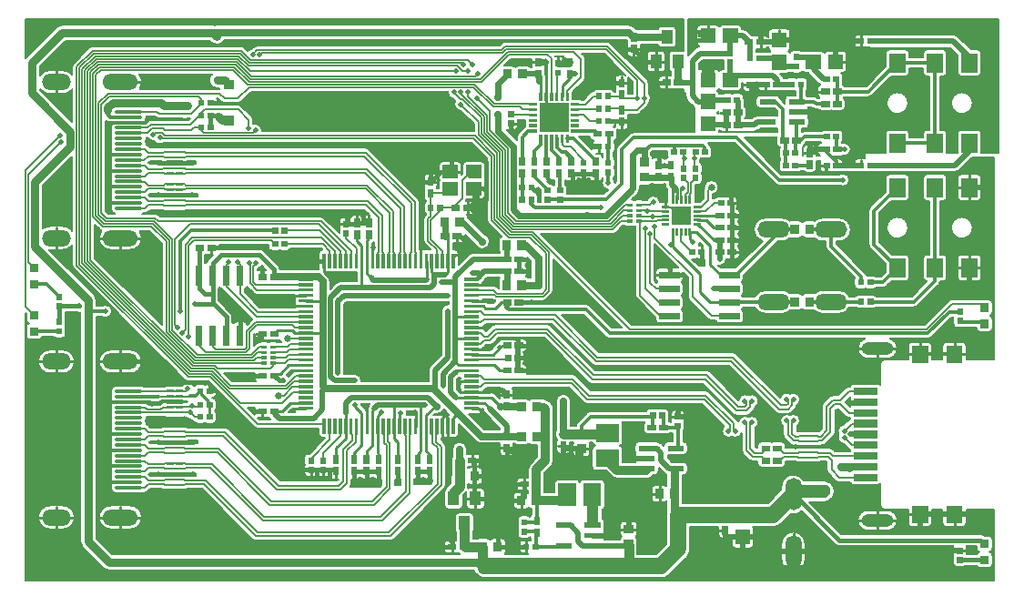
<source format=gtl>
G04 Layer: TopLayer*
G04 EasyEDA Pro v1.8.39, 2022-11-10 11:17:13*
G04 Gerber Generator version 0.3*
G04 Scale: 100 percent, Rotated: No, Reflected: No*
G04 Dimensions in millimeters*
G04 Leading zeros omitted, absolute positions, 3 integers and 3 decimals*
%FSLAX33Y33*%
%MOMM*%
%ADD999C,0.2032*%
%ADD10C,0.254*%
%ADD11O,2.60096X0.29972*%
%ADD12O,2.70002X1.50114*%
%ADD13O,3.29946X1.50114*%
%ADD14C,0.650001*%
%ADD15O,2.999994X1.499997*%
%ADD16O,1.499997X2.999994*%
%ADD17O,2.99974X1.19888*%
%ADD18C,0.7009*%
%ADD19C,0.699999*%
%ADD20C,0.499999*%
%ADD21C,0.50038*%
%ADD22C,0.381*%
%ADD23C,1.524*%
%ADD24C,0.2032*%
%ADD25C,0.508*%
%ADD26C,0.700001*%
%ADD27C,0.999998*%
%ADD28C,0.889*%
%ADD29C,1.016*%
%ADD30C,0.8128*%
%ADD31C,0.3048*%
%ADD32C,0.4064*%
%ADD33C,0.635*%
%ADD34C,0.269999*%
%ADD35C,0.127*%
%ADD36C,0.1524*%
%ADD37C,0.2794*%
%ADD38C,0.762*%
%ADD39C,0.600001*%
%ADD40C,0.399999*%
%ADD41C,0.2*%
%ADD42C,0.299999*%
%ADD43C,0.25*%
%ADD44C,0.800001*%
%ADD45C,0.599999*%
%ADD46C,0.549999*%
%ADD47C,0.349999*%
G75*


G04 Copper Start*
G36*
G01X90399Y7008D02*
G01X90399Y358D01*
G01X358D01*
G01Y11455D01*
G01Y11456D01*
G01X347Y16155D01*
G01Y24967D01*
G01X349Y25268D01*
G01X392Y25225D01*
G01Y24650D01*
G03X674Y24300I358J0D01*
G03X392Y23950I76J-350D01*
G01Y23150D01*
G03X750Y22792I358J0D01*
G01X1550D01*
G03X1891Y23042I0J358D01*
G01X2948D01*
G03X3210Y22928I262J245D01*
G01X3750D01*
G03X4108Y23286I0J358D01*
G01Y23852D01*
G03X4075Y24002I-358J0D01*
G03X4108Y24152I-325J150D01*
G01Y24718D01*
G03X4038Y24930I-358J0D01*
G01Y25348D01*
G01X5097D01*
G03X5334Y25300I237J560D01*
G03X5453Y25312I0J608D01*
G01Y3979D01*
G03X5676Y3443I758J0D01*
G01X7581Y1537D01*
G03X8117Y1315I536J536D01*
G01X42049D01*
G03X42127Y1152I1045J403D01*
G03X42556Y735I733J326D01*
G03X43094Y598I538J983D01*
G01X56220D01*
G03X56453Y622I0J1120D01*
G03X56686Y598I233J1096D01*
G01X59466D01*
G03X60258Y926I0J1120D01*
G01X61854Y2521D01*
G03X62182Y3313I-792J792D01*
G01Y5371D01*
G01X64791D01*
G01Y4648D01*
G03X65149Y4290I358J0D01*
G01X65689D01*
G03X66037Y4563I0J358D01*
G01Y3726D01*
G03X66395Y3368I358J0D01*
G01X67745D01*
G03X68103Y3726I0J358D01*
G01Y5136D01*
G03X68015Y5371I-358J0D01*
G01X69883D01*
G03X70675Y5699I0J1120D01*
G01X71523Y6547D01*
G03X71769Y6519I246J1080D01*
G03X72530Y6822I0J1108D01*
G01X75609Y3743D01*
G03X76006Y3579I397J397D01*
G01X86665D01*
G03X86635Y3434I328J-144D01*
G01Y2869D01*
G03X86668Y2719I358J0D01*
G03X86635Y2569I325J-150D01*
G01Y2003D01*
G03X86993Y1645I358J0D01*
G01X87533D01*
G03X87773Y1737I0J358D01*
G01X88823D01*
G03X89149Y1528I326J149D01*
G01X89949D01*
G03X90307Y1886I0J358D01*
G01Y2686D01*
G03X90025Y3036I-358J0D01*
G03X90307Y3386I-76J350D01*
G01Y4186D01*
G03X89949Y4544I-358J0D01*
G01X89585D01*
G03X89195Y4702I-390J-404D01*
G01X76239D01*
G01X73271Y7669D01*
G01X74711D01*
G03X75212Y7877I0J708D01*
G01X75394Y8059D01*
G03X75601Y8560I-501J501D01*
G01Y8800D01*
G03X75394Y9301I-708J0D01*
G01X75253Y9442D01*
G03X74752Y9649I-501J-501D01*
G01X73609D01*
G01X72747D01*
G03X71769Y10236I-978J-522D01*
G03X70661Y9127I0J-1108D01*
G01Y8853D01*
G01X69419Y7611D01*
G01X67070D01*
G01X61459D01*
G01Y7893D01*
G03X61478Y8008I-339J115D01*
G01Y8908D01*
G03X61459Y9023I-358J0D01*
G01Y10177D01*
G01X61587D01*
G03X61945Y10535I0J358D01*
G01Y11035D01*
G03X61587Y11393I-358J0D01*
G01X60907D01*
G03X60844Y11397I-70J-608D01*
G03X60720Y11407I-124J-729D01*
G03X60597Y11397I0J-739D01*
G01X60487D01*
G01X60099Y11785D01*
G01Y12077D01*
G01X61587D01*
G03X61945Y12435I0J358D01*
G01Y12935D01*
G03X61587Y13293I-358J0D01*
G01X61527D01*
G01Y14219D01*
G03X61645Y14484I-241J265D01*
G01Y15050D01*
G03X61612Y15200I-358J0D01*
G03X61645Y15350I-325J150D01*
G01Y15915D01*
G03X61287Y16273I-358J0D01*
G01X60747D01*
G03X60389Y15915I0J-358D01*
G01Y15350D01*
G03X60422Y15200I358J0D01*
G03X60397Y15125I325J-150D01*
G01X60360D01*
G03X60210Y15223I-265J-241D01*
G01Y15467D01*
G01X60211Y15487D01*
G01Y16027D01*
G03X59853Y16386I-358J0D01*
G01X59287D01*
G03X59137Y16353I0J-358D01*
G03X58987Y16386I-150J-325D01*
G01X58422D01*
G03X58083Y16144I0J-358D01*
G01X52943D01*
G03X52582Y15995I0J-511D01*
G01X51712Y15125D01*
G03X51564Y14808I361J-361D01*
G01X51087D01*
G01Y16971D01*
G03X51090Y17043I-704J73D01*
G03X50382Y17752I-708J0D01*
G03X49881Y17544I0J-708D01*
G01X49878Y17540D01*
G03X49670Y17040I501J-501D01*
G01Y14383D01*
G03X49576Y14005I708J-378D01*
G03X49778Y13473I803J0D01*
G01X49783Y13460D01*
G03X49750Y13310I325J-150D01*
G01Y12520D01*
G03X50108Y12162I358J0D01*
G01X50648D01*
G03X51007Y12520I0J358D01*
G01Y13202D01*
G01X51302D01*
G03X51265Y13043I321J-160D01*
G01Y12243D01*
G03X51623Y11885I358J0D01*
G01X52523D01*
G03X52881Y12243I0J358D01*
G01Y13043D01*
G03X52843Y13202I-358J0D01*
G01X53054D01*
G03X53330Y12929I350J77D01*
G03X53045Y12578I73J-351D01*
G01Y10942D01*
G03X53404Y10584I358J0D01*
G01X54338D01*
G01X54845Y10077D01*
G03X55386Y9853I541J541D01*
G01X58122D01*
G03X58746Y10177I0J765D01*
G01X58887D01*
G03X59245Y10535I0J358D01*
G01Y10908D01*
G01X59757Y10396D01*
G03X59981Y10193I330J139D01*
G01Y9154D01*
G03X59720Y9266I-261J-245D01*
G01X58920D01*
G03X58562Y8908I0J-358D01*
G01Y8008D01*
G03X58920Y7650I358J0D01*
G01X59720D01*
G03X59981Y7763I0J358D01*
G01Y6844D01*
G03X59982Y6802I739J0D01*
G03X59941Y6502I1079J-300D01*
G01Y3777D01*
G01X59002Y2838D01*
G01X57255D01*
G01Y3294D01*
G03X57261Y3356I-353J63D01*
G01Y4156D01*
G03X57098Y4456I-358J0D01*
G03X57261Y4756I-196J300D01*
G01Y5556D01*
G03X56903Y5914I-358J0D01*
G01X56003D01*
G03X55645Y5556I0J-358D01*
G01Y4756D01*
G03X55807Y4456I358J0D01*
G03X55651Y4224I196J-300D01*
G01X54223D01*
G03X54234Y4312I-347J88D01*
G01Y4812D01*
G03X54154Y5037I-358J0D01*
G03X54234Y5262I-279J225D01*
G01Y5762D01*
G03X53992Y6101I-358J0D01*
G01Y6933D01*
G03X54251Y7277I-99J344D01*
G01Y9436D01*
G03X53892Y9794I-358J0D01*
G01X52257D01*
G03X51906Y9510I0J-358D01*
G03X51556Y9794I-351J-73D01*
G01X49920D01*
G03X49562Y9436I0J-358D01*
G01Y8583D01*
G01X48632D01*
G01Y9347D01*
G01Y10388D01*
G01X49272Y11028D01*
G03X49496Y11569I-541J541D01*
G01Y13762D01*
G01Y14986D01*
G01Y16332D01*
G03X49191Y16943I-765J0D01*
G01X49076Y17058D01*
G03X48553Y17275I-523J-523D01*
G01X48466D01*
G03X48282Y17326I-184J-307D01*
G01X47482D01*
G03X47182Y17163I0J-358D01*
G03X46882Y17326I-300J-196D01*
G01X46082D01*
G03X45912Y17283I0J-358D01*
G01X45727D01*
G01Y18060D01*
G03X45647Y18285I-358J0D01*
G01X50928D01*
G01X52292Y16922D01*
G03X52617Y16787I325J325D01*
G01X63278D01*
G01X65328Y14737D01*
G03X65116Y14275I396J-462D01*
G03X65724Y13667I608J0D01*
G03X66054Y13764I0J608D01*
G03X66384Y13667I330J511D01*
G03X66966Y14097I0J608D01*
G01Y12497D01*
G03X67101Y12172I460J0D01*
G01X67685Y11588D01*
G03X68010Y11453I325J325D01*
G01X68450D01*
G01Y11236D01*
G03X68808Y10878I358J0D01*
G01X69598D01*
G03X69748Y10911I0J358D01*
G03X69898Y10878I150J325D01*
G01X70689D01*
G03X71047Y11236I0J358D01*
G01Y11429D01*
G01X71070Y11453D01*
G01X71994D01*
G03X72261Y11367I267J374D01*
G01X72729D01*
G01X73604D01*
G01X74046D01*
G03X74273Y11427I0J460D01*
G01X74830D01*
G01X74865Y11392D01*
G01Y10668D01*
G03X75000Y10343I460J0D01*
G01X75698Y9644D01*
G03X76024Y9510I325J325D01*
G01X77062D01*
G03X77403Y9261I341J109D01*
G01X79603D01*
G03X79880Y9392I0J358D01*
G01Y7366D01*
G03X80238Y7008I358J0D01*
G01X80250D01*
G01X82444D01*
G01Y5720D01*
G03X82802Y5362I358J0D01*
G01X84303D01*
G03X84661Y5720I0J358D01*
G01Y7008D01*
G01X85644D01*
G01Y5720D01*
G03X86002Y5362I358J0D01*
G01X87503D01*
G03X87861Y5720I0J358D01*
G01Y7008D01*
G01X90399D01*
G37*
%LPC*%
G36*
G01X70661Y2303D02*
G03X71769Y1194I1108J0D01*
G03X72877Y2303I0J1108D01*
G01Y3803D01*
G03X71769Y4911I-1108J0D01*
G03X70661Y3803I0J-1108D01*
G01Y2303D01*
G37*
G36*
G01X3821Y5142D02*
G03X4930Y6251I0J1109D01*
G03X3821Y7360I-1109J0D01*
G01X2622D01*
G03X1513Y6251I0J-1109D01*
G03X2622Y5142I1109J0D01*
G01X3821D01*
G37*
G36*
G01X3821Y19640D02*
G03X4930Y20749I0J1109D01*
G03X3821Y21858I-1109J0D01*
G01X2622D01*
G03X1513Y20749I0J-1109D01*
G03X2622Y19640I1109J0D01*
G01X3821D01*
G37*
G36*
G01X77745Y5969D02*
G03X78702Y5011I958J0D01*
G01X80503D01*
G03X81461Y5969I0J958D01*
G03X80503Y6927I-958J0D01*
G01X78702D01*
G03X77745Y5969I0J-958D01*
G37*
%LPD*%
G36*
G01X55306Y37505D02*
G01X55177Y37376D01*
G03X55077Y37680I-607J-31D01*
G01Y37849D01*
G03X55172Y38092I-264J243D01*
G01Y38657D01*
G03X55139Y38807I-358J0D01*
G03X55172Y38957I-325J150D01*
G01Y39523D01*
G03X55052Y39790I-358J0D01*
G01Y40200D01*
G03X55186Y40479I-224J279D01*
G01Y41019D01*
G03X55165Y41139I-358J0D01*
G01Y41333D01*
G03X55410Y41673I-113J340D01*
G01Y42213D01*
G03X55386Y42344I-358J0D01*
G03X55539Y42309I153J324D01*
G01X56079D01*
G03X56437Y42668I0J358D01*
G01Y43458D01*
G03X56404Y43608I-358J0D01*
G03X56436Y43731I-325J150D01*
G01X57211D01*
G03X57509Y43855I0J422D01*
G01X58220Y44566D01*
G03X58342Y44831I-298J298D01*
G03X58530Y45270I-420J439D01*
G03X58344Y45709I-608J0D01*
G01Y46617D01*
G03X58220Y46915I-422J0D01*
G01X54740Y50395D01*
G03X54442Y50518I-298J-298D01*
G01X44983D01*
G03X44685Y50395I0J-422D01*
G01X44436Y50146D01*
G01X21888D01*
G03X21590Y50022I0J-422D01*
G01X21458Y49890D01*
G03X21026Y49666I40J-607D01*
G01X20704Y49988D01*
G03X20406Y50112I-298J-298D01*
G01X6614D01*
G03X6316Y49988I0J-422D01*
G01X4826Y48498D01*
G03X4703Y48200I298J-298D01*
G01Y47421D01*
G03X3821Y47858I-882J-672D01*
G01X2622D01*
G03X1723Y47399I0J-1109D01*
G01Y48223D01*
G01X4058Y50557D01*
G01X17501D01*
G01X17610Y50449D01*
G03X18146Y50227I536J536D01*
G03X18830Y50658I0J758D01*
G01X56204D01*
G01X56303Y50559D01*
G01Y50538D01*
G03X56336Y50388I358J0D01*
G03X56303Y50237I325J-150D01*
G01Y49447D01*
G03X56661Y49089I358J0D01*
G01X57202D01*
G03X57560Y49447I0J358D01*
G01Y50224D01*
G01X59179D01*
G03X59522Y49967I344J101D01*
G01X60538D01*
G03X60896Y50325I0J358D01*
G01Y51595D01*
G03X60538Y51953I-358J0D01*
G01X59522D01*
G03X59167Y51641I0J-358D01*
G01X57375D01*
G03X57202Y51686I-174J-313D01*
G01X57180D01*
G01X56998Y51867D01*
G03X56498Y52075I-501J-501D01*
G01X18146D01*
G03X17982Y52055I0J-708D01*
G03X17816Y52074I-166J-740D01*
G01X3744D01*
G03X3208Y51852I0J-758D01*
G01X429Y49073D01*
G03X358Y48991I536J-536D01*
G01Y52642D01*
G01X61522D01*
G01Y49667D01*
G01X60538D01*
G03X60180Y49309I0J-358D01*
G01Y48039D01*
G03X60350Y47734I358J0D01*
G01Y47346D01*
G01X59573D01*
G03X59215Y46988I0J-358D01*
G01Y46448D01*
G03X59573Y46090I358J0D01*
G01X60363D01*
G03X60513Y46123I0J358D01*
G03X60663Y46090I150J325D01*
G01X60979D01*
G03X61058Y46085I79J628D01*
G01X61522D01*
G01Y46025D01*
G03X61627Y45772I358J0D01*
G01X61734Y45665D01*
G01Y45474D01*
G03X61919Y45026I633J0D01*
G01X62464Y44481D01*
G03X62575Y44393I448J448D01*
G01Y42096D01*
G01X56932D01*
G03X56572Y41947I0J-508D01*
G01X55455Y40829D01*
G03X55306Y40470I359J-359D01*
G01Y37505D01*
G37*
%LPC*%
G36*
G01X58148Y48039D02*
G03X58506Y47681I358J0D01*
G01X59522D01*
G03X59880Y48039I0J358D01*
G01Y49309D01*
G03X59522Y49667I-358J0D01*
G01X58506D01*
G03X58148Y49309I0J-358D01*
G01Y48039D01*
G37*
%LPD*%
G36*
G01X4703Y43055D02*
G01X1723Y46034D01*
G01Y46100D01*
G03X2622Y45640I899J649D01*
G01X3821D01*
G03X4703Y46077I0J1109D01*
G01Y43055D01*
G37*
G36*
G01X4703Y32923D02*
G03X3821Y33360I-882J-672D01*
G01X2622D01*
G03X1984Y33157I0J-1109D01*
G01Y37132D01*
G01X4703Y39851D01*
G01Y32923D01*
G37*
G36*
G01X8431Y2832D02*
G01X6970Y4293D01*
G01Y24917D01*
G01X7466D01*
G03X7800Y24817I334J508D01*
G03X8408Y25425I0J608D01*
G03X7800Y26034I-608J0D01*
G03X7466Y25934I0J-608D01*
G01X6970D01*
G01Y26427D01*
G03X6748Y26963I-758J0D01*
G01X2568Y31143D01*
G03X2622Y31142I54J1107D01*
G01X3821D01*
G03X4703Y31579I0J1109D01*
G01Y29675D01*
G03X4826Y29377I422J0D01*
G01X15170Y19034D01*
G03X15468Y18910I298J298D01*
G01X17354D01*
G01X17638Y18626D01*
G01X17184D01*
G03X17034Y18593I0J-358D01*
G03X16884Y18626I-150J-325D01*
G01X16318D01*
G03X16012Y18454I0J-358D01*
G03X15459Y18809I-553J-253D01*
G03X14916Y18475I0J-608D01*
G01X14309D01*
G03X14209Y18460I0J-358D01*
G03X14109Y18475I-100J-344D01*
G01X13434D01*
G03X13275Y18438I0J-358D01*
G01X11352D01*
G03X11093Y18509I-259J-437D01*
G01X8792D01*
G03X8284Y18001I0J-508D01*
G03X8349Y17751I508J0D01*
G03X8284Y17501I442J-250D01*
G03X8349Y17250I508J0D01*
G03X8284Y17000I442J-250D01*
G03X8349Y16750I508J0D01*
G03X8284Y16500I442J-250D01*
G03X8349Y16250I508J0D01*
G03X8284Y15999I442J-250D01*
G03X8349Y15749I508J0D01*
G03X8284Y15499I442J-250D01*
G03X8349Y15250I508J0D01*
G03X8284Y15001I443J-249D01*
G03X8349Y14751I508J0D01*
G03X8284Y14501I442J-250D01*
G03X8349Y14251I508J0D01*
G03X8284Y14000I442J-250D01*
G03X8349Y13750I508J0D01*
G03X8284Y13500I442J-250D01*
G03X8349Y13250I508J0D01*
G03X8284Y13000I442J-250D01*
G03X8349Y12749I508J0D01*
G03X8284Y12499I442J-250D01*
G03X8349Y12249I508J0D01*
G03X8284Y11999I442J-250D01*
G03X8349Y11750I508J0D01*
G03X8284Y11501I443J-249D01*
G03X8349Y11251I508J0D01*
G03X8284Y11001I442J-250D01*
G03X8349Y10750I508J0D01*
G03X8284Y10500I442J-250D01*
G03X8349Y10250I508J0D01*
G03X8284Y10000I442J-250D01*
G03X8349Y9750I508J0D01*
G03X8284Y9500I442J-250D01*
G03X8349Y9249I508J0D01*
G03X8284Y8999I442J-250D01*
G03X8792Y8491I508J0D01*
G01X11093D01*
G03X11309Y8539I0J508D01*
G01X11398D01*
G03X11723Y8674I0J460D01*
G01X11936Y8887D01*
G01X13038D01*
G03X13303Y8803I265J375D01*
G01X13771D01*
G01X14646D01*
G01X15106D01*
G03X15391Y8902I0J460D01*
G01X16747D01*
G01X21454Y4196D01*
G03X21779Y4061I325J325D01*
G01X34285D01*
G03X34610Y4196I0J460D01*
G01X39328Y8914D01*
G03X39463Y9239I-325J325D01*
G01Y12837D01*
G03X39328Y13162I-460J0D01*
G01X39031Y13459D01*
G01Y13648D01*
G01X39282D01*
G03X39382Y13663I0J358D01*
G03X39482Y13648I100J344D01*
G01X39782D01*
G03X39882Y13663I0J358D01*
G03X39982Y13648I100J344D01*
G01X40282D01*
G03X40640Y14007I0J358D01*
G01Y14934D01*
G01X42259Y13314D01*
G03X42737Y13117I478J478D01*
G01X44471D01*
G01Y13097D01*
G01Y12307D01*
G03X44829Y11949I358J0D01*
G01X45369D01*
G03X45727Y12307I0J358D01*
G01Y13097D01*
G01Y13117D01*
G01X45798D01*
G03X46082Y12977I284J218D01*
G01X46882D01*
G03X47182Y13139I0J358D01*
G03X47482Y12977I300J196D01*
G01X47967D01*
G01Y11885D01*
G01X47327Y11246D01*
G03X47103Y10705I541J-541D01*
G01Y9975D01*
G01X46382D01*
G03X46024Y9617I0J-358D01*
G01Y9077D01*
G03X46382Y8719I358J0D01*
G01X47103D01*
G01Y8531D01*
G03X46864Y8623I-239J-267D01*
G01X46064D01*
G03X45706Y8265I0J-358D01*
G01Y7365D01*
G03X46064Y7006I358J0D01*
G01X46864D01*
G03X47164Y7169I0J358D01*
G03X47408Y7011I300J196D01*
G01Y6577D01*
G03X47290Y6311I241J-265D01*
G01Y6309D01*
G03X47020Y6432I-270J-235D01*
G01X46480D01*
G03X46122Y6074I0J-358D01*
G01Y5508D01*
G03X46155Y5358I358J0D01*
G03X46122Y5208I325J-150D01*
G01Y4643D01*
G03X46480Y4285I358J0D01*
G01X47020D01*
G03X47291Y4409I0J358D01*
G03X47308Y4319I357J22D01*
G01Y4127D01*
G03X47209Y4141I-100J-344D01*
G01X46643D01*
G03X46285Y3783I0J-358D01*
G01Y3243D01*
G03X46643Y2885I358J0D01*
G01X47102D01*
G01Y2838D01*
G01X44946D01*
G03X45019Y3055I-285J217D01*
G01Y3955D01*
G03X44661Y4313I-358J0D01*
G01X43861D01*
G03X43561Y4151I0J-358D01*
G03X43261Y4313I-300J-196D01*
G01X42461D01*
G03X42398Y4308I0J-358D01*
G01X41990D01*
G01Y4876D01*
G03X42054Y5080I-295J204D01*
G01Y6350D01*
G03X41695Y6708I-358J0D01*
G01X40679D01*
G03X40321Y6350I0J-358D01*
G01Y5080D01*
G03X40385Y4876I358J0D01*
G01Y4133D01*
G01X39626D01*
G03X39268Y3775I0J-358D01*
G01Y3235D01*
G03X39626Y2877I358J0D01*
G01X40416D01*
G03X40566Y2910I0J358D01*
G03X40700Y2877I150J325D01*
G03X40764Y2832I500J628D01*
G01X8431D01*
G37*
%LPC*%
G36*
G01X42711Y7008D02*
G03X43070Y7366I0J358D01*
G01Y8636D01*
G03X42711Y8994I-358J0D01*
G01X41695D01*
G03X41505Y8939I0J-358D01*
G03X41530Y9137I-778J197D01*
G01Y9360D01*
G03X41727Y9301I197J299D01*
G01X42527D01*
G03X42885Y9659I0J358D01*
G01Y10559D01*
G03X42527Y10917I-358J0D01*
G01X41727D01*
G03X41535Y10861I0J-358D01*
G01Y10929D01*
G01X42280D01*
G03X42638Y11287I0J358D01*
G01Y11827D01*
G03X42280Y12185I-358J0D01*
G01X41490D01*
G03X41434Y12181I0J-358D01*
G01Y12581D01*
G03X40726Y13289I-708J0D01*
G03X40018Y12581I0J-708D01*
G01Y11924D01*
G03X39930Y11557I714J-367D01*
G01Y10199D01*
G03X39925Y10109I798J-90D01*
G01Y9469D01*
G01X39604Y9148D01*
G03X39443Y8918I568J-568D01*
G03X39305Y8636I220J-282D01*
G01Y7366D01*
G03X39663Y7008I358J0D01*
G01X40679D01*
G03X41038Y7366I0J358D01*
G01Y8312D01*
G01X41295Y8569D01*
G03X41337Y8615I-568J568D01*
G01Y7366D01*
G03X41695Y7008I358J0D01*
G01X42711D01*
G37*
G36*
G01X7175Y6251D02*
G03X8284Y5142I1109J0D01*
G01X10082D01*
G03X11191Y6251I0J1109D01*
G03X10082Y7360I-1109J0D01*
G01X8284D01*
G03X7175Y6251I0J-1109D01*
G37*
G36*
G01X7175Y20749D02*
G03X8284Y19640I1109J0D01*
G01X10082D01*
G03X11191Y20749I0J1109D01*
G03X10082Y21858I-1109J0D01*
G01X8284D01*
G03X7175Y20749I0J-1109D01*
G37*
%LPD*%
G36*
G01X13054Y31742D02*
G01X13054Y24138D01*
G01X6816Y30376D01*
G01Y33459D01*
G01X7249Y33027D01*
G03X7405Y32928I298J298D01*
G03X7175Y32251I878J-677D01*
G03X8284Y31142I1109J0D01*
G01X10082D01*
G03X11191Y32251I0J1109D01*
G03X10978Y32903I-1109J0D01*
G01X11894D01*
G01X13054Y31742D01*
G37*
G36*
G01X8284Y34999D02*
G03X8660Y34508I508J0D01*
G01X8037D01*
G01X7832Y34714D01*
G01Y43164D01*
G01X7855Y43141D01*
G03X8214Y42992I359J359D01*
G01X8284D01*
G03X8349Y42750I508J8D01*
G03X8284Y42500I442J-250D01*
G03X8349Y42250I508J0D01*
G03X8284Y41999I442J-250D01*
G03X8349Y41749I508J0D01*
G03X8284Y41499I442J-250D01*
G03X8349Y41250I508J0D01*
G03X8284Y41001I443J-249D01*
G03X8349Y40751I508J0D01*
G03X8284Y40501I442J-250D01*
G03X8349Y40251I508J0D01*
G03X8284Y40000I442J-250D01*
G03X8349Y39750I508J0D01*
G03X8284Y39500I442J-250D01*
G03X8349Y39250I508J0D01*
G03X8284Y39000I442J-250D01*
G03X8349Y38749I508J0D01*
G03X8284Y38499I442J-250D01*
G03X8349Y38249I508J0D01*
G03X8284Y37999I442J-250D01*
G03X8349Y37750I508J0D01*
G03X8284Y37501I443J-249D01*
G03X8349Y37251I508J0D01*
G03X8284Y37001I442J-250D01*
G03X8349Y36750I508J0D01*
G03X8284Y36500I442J-250D01*
G03X8349Y36250I508J0D01*
G03X8284Y36000I442J-250D01*
G03X8349Y35750I508J0D01*
G03X8284Y35499I442J-250D01*
G03X8349Y35249I508J0D01*
G03X8284Y34999I442J-250D01*
G37*
G36*
G01X18414Y46163D02*
G01X18414Y46121D01*
G03X18376Y46123I-38J-420D01*
G01X10997D01*
G03X11191Y46749I-915J627D01*
G03X10906Y47490I-1109J0D01*
G01X17670D01*
G03X17413Y46921I501J-569D01*
G03X18171Y46163I758J0D01*
G01X18414D01*
G37*
G36*
G01X29536Y32686D02*
G01X28127Y34095D01*
G03X27829Y34218I-298J-298D01*
G01X12849D01*
G01X12682Y34385D01*
G03X12384Y34508I-298J-298D01*
G01X11224D01*
G03X11309Y34539I-132J491D01*
G01X11417D01*
G03X11742Y34674I0J460D01*
G01X11939Y34872D01*
G01X12992D01*
G03X13252Y34791I260J379D01*
G01X13771D01*
G01X14646D01*
G01X15148D01*
G03X15408Y34872I0J460D01*
G01X31853D01*
G01X32330Y34394D01*
G01X32027D01*
G03X31751Y34264I0J-358D01*
G03X31475Y34394I-276J-228D01*
G01X30935D01*
G03X30591Y34134I0J-358D01*
G03X30434Y34170I-157J-322D01*
G01X29894D01*
G03X29536Y33812I0J-358D01*
G01Y33246D01*
G03X29569Y33096I358J0D01*
G03X29536Y32946I325J-150D01*
G01Y32686D01*
G37*
G36*
G01X11697Y43089D02*
G01X11601Y42993D01*
G01Y43000D01*
G03X11535Y43250I-508J0D01*
G03X11601Y43500I-442J250D01*
G03X11595Y43579I-508J0D01*
G01X12390D01*
G01X12478Y43491D01*
G03X12776Y43368I298J298D01*
G01X13076D01*
G01Y43213D01*
G01X11995D01*
G03X11697Y43089I0J-422D01*
G37*
G36*
G01X29450Y9801D02*
G01X29303Y9654D01*
G01X24036D01*
G01X19203Y14487D01*
G03X18878Y14622I-325J-325D01*
G01X15410D01*
G03X15139Y14710I-271J-371D01*
G01X14646D01*
G01X13771D01*
G01X13271D01*
G03X12981Y14607I0J-460D01*
G01X11961D01*
G01X11741Y14828D01*
G03X11595Y14926I-325J-325D01*
G03X11601Y15001I-502J75D01*
G03X11536Y15250I-508J0D01*
G03X11601Y15499I-443J249D01*
G03X11595Y15578I-508J0D01*
G01X13318D01*
G03X13434Y15558I116J339D01*
G01X14109D01*
G03X14209Y15573I0J358D01*
G03X14309Y15558I100J344D01*
G01X14984D01*
G03X15141Y15595I0J358D01*
G01X15183D01*
G03X15635Y15394I452J407D01*
G03X15671Y15395I0J608D01*
G01X15758Y15308D01*
G03X15991Y15190I298J298D01*
G03X16318Y14978I327J147D01*
G01X16884D01*
G03X17034Y15011I0J358D01*
G03X17184Y14978I150J325D01*
G01X17749D01*
G03X18108Y15337I0J358D01*
G01Y15877D01*
G03X17960Y16167I-358J0D01*
G03X18108Y16457I-210J290D01*
G01Y16997D01*
G03X17749Y17355I-358J0D01*
G01X17724D01*
G01X17710Y17370D01*
G01X17749D01*
G03X18108Y17728I0J358D01*
G01Y18157D01*
G01X21627Y14637D01*
G03X21925Y14514I298J298D01*
G01X27624D01*
G01Y14007D01*
G03X27982Y13648I358J0D01*
G01X28205D01*
G01X26730Y12174D01*
G01X26643D01*
G03X26284Y11815I0J-358D01*
G01Y11250D01*
G03X26317Y11100I358J0D01*
G03X26284Y10950I325J-150D01*
G01Y10384D01*
G03X26643Y10026I358J0D01*
G01X27183D01*
G03X27484Y10191I0J358D01*
G03X27786Y10026I301J193D01*
G01X28326D01*
G03X28596Y10149I0J358D01*
G03X28954Y9802I358J10D01*
G01X29450D01*
G01Y9801D01*
G37*
G36*
G01X40640Y29765D02*
G01X40640Y30807D01*
G03X40282Y31165I-358J0D01*
G01X40125D01*
G01Y31790D01*
G01X40877D01*
G03X41235Y32148I0J358D01*
G01Y32579D01*
G01X42184Y31629D01*
G03X42835Y31202I650J281D01*
G03X43543Y31910I0J708D01*
G03X43115Y32560I-708J0D01*
G01X41496Y34179D01*
G01Y34196D01*
G03X41408Y34431I-358J0D01*
G01X41849D01*
G03X42207Y34790I0J358D01*
G01Y35330D01*
G03X41849Y35688I-358J0D01*
G01X41320D01*
G03X41375Y35867I-366J210D01*
G01X42755D01*
G03X43113Y36225I0J358D01*
G01Y37425D01*
G03X43052Y37625I-358J0D01*
G03X43113Y37825I-297J200D01*
G01Y39025D01*
G03X42755Y39383I-358J0D01*
G01X41355D01*
G03X40997Y39025I0J-358D01*
G01Y38238D01*
G01X40913Y38154D01*
G01Y39025D01*
G03X40555Y39383I-358J0D01*
G01X39155D01*
G03X38797Y39025I0J-358D01*
G01Y37825D01*
G03X38858Y37625I358J0D01*
G03X38797Y37425I297J-200D01*
G01Y36904D01*
G01X38643D01*
G03X38629Y36939I-339J-114D01*
G03X38662Y37089I-325J150D01*
G01Y37879D01*
G03X38304Y38238I-358J0D01*
G01X37764D01*
G03X37406Y37879I0J-358D01*
G01Y37089D01*
G03X37439Y36939I358J0D01*
G03X37406Y36789I325J-150D01*
G01Y35999D01*
G03X37611Y35675I358J0D01*
G01Y35660D01*
G03X37392Y35330I139J-330D01*
G01Y34790D01*
G03X37611Y34459I358J0D01*
G01Y34440D01*
G01X37507Y34336D01*
G03X37384Y34038I298J-298D01*
G01Y31984D01*
G03X37507Y31686I422J0D01*
G01X38028Y31165D01*
G01X37982D01*
G03X37882Y31150I0J-358D01*
G03X37782Y31165I-100J-344D01*
G01X37482D01*
G03X37382Y31150I0J-358D01*
G03X37282Y31165I-100J-344D01*
G01X37007D01*
G01Y35613D01*
G03X36872Y35938I-460J0D01*
G01X32302Y40508D01*
G03X31977Y40643I-325J-325D01*
G01X15401D01*
G03X15161Y40710I-240J-392D01*
G01X14646D01*
G01X13771D01*
G01X13239D01*
G03X12999Y40643I0J-460D01*
G01X11939D01*
G01X11756Y40826D01*
G03X11596Y40930I-325J-325D01*
G03X11601Y41001I-503J71D01*
G03X11536Y41250I-508J0D01*
G03X11601Y41499I-443J249D01*
G03X11595Y41578I-508J0D01*
G01X11660D01*
G03X11705Y41580I0J422D01*
G03X12231Y41276I526J305D01*
G03X12311Y41282I0J608D01*
G03X12841Y40972I530J298D01*
G03X13190Y41082I0J608D01*
G01X41855D01*
G01X43269Y39668D01*
G01Y33914D01*
G03X43392Y33616I422J0D01*
G01X44652Y32356D01*
G03X44352Y32003I59J-353D01*
G01Y31139D01*
G03X44477Y30867I358J0D01*
G01X41994D01*
G03X41564Y30689I0J-608D01*
G01X40640Y29765D01*
G37*
G36*
G01X12832Y16798D02*
G01X12709Y16675D01*
G01X11849D01*
G01X11726Y16798D01*
G03X11589Y16890I-298J-298D01*
G03X11601Y16992I-496J111D01*
G01X11942D01*
G03X11997Y16995I0J508D01*
G01X12743Y16992D01*
G01X12746D01*
G03X12998Y17058I0J508D01*
G01X13076D01*
G01Y16918D01*
G03X12832Y16798I54J-418D01*
G37*
G36*
G01X13076Y10162D02*
G03X13037Y10137I229J-399D01*
G01X11936D01*
G01X11812Y10262D01*
G01X11936Y10386D01*
G01X13038D01*
G03X13076Y10363I263J377D01*
G01Y10162D01*
G37*
G36*
G01X11939Y36121D02*
G01X11815Y36246D01*
G01X11939Y36370D01*
G01X13018D01*
G03X13076Y36337I258J380D01*
G01Y36172D01*
G03X12988Y36121I185J-421D01*
G01X11939D01*
G37*
G36*
G01X13076Y39206D02*
G03X12860Y39119I60J-456D01*
G01X11965D01*
G01X11815Y39268D01*
G01X11939Y39393D01*
G01X12985D01*
G03X13076Y39336I288J358D01*
G01Y39206D01*
G37*
G36*
G01X11961Y13134D02*
G01X11850Y13246D01*
G01X11961Y13358D01*
G01X12996D01*
G03X13076Y13319I239J393D01*
G01Y13167D01*
G03X13016Y13134I194J-417D01*
G01X11961D01*
G37*
G36*
G01X16190Y39393D02*
G01X16190Y39119D01*
G01X15412D01*
G03X15342Y39162I-276J-368D01*
G01Y39344D01*
G03X15415Y39393I-215J406D01*
G01X16190D01*
G37*
G36*
G01X15342Y17000D02*
G01X15342Y17058D01*
G01X15388D01*
G03X15342Y17000I452J-407D01*
G37*
G36*
G01X15342Y43213D02*
G01X15342Y43369D01*
G01X15660D01*
G01X15503Y43213D01*
G01X15342D01*
G37*
G36*
G01X16317Y13372D02*
G01X16317Y13124D01*
G01X15387D01*
G03X15342Y13152I-269J-373D01*
G01Y13333D01*
G03X15410Y13372I-193J417D01*
G01X16317D01*
G37*
G36*
G01X16190Y10401D02*
G01X16190Y10152D01*
G01X15379D01*
G03X15342Y10173I-245J-389D01*
G01Y10341D01*
G03X15441Y10401I-184J421D01*
G01X16190D01*
G37*
G36*
G01X16342Y36370D02*
G01X16342Y36121D01*
G01X15411D01*
G03X15342Y36163I-272J-371D01*
G01Y36333D01*
G03X15407Y36370I-193J417D01*
G01X16342D01*
G37*
G36*
G01X17127Y29873D02*
G03X17059Y29965I-317J-166D01*
G01Y30693D01*
G03X17110Y30712I-99J344D01*
G03X17260Y30679I150J325D01*
G01X17750D01*
G01X17368Y30297D01*
G03X17209Y29978I395J-395D01*
G03X17127Y29873I236J-270D01*
G37*
G36*
G01X42083Y42835D02*
G01X42083Y42179D01*
G01X22358D01*
G03X22365Y42266I-602J86D01*
G03X21756Y42874I-608J0D01*
G03X21594Y42852I0J-608D01*
G03X21543Y42907I-473J-383D01*
G01Y43231D01*
G03X21420Y43529I-422J0D01*
G01X20429Y44520D01*
G03X20131Y44643I-298J-298D01*
G01X18207D01*
G01Y45101D01*
G03X18160Y45279I-358J0D01*
G01X18201D01*
G01X18559Y44921D01*
G03X18857Y44798I298J298D01*
G01X20076D01*
G03X20374Y44921I0J422D01*
G01X21318Y45865D01*
G01X39613D01*
G03X39610Y45804I605J-61D01*
G03X40178Y45197I608J0D01*
G01X40334Y45041D01*
G03X40220Y44686I494J-355D01*
G03X40828Y44078I608J0D01*
G01X40840D01*
G01X42083Y42835D01*
G37*
G36*
G01X20967Y24205D02*
G03X20620Y24478I-348J-86D01*
G01X19985D01*
G03X19667Y24285I0J-358D01*
G03X19590Y24385I-317J-166D01*
G01Y24910D01*
G03X19427Y25304I-558J0D01*
G01X18320Y26411D01*
G01Y27039D01*
G01Y27537D01*
G03X18397Y27637I-241J265D01*
G03X18693Y27445I318J166D01*
G03X18734Y27398I339J251D01*
G01X21447Y24685D01*
G01X20967Y24205D01*
G37*
G36*
G01X27624Y29407D02*
G03X27640Y29300I358J0D01*
G03X27598Y29301I-41J-674D01*
G01X24043D01*
G03X23880Y29683I-558J-13D01*
G01X22477Y31086D01*
G03X22083Y31249I-395J-395D01*
G01X18551D01*
G03X18408Y31230I0J-558D01*
G01Y31577D01*
G03X18405Y31622I-358J0D01*
G01X22920D01*
G01Y31418D01*
G03X23278Y31060I358J0D01*
G01X23843D01*
G03X23993Y31093I0J358D01*
G03X24143Y31060I150J325D01*
G01X24709D01*
G03X25033Y31267I0J358D01*
G01X27832D01*
G01X27937Y31162D01*
G03X27624Y30807I45J-355D01*
G01Y29407D01*
G37*
G36*
G01X21649Y19180D02*
G03X21743Y18938I358J0D01*
G01X19596D01*
G01X18839Y19695D01*
G01X21649D01*
G01Y19180D01*
G37*
G36*
G01X25374Y26057D02*
G01X25374Y25811D01*
G01X22149D01*
G01X20724Y27236D01*
G01Y27460D01*
G03X20964Y27704I-104J343D01*
G01X21571Y27098D01*
G03X21869Y26974I298J298D01*
G01X25374D01*
G01Y26757D01*
G03X25388Y26657I358J0D01*
G03X25374Y26557I344J-100D01*
G01Y26257D01*
G03X25388Y26157I358J0D01*
G03X25374Y26057I344J-100D01*
G37*
G36*
G01X21649Y15859D02*
G03X21654Y15803I358J0D01*
G01X21013Y16444D01*
G01X21652D01*
G03X21649Y16399I355J-45D01*
G01Y15859D01*
G37*
G36*
G01X21801Y22397D02*
G01X21608Y22204D01*
G01Y23294D01*
G01X21649Y23335D01*
G01Y23047D01*
G03X22007Y22689I358J0D01*
G01X22797D01*
G03X22947Y22722I0J358D01*
G03X23097Y22689I150J325D01*
G01X23888D01*
G03X24049Y22728I0J358D01*
G03X24158Y22521I651J208D01*
G01X23860D01*
G03X23627Y22607I-233J-272D01*
G01X23121D01*
G03X22947Y22562I0J-358D01*
G03X22773Y22607I-174J-313D01*
G01X22268D01*
G03X22028Y22515I0J-358D01*
G03X21801Y22397I71J-416D01*
G37*
G36*
G01X21900Y29238D02*
G01X21900Y29339D01*
G03X22325Y29659I-117J597D01*
G01X22730Y29254D01*
G01X22007D01*
G03X21900Y29238I0J-358D01*
G37*
G36*
G01X22100Y15357D02*
G01X21951Y15505D01*
G03X22007Y15501I56J354D01*
G01X22797D01*
G03X22947Y15534I0J358D01*
G03X23023Y15509I150J325D01*
G03X23084Y15437I492J358D01*
G01X23164Y15357D01*
G01X22100D01*
G37*
G36*
G01X25165Y19705D02*
G01X24828Y19368D01*
G03X24652Y19524I-484J-369D01*
G01X25042Y19913D01*
G01X25374D01*
G01Y19819D01*
G03X25165Y19705I89J-412D01*
G37*
G36*
G01X25374Y16257D02*
G03X25433Y16059I358J0D01*
G01X24819D01*
G01X25174Y16413D01*
G01X25374D01*
G01Y16257D01*
G37*
G36*
G01X28674Y27477D02*
G01X28674Y28226D01*
G03X28476Y28703I-676J0D01*
G01X28131Y29048D01*
G01X28282D01*
G03X28382Y29063I0J358D01*
G03X28482Y29048I100J344D01*
G01X28782D01*
G03X28882Y29063I0J358D01*
G03X28982Y29048I100J344D01*
G01X29282D01*
G03X29382Y29063I0J358D01*
G03X29482Y29048I100J344D01*
G01X29782D01*
G03X29882Y29063I0J358D01*
G03X29982Y29048I100J344D01*
G01X30282D01*
G03X30382Y29063I0J358D01*
G03X30482Y29048I100J344D01*
G01X30782D01*
G03X30882Y29063I0J358D01*
G03X30982Y29048I100J344D01*
G01X31139D01*
G01Y28226D01*
G01X29675D01*
G03X29245Y28047I0J-608D01*
G01X28674Y27477D01*
G37*
G36*
G01X31597Y18887D02*
G03X31604Y18981I-601J94D01*
G03X30996Y19590I-608J0D01*
G01X30002D01*
G03X30012Y19700I-598J110D01*
G01Y26103D01*
G01X30206Y26298D01*
G01X39632D01*
G03X39741Y26308I0J608D01*
G01Y26076D01*
G03X39638Y26084I-103J-599D01*
G03X39030Y25476I0J-608D01*
G01Y21359D01*
G01X38014Y20344D01*
G03X37836Y19914I430J-430D01*
G01Y18887D01*
G01X31597D01*
G37*
G36*
G01X30552Y9136D02*
G01X30565Y9149D01*
G03X30700Y9474I-325J325D01*
G01Y9802D01*
G01X31196D01*
G03X31497Y9966I0J358D01*
G03X31799Y9802I301J193D01*
G01X32339D01*
G03X32640Y9966I0J358D01*
G03X32942Y9802I301J193D01*
G01X33463D01*
G01Y9268D01*
G01X33332Y9136D01*
G01X30552D01*
G37*
G36*
G01X32139Y16235D02*
G01X32139Y15765D01*
G01X32125D01*
G01Y15956D01*
G03X31981Y16305I-493J0D01*
G01X31610Y16676D01*
G01Y16688D01*
G03X31596Y16816I-608J0D01*
G01X32353D01*
G03X32177Y16426I431J-429D01*
G03X32139Y16235I454J-191D01*
G37*
G36*
G01X32625Y31165D02*
G01X32625Y31803D01*
G03X32760Y31854I-58J353D01*
G01Y31165D01*
G01X32625D01*
G37*
G36*
G01X35267Y9803D02*
G01X35267Y9288D01*
G01X34713D01*
G01Y9802D01*
G01X35234D01*
G03X35267Y9803I0J358D01*
G37*
G36*
G01X36382Y15750D02*
G03X36282Y15765I-100J-344D01*
G01X35982D01*
G03X35882Y15750I0J-358D01*
G03X35805Y15764I-100J-344D01*
G03X35827Y15926I-586J162D01*
G03X35800Y16105I-608J0D01*
G01X36639D01*
G01Y15765D01*
G01X36482D01*
G03X36382Y15750I0J-358D01*
G37*
G36*
G01X36516Y9340D02*
G01X36516Y9803D01*
G03X36549Y9802I32J357D01*
G01X37089D01*
G03X37377Y9948I0J358D01*
G03X37666Y9802I289J212D01*
G01X38206D01*
G01X38213D01*
G01Y9566D01*
G01X37987Y9340D01*
G01X36516D01*
G37*
G36*
G01X38982Y15765D02*
G03X38882Y15750I0J-358D01*
G03X38782Y15765I-100J-344D01*
G01X38482D01*
G03X38382Y15750I0J-358D01*
G03X38318Y15763I-100J-344D01*
G01X38454Y15898D01*
G03X38622Y15878I168J688D01*
G03X39271Y16303I0J708D01*
G01X39750Y15823D01*
G03X39709Y15765I382J-312D01*
G01X39482D01*
G03X39382Y15750I0J-358D01*
G03X39282Y15765I-100J-344D01*
G01X38982D01*
G37*
G36*
G01X40774Y18057D02*
G01X40774Y17900D01*
G01X40734D01*
G01X40500Y18133D01*
G01Y19052D01*
G01X40774Y19326D01*
G01Y19257D01*
G03X40788Y19157I358J0D01*
G03X40774Y19057I344J-100D01*
G01Y18757D01*
G03X40788Y18657I358J0D01*
G03X40774Y18557I344J-100D01*
G01Y18257D01*
G03X40788Y18157I358J0D01*
G03X40774Y18057I344J-100D01*
G37*
G36*
G01X44491Y14506D02*
G01X44491Y14468D01*
G01X43017D01*
G01X41586Y15898D01*
G01X42532D01*
G03X42890Y16257I0J358D01*
G01Y16345D01*
G01X42891Y16344D01*
G03X43069Y15928I608J13D01*
G01X44491Y14506D01*
G37*
G36*
G01X44352Y28283D02*
G01X44352Y27534D01*
G01X44174Y27712D01*
G03X43876Y27836I-298J-298D01*
G01X42890D01*
G01Y28057D01*
G03X42886Y28108I-358J0D01*
G03X42998Y28244I-410J449D01*
G01X43128Y28374D01*
G01X43287Y28533D01*
G01X44452D01*
G01Y28531D01*
G03X44352Y28283I258J-248D01*
G37*
G36*
G01X72033Y12926D02*
G01X72033Y12728D01*
G01X71070D01*
G01X71047Y12752D01*
G01Y12945D01*
G03X70689Y13303I-358J0D01*
G01X69898D01*
G03X69748Y13270I0J-358D01*
G03X69598Y13303I-150J-325D01*
G01X68808D01*
G03X68450Y12945I0J-358D01*
G01Y12728D01*
G01X68348D01*
G01X68241Y12835D01*
G01Y14563D01*
G03X68542Y15088I-307J525D01*
G03X67934Y15696I-608J0D01*
G03X67603Y15598I0J-608D01*
G03X67273Y15696I-330J-511D01*
G03X66667Y15135I0J-608D01*
G03X66557Y15311I-435J-149D01*
G01X63941Y17927D01*
G03X63616Y18062I-325J-325D01*
G01X52955D01*
G01X51591Y19426D01*
G03X51266Y19561I-325J-325D01*
G01X46985D01*
G03X46995Y19644I-348J83D01*
G01Y20184D01*
G03X46647Y20542I-358J0D01*
G03X46771Y20812I-235J270D01*
G01Y21352D01*
G03X46647Y21622I-358J0D01*
G03X46995Y21980I-10J358D01*
G01Y22520D01*
G03X46637Y22879I-358J0D01*
G01X45847D01*
G03X45697Y22846I0J-358D01*
G03X45547Y22879I-150J-325D01*
G01X44757D01*
G03X44421Y22644I0J-358D01*
G03X44394Y22622I297J-393D01*
G03X43889Y22119I95J-601D01*
G01X43670Y21900D01*
G01X42890D01*
G01Y22006D01*
G03X42989Y22082I-226J401D01*
G01X43181Y22273D01*
G01X43524D01*
G03X43849Y22408I0J460D01*
G01X44400Y22959D01*
G01X48568D01*
G01X52751Y18776D01*
G03X53076Y18641I325J325D01*
G01X63379D01*
G01X66166Y15855D01*
G03X66491Y15720I325J325D01*
G01X67420D01*
G03X67746Y15855I0J460D01*
G01X68106Y16215D01*
G03X68241Y16541I-325J325D01*
G01Y16569D01*
G03X68542Y17094I-307J525D01*
G03X67934Y17702I-608J0D01*
G03X67603Y17605I0J-608D01*
G03X67273Y17702I-330J-511D01*
G03X66668Y17156I0J-608D01*
G01X64017Y19807D01*
G03X63692Y19942I-325J-325D01*
G01X53353D01*
G01X49195Y24099D01*
G03X48870Y24234I-325J-325D01*
G01X44063D01*
G03X43738Y24099I0J-460D01*
G01X43186Y23548D01*
G01X43181D01*
G01X42998Y23732D01*
G03X42890Y23812I-325J-325D01*
G01Y23996D01*
G03X43008Y24082I-207J411D01*
G01X43181Y24254D01*
G01X49304D01*
G01X53081Y20478D01*
G03X53406Y20343I325J325D01*
G01X65792D01*
G01X70128Y16007D01*
G03X70453Y15872I325J325D01*
G01X71123D01*
G03X70551Y15265I36J-607D01*
G03X70832Y14753I608J0D01*
G01Y13894D01*
G03X70966Y13569I460J0D01*
G01X71474Y13061D01*
G03X71800Y12926I325J325D01*
G01X72033D01*
G37*
G36*
G01X44078Y26409D02*
G01X43842Y26173D01*
G01X43347D01*
G01X43265Y26255D01*
G03X42916Y26400I-349J-349D01*
G01X42890D01*
G01Y26502D01*
G01X43836D01*
G03X44078Y26409I265J328D01*
G37*
G36*
G01X44471Y18060D02*
G01X44471Y17302D01*
G01X44018Y17755D01*
G03X43669Y17900I-349J-349D01*
G01X42890D01*
G01Y17987D01*
G03X43028Y18082I-187J420D01*
G01X43232Y18285D01*
G01X44551D01*
G03X44471Y18060I278J-226D01*
G37*
G36*
G01X47439Y48201D02*
G03X47449Y48114I358J0D01*
G01X47306D01*
G03X46994Y48296I-312J-176D01*
G01X46194D01*
G03X45894Y48133I0J-358D01*
G03X45594Y48296I-300J-196D01*
G01X44856D01*
G01X45473Y48913D01*
G01X47439D01*
G01Y48201D01*
G37*
G36*
G01X46035Y41358D02*
G01X45102Y42290D01*
G03X45231Y42266I129J334D01*
G01X45772D01*
G03X46130Y42624I0J358D01*
G01Y43190D01*
G03X46127Y43234I-358J0D01*
G01X46807D01*
G01Y43042D01*
G03X46821Y42942I358J0D01*
G03X46807Y42842I344J-100D01*
G01Y42590D01*
G03X46762Y42551I315J-399D01*
G01X46184Y41972D01*
G03X46035Y41613I359J-359D01*
G01Y41358D01*
G37*
G36*
G01X47359Y30093D02*
G01X47359Y28554D01*
G01X47144D01*
G03X46910Y28641I-234J-272D01*
G01X46903D01*
G03X46995Y28881I-266J240D01*
G01Y29421D01*
G03X46860Y29701I-358J0D01*
G03X46995Y29981I-223J280D01*
G01Y30456D01*
G01X47359Y30093D01*
G37*
G36*
G01X49428Y30261D02*
G01X55780Y23909D01*
G01X54889D01*
G01X52828Y25970D01*
G03X52469Y26119I-359J-359D01*
G01X46995D01*
G01Y26408D01*
G01X48502D01*
G03X48800Y26532I0J422D01*
G01X49305Y27036D01*
G03X49428Y27334I-298J298D01*
G01Y30261D01*
G37*
G36*
G01X48276Y36103D02*
G01X48276Y35568D01*
G01X48052D01*
G01Y36066D01*
G03X47866Y36380I-358J0D01*
G03X48052Y36695I-172J314D01*
G01Y36921D01*
G01X48276Y36697D01*
G01Y36403D01*
G03X48309Y36253I358J0D01*
G03X48276Y36103I325J-150D01*
G37*
G36*
G01X72337Y14287D02*
G03X72111Y14227I0J-460D01*
G01X72107Y14231D01*
G01Y14744D01*
G03X72403Y15265I-312J522D01*
G03X71794Y15874I-608J0D01*
G03X71477Y15784I0J-608D01*
G03X71196Y15872I-317J-519D01*
G01X71281D01*
G03X71606Y16007I0J460D01*
G01X71967Y16368D01*
G03X72102Y16693I-325J325D01*
G01Y16722D01*
G03X72403Y17247I-307J525D01*
G03X71794Y17855I-608J0D01*
G03X71464Y17757I0J-608D01*
G03X71134Y17855I-330J-511D01*
G03X70544Y17394I0J-608D01*
G01X66455Y21483D01*
G03X66130Y21618I-325J-325D01*
G01X53708D01*
G01X50223Y25103D01*
G01X52258D01*
G01X54319Y23042D01*
G03X54679Y22893I359J359D01*
G01X78443D01*
G03X77745Y21971I259J-922D01*
G03X78702Y21013I958J0D01*
G01X80503D01*
G03X81461Y21971I0J958D01*
G03X80762Y22893I-958J0D01*
G01X84286D01*
G03X84646Y23042I0J508D01*
G01X86478Y24874D01*
G01X86664D01*
G03X86656Y24801I351J-73D01*
G01Y24236D01*
G03X87014Y23878I358J0D01*
G01X87555D01*
G03X87748Y23934I0J358D01*
G01X88791D01*
G01Y23857D01*
G03X89149Y23499I358J0D01*
G01X89949D01*
G03X90307Y23857I0J358D01*
G01Y24657D01*
G03X90025Y25007I-358J0D01*
G03X90307Y25357I-76J350D01*
G01Y26157D01*
G03X89949Y26515I-358J0D01*
G01X89362D01*
G03X89162Y26566I-200J-371D01*
G01X86548D01*
G03X86250Y26442I0J-422D01*
G01X83971Y24163D01*
G01X56718D01*
G01X48257Y32624D01*
G01X54972D01*
G03X55270Y32748I0J422D01*
G01X55903Y33381D01*
G01X56070D01*
G03X56303Y33294I233J272D01*
G01X56808D01*
G03X56982Y33339I0J358D01*
G03X57094Y33300I174J313D01*
G01Y26881D01*
G03X57218Y26583I422J0D01*
G01X58948Y24852D01*
G01Y24658D01*
G03X59306Y24300I358J0D01*
G01X61211D01*
G03X61570Y24658I0J358D01*
G01Y25293D01*
G03X61377Y25611I-358J0D01*
G03X61570Y25928I-166J318D01*
G01Y26563D01*
G03X61377Y26881I-358J0D01*
G03X61570Y27198I-166J318D01*
G01Y27833D01*
G03X61377Y28151I-358J0D01*
G03X61570Y28468I-166J318D01*
G01Y28962D01*
G01X61971Y28560D01*
G01Y26754D01*
G03X62094Y26456I422J0D01*
G01X63872Y24678D01*
G03X64171Y24554I298J298D01*
G01X64552D01*
G03X64894Y24300I343J104D01*
G01X66799D01*
G03X67158Y24658I0J358D01*
G01Y25293D01*
G03X66965Y25611I-358J0D01*
G03X67103Y25738I-166J318D01*
G01X68234D01*
G03X69191Y25189I957J559D01*
G01X70691D01*
G03X71451Y25491I0J1108D01*
G03X71489Y25489I38J356D01*
G01X72289D01*
G03X72589Y25651I0J358D01*
G03X72889Y25489I300J196D01*
G01X73689D01*
G03X73752Y25494I0J358D01*
G03X74516Y25189I764J803D01*
G01X76016D01*
G03X77000Y25789I0J1108D01*
G01X77551D01*
G03X77793Y25694I243J264D01*
G01X78359D01*
G03X78509Y25727I0J358D01*
G03X78659Y25694I150J325D01*
G01X79224D01*
G03X79492Y25814I0J358D01*
G01X82992D01*
G03X83351Y25963I0J508D01*
G01X85282Y27893D01*
G03X85428Y28207I-359J359D01*
G01X85702D01*
G03X86060Y28565I0J358D01*
G01Y30365D01*
G03X85702Y30723I-358J0D01*
G01X85460D01*
G01Y35677D01*
G01X85702D01*
G03X86060Y36035I0J358D01*
G01Y37835D01*
G03X85702Y38193I-358J0D01*
G01X84202D01*
G03X83844Y37835I0J-358D01*
G01Y36035D01*
G03X84202Y35677I358J0D01*
G01X84444D01*
G01Y30723D01*
G01X84202D01*
G03X83844Y30365I0J-358D01*
G01Y28565D01*
G03X84161Y28209I358J0D01*
G01X82781Y26830D01*
G01X79492D01*
G03X79224Y26950I-267J-238D01*
G01X78659D01*
G03X78509Y26917I0J-358D01*
G03X78359Y26950I-150J-325D01*
G01X77793D01*
G03X77505Y26805I0J-358D01*
G01X77000D01*
G03X76016Y27405I-985J-508D01*
G01X74516D01*
G03X73752Y27099I0J-1108D01*
G03X73689Y27105I-63J-353D01*
G01X72889D01*
G03X72589Y26942I0J-358D01*
G03X72289Y27105I-300J-196D01*
G01X71489D01*
G03X71451Y27103I0J-358D01*
G03X70691Y27405I-760J-806D01*
G01X69191D01*
G03X68182Y26754I0J-1108D01*
G01X67103D01*
G03X66965Y26881I-303J-191D01*
G03X67158Y27198I-166J318D01*
G01Y27833D01*
G03X66965Y28151I-358J0D01*
G03X67158Y28468I-166J318D01*
G01Y28768D01*
G01X70300Y31911D01*
G01X70309Y31920D01*
G01X70691D01*
G03X71476Y32245I0J1108D01*
G01X71489D01*
G01X72289D01*
G03X72589Y32407I0J358D01*
G03X72889Y32245I300J196D01*
G01X73689D01*
G03X73729Y32247I0J358D01*
G03X74516Y31920I787J780D01*
G01X74758D01*
G01Y31483D01*
G03X74906Y31124I508J0D01*
G01X77473Y28557D01*
G03X77435Y28395I320J-161D01*
G01Y27855D01*
G03X77793Y27497I358J0D01*
G01X78359D01*
G03X78509Y27530I0J358D01*
G03X78659Y27497I150J325D01*
G01X79224D01*
G03X79492Y27617I0J358D01*
G01X80112D01*
G03X80472Y27766I0J508D01*
G01X80912Y28207D01*
G01X82202D01*
G03X82560Y28565I0J358D01*
G01Y30365D01*
G03X82202Y30723I-358J0D01*
G01X80912D01*
G01X79792Y31844D01*
G01Y34570D01*
G01X80899Y35677D01*
G01X82202D01*
G03X82560Y36035I0J358D01*
G01Y37835D01*
G03X82202Y38193I-358J0D01*
G01X80702D01*
G03X80344Y37835I0J-358D01*
G01Y36559D01*
G01X78924Y35140D01*
G03X78775Y34780I359J-359D01*
G01Y31634D01*
G03X78924Y31274I508J0D01*
G01X80344Y29855D01*
G01Y29076D01*
G01X79902Y28634D01*
G01X79492D01*
G03X79224Y28754I-267J-238D01*
G01X78659D01*
G03X78579Y28745I0J-358D01*
G03X78435Y29032I-503J-72D01*
G01X75774Y31693D01*
G01Y31920D01*
G01X76016D01*
G03X77124Y33028I0J1108D01*
G03X76016Y34136I-1108J0D01*
G01X74516D01*
G03X73774Y33851I0J-1108D01*
G03X73689Y33861I-85J-348D01*
G01X72889D01*
G03X72589Y33699I0J-358D01*
G03X72289Y33861I-300J-196D01*
G01X71489D01*
G03X71427Y33856I0J-358D01*
G03X70691Y34136I-736J-828D01*
G01X69191D01*
G03X68083Y33028I0J-1108D01*
G03X68908Y31956I1108J0D01*
G01X66414Y29461D01*
G01X65019D01*
G01X64772Y29708D01*
G03X64946Y29683I174J583D01*
G03X65554Y30291I0J608D01*
G01Y30302D01*
G03X65641Y30291I87J347D01*
G01X66431D01*
G03X66790Y30649I0J358D01*
G01Y31189D01*
G03X66625Y31491I-358J0D01*
G03X66790Y31792I-193J301D01*
G01Y32332D01*
G03X66625Y32634I-358J0D01*
G03X66790Y32935I-193J301D01*
G01Y33475D01*
G03X66625Y33777I-358J0D01*
G03X66790Y34078I-193J301D01*
G01Y34618D01*
G03X66467Y34975I-358J0D01*
G03X66565Y35221I-260J247D01*
G01Y35761D01*
G03X66207Y36120I-358J0D01*
G01X65641D01*
G03X65491Y36087I0J-358D01*
G03X65341Y36120I-150J-325D01*
G01X64776D01*
G03X64457Y35926I0J-358D01*
G01X64399D01*
G03X64287Y35911I0J-434D01*
G01Y36296D01*
G03X64828Y36965I-142J668D01*
G03X64145Y37648I-683J0D01*
G03X63462Y36965I0J-683D01*
G03X63473Y36840I683J0D01*
G03X63444Y36685I392J-155D01*
G01Y35945D01*
G01X63098Y35600D01*
G01X62633D01*
G01Y36167D01*
G03X62623Y36251I-358J0D01*
G03X62662Y36428I-383J177D01*
G01Y37185D01*
G01X62942D01*
G03X63300Y37543I0J358D01*
G01Y38109D01*
G03X63267Y38259I-358J0D01*
G03X63300Y38409I-325J150D01*
G01Y38975D01*
G03X63049Y39316I-358J0D01*
G03X63153Y39657I-504J341D01*
G01Y39661D01*
G03X63279Y39638I126J335D01*
G01X63845D01*
G03X64203Y39997I0J358D01*
G01Y40537D01*
G03X63997Y40861I-358J0D01*
G03X63895Y41007I-461J-213D01*
G01X63822Y41079D01*
G01X66297D01*
G01X70085Y37291D01*
G03X70444Y37142I359J359D01*
G01X76054D01*
G03X76388Y37042I334J508D01*
G03X76996Y37650I0J608D01*
G03X76388Y38259I-608J0D01*
G03X76054Y38159I0J-608D01*
G01X70655D01*
G01X67193Y41621D01*
G01X70215D01*
G03X70212Y41571I355J-50D01*
G01Y41031D01*
G03X70541Y40674I358J0D01*
G03X70436Y40421I253J-253D01*
G01Y39881D01*
G03X70569Y39602I358J0D01*
G01Y39545D01*
G03X70436Y39267I225J-278D01*
G01Y38727D01*
G03X70794Y38368I358J0D01*
G01X71360D01*
G03X71510Y38401I0J358D01*
G03X71660Y38368I150J325D01*
G01X72226D01*
G03X72493Y38489I0J358D01*
G01X72716D01*
G03X73019Y38322I303J191D01*
G01X73559D01*
G03X73917Y38680I0J358D01*
G01Y39444D01*
G01X74294D01*
G03X74247Y39267I311J-177D01*
G01Y38727D01*
G03X74605Y38368I358J0D01*
G01X75171D01*
G03X75284Y38387I0J358D01*
G03X75423Y38358I140J330D01*
G01X78398D01*
G03X78541Y38388I0J358D01*
G03X78659Y38368I117J338D01*
G01X79224D01*
G03X79342Y38389I0J358D01*
G01X86802D01*
G03X87232Y38567I0J608D01*
G01X88376Y39710D01*
G01X90399D01*
G01Y20932D01*
G01X87861D01*
G01Y22220D01*
G03X87503Y22578I-358J0D01*
G01X86002D01*
G03X85644Y22220I0J-358D01*
G01Y20932D01*
G01X84661D01*
G01Y22220D01*
G03X84303Y22578I-358J0D01*
G01X82802D01*
G03X82444Y22220I0J-358D01*
G01Y20932D01*
G01X80250D01*
G01X80238D01*
G03X79880Y20574I0J-358D01*
G01Y18548D01*
G03X79603Y18679I-277J-227D01*
G01X77403D01*
G03X77062Y18430I0J-358D01*
G01X76975D01*
G03X76650Y18296I0J-460D01*
G01X75959Y17605D01*
G01X75438D01*
G03X75113Y17470I0J-460D01*
G01X74543Y16900D01*
G03X74408Y16575I325J-325D01*
G01Y14516D01*
G01X74163Y14271D01*
G03X74046Y14287I-118J-444D01*
G01X73604D01*
G01X72729D01*
G01X72337D01*
G37*
%LPC*%
G36*
G01X87044Y28565D02*
G03X87402Y28207I358J0D01*
G01X88902D01*
G03X89260Y28565I0J358D01*
G01Y30365D01*
G03X88902Y30723I-358J0D01*
G01X87402D01*
G03X87044Y30365I0J-358D01*
G01Y28565D01*
G37*
G36*
G01X87044Y36035D02*
G03X87402Y35677I358J0D01*
G01X88902D01*
G03X89260Y36035I0J358D01*
G01Y37835D01*
G03X88902Y38193I-358J0D01*
G01X87402D01*
G03X87044Y37835I0J-358D01*
G01Y36035D01*
G37*
G36*
G01X80444Y33200D02*
G03X81452Y32192I1008J0D01*
G03X82460Y33200I0J1008D01*
G03X81452Y34208I-1008J0D01*
G03X80444Y33200I0J-1008D01*
G37*
G36*
G01X87452Y32192D02*
G03X88460Y33200I0J1008D01*
G03X87452Y34208I-1008J0D01*
G03X86444Y33200I0J-1008D01*
G03X87452Y32192I1008J0D01*
G37*
%LPD*%
G36*
G01X48758Y46150D02*
G01X48758Y47308D01*
G03X48695Y47549I-493J0D01*
G01Y47901D01*
G03X48662Y48051I-358J0D01*
G03X48695Y48201I-325J150D01*
G01Y48913D01*
G01X48704D01*
G01X48843Y48774D01*
G01Y46150D01*
G01X48758D01*
G37*
G36*
G01X49489Y37139D02*
G03X49174Y37327I-315J-170D01*
G01X49083D01*
G01X48902Y37509D01*
G01X49099D01*
G03X49400Y37674I0J358D01*
G03X49566Y37536I301J193D01*
G01Y37237D01*
G03X49489Y37139I238J-267D01*
G37*
G36*
G01X50363Y49037D02*
G03X50129Y49125I-234J-271D01*
G01X49648D01*
G03X49626Y49167I-383J-176D01*
G01X50406D01*
G03X50363Y49037I312J-176D01*
G37*
G36*
G01X54539Y36738D02*
G01X54128Y36328D01*
G01X50694D01*
G03X50702Y36403I-350J76D01*
G01Y36969D01*
G03X50582Y37237I-358J0D01*
G01Y37623D01*
G03X50845Y37509I262J244D01*
G01X51385D01*
G03X51741Y37832I0J358D01*
G03X51988Y37733I247J260D01*
G01X52528D01*
G03X52774Y37832I0J358D01*
G03X53131Y37509I356J35D01*
G01X53671D01*
G03X54027Y37832I0J358D01*
G03X54061Y37803I247J260D01*
G01Y37680D01*
G03X53961Y37346I508J-334D01*
G03X54539Y36738I608J0D01*
G37*
G36*
G01X52849Y45746D02*
G01X52216Y45113D01*
G01X52098D01*
G03X51865Y45200I-233J-272D01*
G01X51273D01*
G01Y45792D01*
G03X51269Y45844I-358J0D01*
G01X52302Y46877D01*
G03X52426Y47175I-298J298D01*
G01Y48928D01*
G03X52302Y49226I-422J0D01*
G01X52107Y49421D01*
G01X54162D01*
G01X56179Y47404D01*
G03X56079Y47419I-100J-344D01*
G01X55539D01*
G03X55181Y47060I0J-358D01*
G01Y46270D01*
G03X55214Y46120I358J0D01*
G03X55181Y45970I325J-150D01*
G01Y45870D01*
G01X55152D01*
G03X54828Y46076I-324J-152D01*
G01X54262D01*
G03X54112Y46043I0J-358D01*
G03X53962Y46076I-150J-325D01*
G01X53396D01*
G03X53069Y45863I0J-358D01*
G03X52849Y45746I78J-414D01*
G37*
G36*
G01X53038Y41019D02*
G01X53038Y40484D01*
G01X51839Y41684D01*
G01X51865D01*
G01X52814D01*
G01Y41673D01*
G03X53172Y41315I358J0D01*
G01X53194D01*
G03X53038Y41019I202J-296D01*
G37*
G36*
G01X54036Y39790D02*
G01X54027Y39783D01*
G03X53671Y40105I-356J-35D01*
G01X53417D01*
G01X53401Y40121D01*
G01X53962D01*
G03X54036Y40129I0J358D01*
G01Y39790D01*
G37*
G36*
G01X55181Y42668D02*
G03X55205Y42537I358J0D01*
G03X55063Y42571I-153J-324D01*
G03X55181Y42780I-235J270D01*
G01Y42668D01*
G37*
G36*
G01X57029Y11485D02*
G03X57044Y11382I358J0D01*
G01X55921D01*
G01Y12578D01*
G03X55636Y12929I-358J0D01*
G03X55921Y13279I-73J351D01*
G01Y14915D01*
G03X55854Y15123I-358J0D01*
G01X57948D01*
G03X57857Y14884I267J-239D01*
G01Y14344D01*
G03X58215Y13986I358J0D01*
G01X59005D01*
G03X59155Y14019I0J358D01*
G03X59305Y13986I150J325D01*
G01X60095D01*
G03X60360Y14104I0J358D01*
G01X60506D01*
G01Y13293D01*
G01X60087D01*
G03X59729Y12935I0J-358D01*
G01Y12892D01*
G01X59503Y13118D01*
G03X59070Y13297I-433J-433D01*
G01X58137D01*
G03X58067Y13293I0J-612D01*
G01X57387D01*
G03X57029Y12935I0J-358D01*
G01Y12435D01*
G03X57108Y12210I358J0D01*
G03X57029Y11985I279J-225D01*
G01Y11485D01*
G37*
G36*
G01X56437Y45692D02*
G01X56437Y45970D01*
G03X56404Y46120I-358J0D01*
G03X56437Y46270I-325J150D01*
G01Y47060D01*
G03X56423Y47161I-358J0D01*
G01X56840Y46743D01*
G01Y45709D01*
G01X56823Y45692D01*
G01X56437D01*
G37*
G36*
G01X59500Y35600D02*
G03X59342Y35563I0J-358D01*
G03X59343Y35593I-607J30D01*
G03X58735Y36201I-608J0D01*
G03X58141Y35723I0J-608D01*
G01X57895D01*
G03X57662Y35809I-233J-272D01*
G01X57156D01*
G03X56982Y35764I0J-358D01*
G03X56808Y35809I-174J-313D01*
G01X56732D01*
G01X57295Y36372D01*
G03X57488Y36838I-465J465D01*
G01Y37158D01*
G01X58329D01*
G03X58579Y37260I0J358D01*
G01X58705D01*
G03X58947Y37165I243J263D01*
G01X59488D01*
G03X59730Y37260I0J358D01*
G01X59827D01*
G01Y37193D01*
G03X59968Y36852I483J0D01*
G01X60067Y36753D01*
G01Y36167D01*
G01Y35817D01*
G01Y35600D01*
G01X59500D01*
G37*
G36*
G01X59802Y39575D02*
G03X59488Y39762I-314J-172D01*
G01X58947D01*
G03X58687Y39649I0J-358D01*
G01Y39716D01*
G03X58555Y39993I-358J0D01*
G01Y40232D01*
G01X58691Y40368D01*
G01X60023D01*
G01Y39997D01*
G03X60111Y39761I358J0D01*
G03X59802Y39575I5J-358D01*
G37*
G36*
G01X59047Y28080D02*
G01X58852Y28275D01*
G01Y31680D01*
G01X61070Y29461D01*
G01X59306D01*
G03X58948Y29103I0J-358D01*
G01Y28468D01*
G03X59141Y28151I358J0D01*
G03X59047Y28080I166J-317D01*
G37*
G36*
G01X87044Y41965D02*
G01X87044Y40170D01*
G01X86060D01*
G01Y41965D01*
G03X85702Y42323I-358J0D01*
G01X85460D01*
G01Y47277D01*
G01X85702D01*
G03X86060Y47635I0J358D01*
G01Y49435D01*
G03X85702Y49793I-358J0D01*
G01X84202D01*
G03X83844Y49435I0J-358D01*
G01Y49043D01*
G01X82560D01*
G01Y49435D01*
G03X82202Y49793I-358J0D01*
G01X80702D01*
G03X80344Y49435I0J-358D01*
G01Y48192D01*
G01X78540Y46388D01*
G01X76529D01*
G03X76374Y46490I-267J-238D01*
G01Y46659D01*
G03X76395Y46778I-338J120D01*
G01Y47318D01*
G03X76237Y47615I-358J0D01*
G01X76396D01*
G03X76754Y47974I0J358D01*
G01Y49324D01*
G03X76396Y49682I-358J0D01*
G01X74986D01*
G03X74661Y49474I0J-358D01*
G03X74336Y49682I-325J-151D01*
G01X73295D01*
G03X73198Y49690I-97J-600D01*
G01X72490D01*
G03X72340Y49722I-150J-325D01*
G01X71800D01*
G03X71461Y49481I0J-358D01*
G03X71295Y49639I-317J-167D01*
G03X71503Y49964I-151J325D01*
G01Y51374D01*
G03X71145Y51732I-358J0D01*
G01X69795D01*
G03X69437Y51374I0J-358D01*
G01Y50922D01*
G03X69124Y51106I-313J-175D01*
G01X68334D01*
G03X68184Y51073I0J-358D01*
G03X68034Y51106I-150J-325D01*
G01X67906D01*
G01X67502Y51509D01*
G03X67054Y51695I-448J-448D01*
G01X66975D01*
G01Y51737D01*
G03X66617Y52095I-358J0D01*
G01X65207D01*
G03X64882Y51887I0J-358D01*
G03X64557Y52095I-325J-151D01*
G01X63147D01*
G03X62789Y51737I0J-358D01*
G01Y50387D01*
G03X62998Y50061I358J0D01*
G03X62657Y49885I107J-624D01*
G01X61982Y49209D01*
G01Y52642D01*
G01X90842D01*
G01Y40170D01*
G01X89260D01*
G01Y41965D01*
G03X88902Y42323I-358J0D01*
G01X87402D01*
G03X87044Y41965I0J-358D01*
G37*
%LPC*%
G36*
G01X88902Y47277D02*
G03X89260Y47635I0J358D01*
G01Y49435D01*
G03X88902Y49793I-358J0D01*
G01X88280D01*
G01X87046Y51027D01*
G03X86599Y51212I-448J-448D01*
G01X78942D01*
G03X78862Y51207I0J-633D01*
G01X78659D01*
G03X78509Y51174I0J-358D01*
G03X78359Y51207I-150J-325D01*
G01X77793D01*
G03X77435Y50849I0J-358D01*
G01Y50309D01*
G03X77793Y49951I358J0D01*
G01X78359D01*
G03X78509Y49984I0J358D01*
G03X78659Y49951I150J325D01*
G01X78862D01*
G03X78942Y49946I79J628D01*
G01X86336D01*
G01X87044Y49238D01*
G01Y47635D01*
G03X87402Y47277I358J0D01*
G01X88902D01*
G37*
G36*
G01X87452Y43792D02*
G03X88460Y44800I0J1008D01*
G03X87452Y45808I-1008J0D01*
G03X86444Y44800I0J-1008D01*
G03X87452Y43792I1008J0D01*
G37*
%LPD*%
G36*
G01X62967Y29685D02*
G01X62361Y30291D01*
G01X62649D01*
G03X62799Y30324I0J358D01*
G03X62949Y30291I150J325D01*
G01X63515D01*
G01X63533Y30292D01*
G01Y29776D01*
G03X63542Y29685I485J0D01*
G01X62967D01*
G37*
G36*
G01X62980Y31548D02*
G03X63051Y31810I-537J286D01*
G01X63313Y31548D01*
G01X62980D01*
G37*
G36*
G01X64882Y47772D02*
G03X64557Y47980I-325J-151D01*
G01X63147D01*
G03X63000Y47949I0J-358D01*
G01Y48437D01*
G01X63367Y48804D01*
G01X65270D01*
G01Y48651D01*
G03X65265Y48571I628J-79D01*
G01Y47980D01*
G01X65207D01*
G03X64882Y47772I0J-358D01*
G37*
G36*
G01X64810Y43777D02*
G03X64666Y43899I-295J-203D01*
G03X64810Y44021I-151J325D01*
G01Y43777D01*
G37*
G36*
G01X67972Y43455D02*
G01X67881Y43364D01*
G01X67262D01*
G01Y43366D01*
G03X67407Y43654I-213J288D01*
G01Y44194D01*
G03X67262Y44482I-358J0D01*
G01Y44980D01*
G03X67182Y45281I-608J0D01*
G01Y45363D01*
G03X66824Y45721I-358J0D01*
G01X66259D01*
G03X66109Y45688I0J-358D01*
G03X65959Y45721I-150J-325D01*
G01X65393D01*
G03X65275Y45701I0J-358D01*
G01X64867D01*
G03X64697Y45942I-352J-67D01*
G03X64882Y46121I-140J329D01*
G03X65207Y45914I325J151D01*
G01X66617D01*
G03X66975Y46272I0J358D01*
G01Y46720D01*
G01X67073D01*
G01Y46206D01*
G03X67431Y45848I358J0D01*
G01X67971D01*
G03X68329Y46206I0J358D01*
G01Y46745D01*
G01X68435D01*
G01Y46270D01*
G03X68793Y45912I358J0D01*
G01X69583D01*
G03X69733Y45945I0J358D01*
G03X69883Y45912I150J325D01*
G01X70673D01*
G03X70791Y45932I0J358D01*
G01X71211D01*
G03X71329Y45912I118J338D01*
G01X71895D01*
G03X71969Y45920I0J358D01*
G01Y45533D01*
G01X71349D01*
G03X70991Y45175I0J-358D01*
G01Y44757D01*
G01X70500Y45248D01*
G03X70149Y45533I-351J-73D01*
G01X68649D01*
G03X68291Y45175I0J-358D01*
G01Y44675D01*
G03X68649Y44317I358J0D01*
G01X69993D01*
G01X70266Y44044D01*
G01Y43613D01*
G03X70149Y43633I-117J-338D01*
G01X69399D01*
G01X68649D01*
G01X68402D01*
G03X67972Y43455I0J-608D01*
G37*
G36*
G01X70266Y42437D02*
G01X70266Y42080D01*
G01X66631D01*
G03X66507Y42096I-124J-493D01*
G01X64867D01*
G03X64873Y42164I-352J68D01*
G01Y42283D01*
G03X65169Y42128I295J203D01*
G01X65959D01*
G03X66109Y42161I0J358D01*
G03X66259Y42128I150J325D01*
G01X67049D01*
G03X67167Y42148I0J358D01*
G01X68133D01*
G03X68563Y42326I0J608D01*
G01X68654Y42417D01*
G01X69399D01*
G01X70149D01*
G03X70266Y42437I0J358D01*
G37*
G36*
G01X69017Y49587D02*
G03X68899Y49607I-118J-338D01*
G01X68359D01*
G01Y49849D01*
G01X69124D01*
G03X69437Y50033I0J358D01*
G01Y49964D01*
G03X69644Y49639I358J0D01*
G03X69563Y49587I151J-325D01*
G01X69017D01*
G37*
G36*
G01X74209Y45296D02*
G03X74113Y45220I172J-314D01*
G01X74109D01*
G01X74045Y45284D01*
G03X73685Y45433I-359J-359D01*
G01X73097D01*
G03X72985Y45506I-248J-258D01*
G01Y45992D01*
G03X73118Y46270I-225J278D01*
G01Y46810D01*
G03X72760Y47169I-358J0D01*
G01X72194D01*
G03X72045Y47136I0J-358D01*
G03X71895Y47169I-150J-325D01*
G01X71329D01*
G03X71211Y47149I0J-358D01*
G01X70857D01*
G03X70708Y47391I-578J-188D01*
G01X70553Y47546D01*
G01X71145D01*
G03X71345Y47608I0J358D01*
G01X71650D01*
G03X71800Y47575I150J325D01*
G01X72340D01*
G03X72647Y47749I0J358D01*
G03X72926Y47615I279J225D01*
G01X73142D01*
G03X73201Y47547I489J361D01*
G01X74129Y46618D01*
G03X74299Y46499I430J430D01*
G03X74023Y46150I82J-349D01*
G01Y45610D01*
G03X74209Y45296I358J0D01*
G37*
G36*
G01X76395Y38818D02*
G01X76395Y39267D01*
G03X76037Y39625I-358J0D01*
G01X75525D01*
G01Y39721D01*
G03X75495Y39793I-102J0D01*
G01X75417Y39871D01*
G03X75471Y39867I55J354D01*
G01X76261D01*
G03X76405Y39897I0J358D01*
G03X76515Y39887I110J598D01*
G03X77123Y40495I0J608D01*
G03X76515Y41103I-608J0D01*
G03X76405Y41093I0J-608D01*
G03X76263Y41123I-144J-328D01*
G03X76395Y41401I-227J277D01*
G01Y41941D01*
G03X76037Y42299I-358J0D01*
G01X75471D01*
G03X75321Y42266I0J-358D01*
G03X75171Y42299I-150J-325D01*
G01X74605D01*
G03X74332Y42172I0J-358D01*
G01X72781D01*
G03X72607Y42141I0J-508D01*
G01Y42417D01*
G01X72849D01*
G03X73207Y42775I0J358D01*
G01Y43275D01*
G03X73128Y43500I-358J0D01*
G03X73207Y43725I-279J225D01*
G01Y44225D01*
G03X73152Y44417I-358J0D01*
G01X73475D01*
G01X73539Y44352D01*
G03X73899Y44204I359J359D01*
G01X74113D01*
G03X74381Y44083I267J238D01*
G01X75171D01*
G03X75321Y44116I0J358D01*
G03X75471Y44083I150J325D01*
G01X76261D01*
G03X76619Y44442I0J358D01*
G01Y44982D01*
G03X76433Y45296I-358J0D01*
G03X76529Y45372I-172J314D01*
G01X78750D01*
G03X79109Y45521I0J508D01*
G01X80866Y47277D01*
G01X82202D01*
G03X82560Y47635I0J358D01*
G01Y48027D01*
G01X83844D01*
G01Y47635D01*
G03X84202Y47277I358J0D01*
G01X84444D01*
G01Y42323D01*
G01X84202D01*
G03X83844Y41965I0J-358D01*
G01Y41573D01*
G01X82560D01*
G01Y41965D01*
G03X82202Y42323I-358J0D01*
G01X80702D01*
G03X80344Y41965I0J-358D01*
G01Y40170D01*
G01X78473D01*
G03X78371Y40068I0J-102D01*
G01Y39625D01*
G01X78359D01*
G01X77793D01*
G03X77435Y39267I0J-358D01*
G01Y38818D01*
G01X76395D01*
G37*
%LPC*%
G36*
G01X80444Y44800D02*
G03X81452Y43792I1008J0D01*
G03X82460Y44800I0J1008D01*
G03X81452Y45808I-1008J0D01*
G03X80444Y44800I0J-1008D01*
G37*
%LPD*%
G36*
G01X73917Y39904D02*
G01X73917Y40560D01*
G03X73559Y40918I-358J0D01*
G01X73019D01*
G03X72661Y40560I0J-358D01*
G01Y39909D01*
G01X72649Y39921D01*
G01Y40733D01*
G03X72803Y40966I-199J298D01*
G01X72992Y41156D01*
G01X74344D01*
G03X74379Y41123I261J245D01*
G03X74023Y40765I2J-358D01*
G01Y40225D01*
G03X74223Y39904I358J0D01*
G01X73917D01*
G37*
G36*
G01X75630Y12431D02*
G01X75493Y12568D01*
G03X75167Y12703I-325J-325D01*
G01X74312D01*
G01X74299Y12711D01*
G01Y12943D01*
G01X74312Y12951D01*
G01X74456D01*
G03X74781Y13086I0J460D01*
G01X75548Y13853D01*
G03X75683Y14178I-325J325D01*
G01Y16207D01*
G01X75806Y16330D01*
G01X75959D01*
G01X76645Y15644D01*
G03X76970Y15509I325J325D01*
G01X77062D01*
G03X77077Y15470I341J109D01*
G03X77054Y15401I326J-149D01*
G03X76890Y15296I161J-431D01*
G01X76502Y14908D01*
G03X75911Y14300I17J-608D01*
G03X76000Y13983I608J0D01*
G03X75911Y13665I519J-317D01*
G03X76475Y13059I608J0D01*
G01X76890Y12644D01*
G03X77054Y12539I325J325D01*
G03X77077Y12470I349J80D01*
G03X77062Y12431I326J-149D01*
G01X75630D01*
G37*
G36*
G01X77045Y16619D02*
G03X77055Y16534I358J0D01*
G01X76622Y16967D01*
G01X77053Y17399D01*
G03X77045Y17320I349J-79D01*
G01Y16619D01*
G37*
G36*
G01X77045Y13994D02*
G01X77045Y13971D01*
G01X77037Y13983D01*
G01X77045Y13994D01*
G37*
G36*
G01X87890Y2835D02*
G03X87891Y2869I-357J34D01*
G01Y3434D01*
G03X87861Y3579I-358J0D01*
G01X88791D01*
G01Y3386D01*
G03X89073Y3036I358J0D01*
G03X88823Y2835I76J-350D01*
G01X87890D01*
G37*
G54D999*
G01X90399Y7008D02*
G01X90399Y358D01*
G01X358D01*
G01Y11455D01*
G01Y11456D01*
G01X347Y16155D01*
G01Y24967D01*
G01X349Y25268D01*
G01X392Y25225D01*
G01Y24650D01*
G03X674Y24300I358J0D01*
G03X392Y23950I76J-350D01*
G01Y23150D01*
G03X750Y22792I358J0D01*
G01X1550D01*
G03X1891Y23042I0J358D01*
G01X2948D01*
G03X3210Y22928I262J245D01*
G01X3750D01*
G03X4108Y23286I0J358D01*
G01Y23852D01*
G03X4075Y24002I-358J0D01*
G03X4108Y24152I-325J150D01*
G01Y24718D01*
G03X4038Y24930I-358J0D01*
G01Y25348D01*
G01X5097D01*
G03X5334Y25300I237J560D01*
G03X5453Y25312I0J608D01*
G01Y3979D01*
G03X5676Y3443I758J0D01*
G01X7581Y1537D01*
G03X8117Y1315I536J536D01*
G01X42049D01*
G03X42127Y1152I1045J403D01*
G03X42556Y735I733J326D01*
G03X43094Y598I538J983D01*
G01X56220D01*
G03X56453Y622I0J1120D01*
G03X56686Y598I233J1096D01*
G01X59466D01*
G03X60258Y926I0J1120D01*
G01X61854Y2521D01*
G03X62182Y3313I-792J792D01*
G01Y5371D01*
G01X64791D01*
G01Y4648D01*
G03X65149Y4290I358J0D01*
G01X65689D01*
G03X66037Y4563I0J358D01*
G01Y3726D01*
G03X66395Y3368I358J0D01*
G01X67745D01*
G03X68103Y3726I0J358D01*
G01Y5136D01*
G03X68015Y5371I-358J0D01*
G01X69883D01*
G03X70675Y5699I0J1120D01*
G01X71523Y6547D01*
G03X71769Y6519I246J1080D01*
G03X72530Y6822I0J1108D01*
G01X75609Y3743D01*
G03X76006Y3579I397J397D01*
G01X86665D01*
G03X86635Y3434I328J-144D01*
G01Y2869D01*
G03X86668Y2719I358J0D01*
G03X86635Y2569I325J-150D01*
G01Y2003D01*
G03X86993Y1645I358J0D01*
G01X87533D01*
G03X87773Y1737I0J358D01*
G01X88823D01*
G03X89149Y1528I326J149D01*
G01X89949D01*
G03X90307Y1886I0J358D01*
G01Y2686D01*
G03X90025Y3036I-358J0D01*
G03X90307Y3386I-76J350D01*
G01Y4186D01*
G03X89949Y4544I-358J0D01*
G01X89585D01*
G03X89195Y4702I-390J-404D01*
G01X76239D01*
G01X73271Y7669D01*
G01X74711D01*
G03X75212Y7877I0J708D01*
G01X75394Y8059D01*
G03X75601Y8560I-501J501D01*
G01Y8800D01*
G03X75394Y9301I-708J0D01*
G01X75253Y9442D01*
G03X74752Y9649I-501J-501D01*
G01X73609D01*
G01X72747D01*
G03X71769Y10236I-978J-522D01*
G03X70661Y9127I0J-1108D01*
G01Y8853D01*
G01X69419Y7611D01*
G01X67070D01*
G01X61459D01*
G01Y7893D01*
G03X61478Y8008I-339J115D01*
G01Y8908D01*
G03X61459Y9023I-358J0D01*
G01Y10177D01*
G01X61587D01*
G03X61945Y10535I0J358D01*
G01Y11035D01*
G03X61587Y11393I-358J0D01*
G01X60907D01*
G03X60844Y11397I-70J-608D01*
G03X60720Y11407I-124J-729D01*
G03X60597Y11397I0J-739D01*
G01X60487D01*
G01X60099Y11785D01*
G01Y12077D01*
G01X61587D01*
G03X61945Y12435I0J358D01*
G01Y12935D01*
G03X61587Y13293I-358J0D01*
G01X61527D01*
G01Y14219D01*
G03X61645Y14484I-241J265D01*
G01Y15050D01*
G03X61612Y15200I-358J0D01*
G03X61645Y15350I-325J150D01*
G01Y15915D01*
G03X61287Y16273I-358J0D01*
G01X60747D01*
G03X60389Y15915I0J-358D01*
G01Y15350D01*
G03X60422Y15200I358J0D01*
G03X60397Y15125I325J-150D01*
G01X60360D01*
G03X60210Y15223I-265J-241D01*
G01Y15467D01*
G01X60211Y15487D01*
G01Y16027D01*
G03X59853Y16386I-358J0D01*
G01X59287D01*
G03X59137Y16353I0J-358D01*
G03X58987Y16386I-150J-325D01*
G01X58422D01*
G03X58083Y16144I0J-358D01*
G01X52943D01*
G03X52582Y15995I0J-511D01*
G01X51712Y15125D01*
G03X51564Y14808I361J-361D01*
G01X51087D01*
G01Y16971D01*
G03X51090Y17043I-704J73D01*
G03X50382Y17752I-708J0D01*
G03X49881Y17544I0J-708D01*
G01X49878Y17540D01*
G03X49670Y17040I501J-501D01*
G01Y14383D01*
G03X49576Y14005I708J-378D01*
G03X49778Y13473I803J0D01*
G01X49783Y13460D01*
G03X49750Y13310I325J-150D01*
G01Y12520D01*
G03X50108Y12162I358J0D01*
G01X50648D01*
G03X51007Y12520I0J358D01*
G01Y13202D01*
G01X51302D01*
G03X51265Y13043I321J-160D01*
G01Y12243D01*
G03X51623Y11885I358J0D01*
G01X52523D01*
G03X52881Y12243I0J358D01*
G01Y13043D01*
G03X52843Y13202I-358J0D01*
G01X53054D01*
G03X53330Y12929I350J77D01*
G03X53045Y12578I73J-351D01*
G01Y10942D01*
G03X53404Y10584I358J0D01*
G01X54338D01*
G01X54845Y10077D01*
G03X55386Y9853I541J541D01*
G01X58122D01*
G03X58746Y10177I0J765D01*
G01X58887D01*
G03X59245Y10535I0J358D01*
G01Y10908D01*
G01X59757Y10396D01*
G03X59981Y10193I330J139D01*
G01Y9154D01*
G03X59720Y9266I-261J-245D01*
G01X58920D01*
G03X58562Y8908I0J-358D01*
G01Y8008D01*
G03X58920Y7650I358J0D01*
G01X59720D01*
G03X59981Y7763I0J358D01*
G01Y6844D01*
G03X59982Y6802I739J0D01*
G03X59941Y6502I1079J-300D01*
G01Y3777D01*
G01X59002Y2838D01*
G01X57255D01*
G01Y3294D01*
G03X57261Y3356I-353J63D01*
G01Y4156D01*
G03X57098Y4456I-358J0D01*
G03X57261Y4756I-196J300D01*
G01Y5556D01*
G03X56903Y5914I-358J0D01*
G01X56003D01*
G03X55645Y5556I0J-358D01*
G01Y4756D01*
G03X55807Y4456I358J0D01*
G03X55651Y4224I196J-300D01*
G01X54223D01*
G03X54234Y4312I-347J88D01*
G01Y4812D01*
G03X54154Y5037I-358J0D01*
G03X54234Y5262I-279J225D01*
G01Y5762D01*
G03X53992Y6101I-358J0D01*
G01Y6933D01*
G03X54251Y7277I-99J344D01*
G01Y9436D01*
G03X53892Y9794I-358J0D01*
G01X52257D01*
G03X51906Y9510I0J-358D01*
G03X51556Y9794I-351J-73D01*
G01X49920D01*
G03X49562Y9436I0J-358D01*
G01Y8583D01*
G01X48632D01*
G01Y9347D01*
G01Y10388D01*
G01X49272Y11028D01*
G03X49496Y11569I-541J541D01*
G01Y13762D01*
G01Y14986D01*
G01Y16332D01*
G03X49191Y16943I-765J0D01*
G01X49076Y17058D01*
G03X48553Y17275I-523J-523D01*
G01X48466D01*
G03X48282Y17326I-184J-307D01*
G01X47482D01*
G03X47182Y17163I0J-358D01*
G03X46882Y17326I-300J-196D01*
G01X46082D01*
G03X45912Y17283I0J-358D01*
G01X45727D01*
G01Y18060D01*
G03X45647Y18285I-358J0D01*
G01X50928D01*
G01X52292Y16922D01*
G03X52617Y16787I325J325D01*
G01X63278D01*
G01X65328Y14737D01*
G03X65116Y14275I396J-462D01*
G03X65724Y13667I608J0D01*
G03X66054Y13764I0J608D01*
G03X66384Y13667I330J511D01*
G03X66966Y14097I0J608D01*
G01Y12497D01*
G03X67101Y12172I460J0D01*
G01X67685Y11588D01*
G03X68010Y11453I325J325D01*
G01X68450D01*
G01Y11236D01*
G03X68808Y10878I358J0D01*
G01X69598D01*
G03X69748Y10911I0J358D01*
G03X69898Y10878I150J325D01*
G01X70689D01*
G03X71047Y11236I0J358D01*
G01Y11429D01*
G01X71070Y11453D01*
G01X71994D01*
G03X72261Y11367I267J374D01*
G01X72729D01*
G01X73604D01*
G01X74046D01*
G03X74273Y11427I0J460D01*
G01X74830D01*
G01X74865Y11392D01*
G01Y10668D01*
G03X75000Y10343I460J0D01*
G01X75698Y9644D01*
G03X76024Y9510I325J325D01*
G01X77062D01*
G03X77403Y9261I341J109D01*
G01X79603D01*
G03X79880Y9392I0J358D01*
G01Y7366D01*
G03X80238Y7008I358J0D01*
G01X80250D01*
G01X82444D01*
G01Y5720D01*
G03X82802Y5362I358J0D01*
G01X84303D01*
G03X84661Y5720I0J358D01*
G01Y7008D01*
G01X85644D01*
G01Y5720D01*
G03X86002Y5362I358J0D01*
G01X87503D01*
G03X87861Y5720I0J358D01*
G01Y7008D01*
G01X90399D01*
G01X70661Y2303D02*
G03X71769Y1194I1108J0D01*
G03X72877Y2303I0J1108D01*
G01Y3803D01*
G03X71769Y4911I-1108J0D01*
G03X70661Y3803I0J-1108D01*
G01Y2303D01*
G01X3821Y5142D02*
G03X4930Y6251I0J1109D01*
G03X3821Y7360I-1109J0D01*
G01X2622D01*
G03X1513Y6251I0J-1109D01*
G03X2622Y5142I1109J0D01*
G01X3821D01*
G01X3821Y19640D02*
G03X4930Y20749I0J1109D01*
G03X3821Y21858I-1109J0D01*
G01X2622D01*
G03X1513Y20749I0J-1109D01*
G03X2622Y19640I1109J0D01*
G01X3821D01*
G01X77745Y5969D02*
G03X78702Y5011I958J0D01*
G01X80503D01*
G03X81461Y5969I0J958D01*
G03X80503Y6927I-958J0D01*
G01X78702D01*
G03X77745Y5969I0J-958D01*
G01X55306Y37505D02*
G01X55177Y37376D01*
G03X55077Y37680I-607J-31D01*
G01Y37849D01*
G03X55172Y38092I-264J243D01*
G01Y38657D01*
G03X55139Y38807I-358J0D01*
G03X55172Y38957I-325J150D01*
G01Y39523D01*
G03X55052Y39790I-358J0D01*
G01Y40200D01*
G03X55186Y40479I-224J279D01*
G01Y41019D01*
G03X55165Y41139I-358J0D01*
G01Y41333D01*
G03X55410Y41673I-113J340D01*
G01Y42213D01*
G03X55386Y42344I-358J0D01*
G03X55539Y42309I153J324D01*
G01X56079D01*
G03X56437Y42668I0J358D01*
G01Y43458D01*
G03X56404Y43608I-358J0D01*
G03X56436Y43731I-325J150D01*
G01X57211D01*
G03X57509Y43855I0J422D01*
G01X58220Y44566D01*
G03X58342Y44831I-298J298D01*
G03X58530Y45270I-420J439D01*
G03X58344Y45709I-608J0D01*
G01Y46617D01*
G03X58220Y46915I-422J0D01*
G01X54740Y50395D01*
G03X54442Y50518I-298J-298D01*
G01X44983D01*
G03X44685Y50395I0J-422D01*
G01X44436Y50146D01*
G01X21888D01*
G03X21590Y50022I0J-422D01*
G01X21458Y49890D01*
G03X21026Y49666I40J-607D01*
G01X20704Y49988D01*
G03X20406Y50112I-298J-298D01*
G01X6614D01*
G03X6316Y49988I0J-422D01*
G01X4826Y48498D01*
G03X4703Y48200I298J-298D01*
G01Y47421D01*
G03X3821Y47858I-882J-672D01*
G01X2622D01*
G03X1723Y47399I0J-1109D01*
G01Y48223D01*
G01X4058Y50557D01*
G01X17501D01*
G01X17610Y50449D01*
G03X18146Y50227I536J536D01*
G03X18830Y50658I0J758D01*
G01X56204D01*
G01X56303Y50559D01*
G01Y50538D01*
G03X56336Y50388I358J0D01*
G03X56303Y50237I325J-150D01*
G01Y49447D01*
G03X56661Y49089I358J0D01*
G01X57202D01*
G03X57560Y49447I0J358D01*
G01Y50224D01*
G01X59179D01*
G03X59522Y49967I344J101D01*
G01X60538D01*
G03X60896Y50325I0J358D01*
G01Y51595D01*
G03X60538Y51953I-358J0D01*
G01X59522D01*
G03X59167Y51641I0J-358D01*
G01X57375D01*
G03X57202Y51686I-174J-313D01*
G01X57180D01*
G01X56998Y51867D01*
G03X56498Y52075I-501J-501D01*
G01X18146D01*
G03X17982Y52055I0J-708D01*
G03X17816Y52074I-166J-740D01*
G01X3744D01*
G03X3208Y51852I0J-758D01*
G01X429Y49073D01*
G03X358Y48991I536J-536D01*
G01Y52642D01*
G01X61522D01*
G01Y49667D01*
G01X60538D01*
G03X60180Y49309I0J-358D01*
G01Y48039D01*
G03X60350Y47734I358J0D01*
G01Y47346D01*
G01X59573D01*
G03X59215Y46988I0J-358D01*
G01Y46448D01*
G03X59573Y46090I358J0D01*
G01X60363D01*
G03X60513Y46123I0J358D01*
G03X60663Y46090I150J325D01*
G01X60979D01*
G03X61058Y46085I79J628D01*
G01X61522D01*
G01Y46025D01*
G03X61627Y45772I358J0D01*
G01X61734Y45665D01*
G01Y45474D01*
G03X61919Y45026I633J0D01*
G01X62464Y44481D01*
G03X62575Y44393I448J448D01*
G01Y42096D01*
G01X56932D01*
G03X56572Y41947I0J-508D01*
G01X55455Y40829D01*
G03X55306Y40470I359J-359D01*
G01Y37505D01*
G01X58148Y48039D02*
G03X58506Y47681I358J0D01*
G01X59522D01*
G03X59880Y48039I0J358D01*
G01Y49309D01*
G03X59522Y49667I-358J0D01*
G01X58506D01*
G03X58148Y49309I0J-358D01*
G01Y48039D01*
G01X4703Y43055D02*
G01X1723Y46034D01*
G01Y46100D01*
G03X2622Y45640I899J649D01*
G01X3821D01*
G03X4703Y46077I0J1109D01*
G01Y43055D01*
G01X4703Y32923D02*
G03X3821Y33360I-882J-672D01*
G01X2622D01*
G03X1984Y33157I0J-1109D01*
G01Y37132D01*
G01X4703Y39851D01*
G01Y32923D01*
G01X8431Y2832D02*
G01X6970Y4293D01*
G01Y24917D01*
G01X7466D01*
G03X7800Y24817I334J508D01*
G03X8408Y25425I0J608D01*
G03X7800Y26034I-608J0D01*
G03X7466Y25934I0J-608D01*
G01X6970D01*
G01Y26427D01*
G03X6748Y26963I-758J0D01*
G01X2568Y31143D01*
G03X2622Y31142I54J1107D01*
G01X3821D01*
G03X4703Y31579I0J1109D01*
G01Y29675D01*
G03X4826Y29377I422J0D01*
G01X15170Y19034D01*
G03X15468Y18910I298J298D01*
G01X17354D01*
G01X17638Y18626D01*
G01X17184D01*
G03X17034Y18593I0J-358D01*
G03X16884Y18626I-150J-325D01*
G01X16318D01*
G03X16012Y18454I0J-358D01*
G03X15459Y18809I-553J-253D01*
G03X14916Y18475I0J-608D01*
G01X14309D01*
G03X14209Y18460I0J-358D01*
G03X14109Y18475I-100J-344D01*
G01X13434D01*
G03X13275Y18438I0J-358D01*
G01X11352D01*
G03X11093Y18509I-259J-437D01*
G01X8792D01*
G03X8284Y18001I0J-508D01*
G03X8349Y17751I508J0D01*
G03X8284Y17501I442J-250D01*
G03X8349Y17250I508J0D01*
G03X8284Y17000I442J-250D01*
G03X8349Y16750I508J0D01*
G03X8284Y16500I442J-250D01*
G03X8349Y16250I508J0D01*
G03X8284Y15999I442J-250D01*
G03X8349Y15749I508J0D01*
G03X8284Y15499I442J-250D01*
G03X8349Y15250I508J0D01*
G03X8284Y15001I443J-249D01*
G03X8349Y14751I508J0D01*
G03X8284Y14501I442J-250D01*
G03X8349Y14251I508J0D01*
G03X8284Y14000I442J-250D01*
G03X8349Y13750I508J0D01*
G03X8284Y13500I442J-250D01*
G03X8349Y13250I508J0D01*
G03X8284Y13000I442J-250D01*
G03X8349Y12749I508J0D01*
G03X8284Y12499I442J-250D01*
G03X8349Y12249I508J0D01*
G03X8284Y11999I442J-250D01*
G03X8349Y11750I508J0D01*
G03X8284Y11501I443J-249D01*
G03X8349Y11251I508J0D01*
G03X8284Y11001I442J-250D01*
G03X8349Y10750I508J0D01*
G03X8284Y10500I442J-250D01*
G03X8349Y10250I508J0D01*
G03X8284Y10000I442J-250D01*
G03X8349Y9750I508J0D01*
G03X8284Y9500I442J-250D01*
G03X8349Y9249I508J0D01*
G03X8284Y8999I442J-250D01*
G03X8792Y8491I508J0D01*
G01X11093D01*
G03X11309Y8539I0J508D01*
G01X11398D01*
G03X11723Y8674I0J460D01*
G01X11936Y8887D01*
G01X13038D01*
G03X13303Y8803I265J375D01*
G01X13771D01*
G01X14646D01*
G01X15106D01*
G03X15391Y8902I0J460D01*
G01X16747D01*
G01X21454Y4196D01*
G03X21779Y4061I325J325D01*
G01X34285D01*
G03X34610Y4196I0J460D01*
G01X39328Y8914D01*
G03X39463Y9239I-325J325D01*
G01Y12837D01*
G03X39328Y13162I-460J0D01*
G01X39031Y13459D01*
G01Y13648D01*
G01X39282D01*
G03X39382Y13663I0J358D01*
G03X39482Y13648I100J344D01*
G01X39782D01*
G03X39882Y13663I0J358D01*
G03X39982Y13648I100J344D01*
G01X40282D01*
G03X40640Y14007I0J358D01*
G01Y14934D01*
G01X42259Y13314D01*
G03X42737Y13117I478J478D01*
G01X44471D01*
G01Y13097D01*
G01Y12307D01*
G03X44829Y11949I358J0D01*
G01X45369D01*
G03X45727Y12307I0J358D01*
G01Y13097D01*
G01Y13117D01*
G01X45798D01*
G03X46082Y12977I284J218D01*
G01X46882D01*
G03X47182Y13139I0J358D01*
G03X47482Y12977I300J196D01*
G01X47967D01*
G01Y11885D01*
G01X47327Y11246D01*
G03X47103Y10705I541J-541D01*
G01Y9975D01*
G01X46382D01*
G03X46024Y9617I0J-358D01*
G01Y9077D01*
G03X46382Y8719I358J0D01*
G01X47103D01*
G01Y8531D01*
G03X46864Y8623I-239J-267D01*
G01X46064D01*
G03X45706Y8265I0J-358D01*
G01Y7365D01*
G03X46064Y7006I358J0D01*
G01X46864D01*
G03X47164Y7169I0J358D01*
G03X47408Y7011I300J196D01*
G01Y6577D01*
G03X47290Y6311I241J-265D01*
G01Y6309D01*
G03X47020Y6432I-270J-235D01*
G01X46480D01*
G03X46122Y6074I0J-358D01*
G01Y5508D01*
G03X46155Y5358I358J0D01*
G03X46122Y5208I325J-150D01*
G01Y4643D01*
G03X46480Y4285I358J0D01*
G01X47020D01*
G03X47291Y4409I0J358D01*
G03X47308Y4319I357J22D01*
G01Y4127D01*
G03X47209Y4141I-100J-344D01*
G01X46643D01*
G03X46285Y3783I0J-358D01*
G01Y3243D01*
G03X46643Y2885I358J0D01*
G01X47102D01*
G01Y2838D01*
G01X44946D01*
G03X45019Y3055I-285J217D01*
G01Y3955D01*
G03X44661Y4313I-358J0D01*
G01X43861D01*
G03X43561Y4151I0J-358D01*
G03X43261Y4313I-300J-196D01*
G01X42461D01*
G03X42398Y4308I0J-358D01*
G01X41990D01*
G01Y4876D01*
G03X42054Y5080I-295J204D01*
G01Y6350D01*
G03X41695Y6708I-358J0D01*
G01X40679D01*
G03X40321Y6350I0J-358D01*
G01Y5080D01*
G03X40385Y4876I358J0D01*
G01Y4133D01*
G01X39626D01*
G03X39268Y3775I0J-358D01*
G01Y3235D01*
G03X39626Y2877I358J0D01*
G01X40416D01*
G03X40566Y2910I0J358D01*
G03X40700Y2877I150J325D01*
G03X40764Y2832I500J628D01*
G01X8431D01*
G01X42711Y7008D02*
G03X43070Y7366I0J358D01*
G01Y8636D01*
G03X42711Y8994I-358J0D01*
G01X41695D01*
G03X41505Y8939I0J-358D01*
G03X41530Y9137I-778J197D01*
G01Y9360D01*
G03X41727Y9301I197J299D01*
G01X42527D01*
G03X42885Y9659I0J358D01*
G01Y10559D01*
G03X42527Y10917I-358J0D01*
G01X41727D01*
G03X41535Y10861I0J-358D01*
G01Y10929D01*
G01X42280D01*
G03X42638Y11287I0J358D01*
G01Y11827D01*
G03X42280Y12185I-358J0D01*
G01X41490D01*
G03X41434Y12181I0J-358D01*
G01Y12581D01*
G03X40726Y13289I-708J0D01*
G03X40018Y12581I0J-708D01*
G01Y11924D01*
G03X39930Y11557I714J-367D01*
G01Y10199D01*
G03X39925Y10109I798J-90D01*
G01Y9469D01*
G01X39604Y9148D01*
G03X39443Y8918I568J-568D01*
G03X39305Y8636I220J-282D01*
G01Y7366D01*
G03X39663Y7008I358J0D01*
G01X40679D01*
G03X41038Y7366I0J358D01*
G01Y8312D01*
G01X41295Y8569D01*
G03X41337Y8615I-568J568D01*
G01Y7366D01*
G03X41695Y7008I358J0D01*
G01X42711D01*
G01X7175Y6251D02*
G03X8284Y5142I1109J0D01*
G01X10082D01*
G03X11191Y6251I0J1109D01*
G03X10082Y7360I-1109J0D01*
G01X8284D01*
G03X7175Y6251I0J-1109D01*
G01X7175Y20749D02*
G03X8284Y19640I1109J0D01*
G01X10082D01*
G03X11191Y20749I0J1109D01*
G03X10082Y21858I-1109J0D01*
G01X8284D01*
G03X7175Y20749I0J-1109D01*
G01X13054Y31742D02*
G01X13054Y24138D01*
G01X6816Y30376D01*
G01Y33459D01*
G01X7249Y33027D01*
G03X7405Y32928I298J298D01*
G03X7175Y32251I878J-677D01*
G03X8284Y31142I1109J0D01*
G01X10082D01*
G03X11191Y32251I0J1109D01*
G03X10978Y32903I-1109J0D01*
G01X11894D01*
G01X13054Y31742D01*
G01X8284Y34999D02*
G03X8660Y34508I508J0D01*
G01X8037D01*
G01X7832Y34714D01*
G01Y43164D01*
G01X7855Y43141D01*
G03X8214Y42992I359J359D01*
G01X8284D01*
G03X8349Y42750I508J8D01*
G03X8284Y42500I442J-250D01*
G03X8349Y42250I508J0D01*
G03X8284Y41999I442J-250D01*
G03X8349Y41749I508J0D01*
G03X8284Y41499I442J-250D01*
G03X8349Y41250I508J0D01*
G03X8284Y41001I443J-249D01*
G03X8349Y40751I508J0D01*
G03X8284Y40501I442J-250D01*
G03X8349Y40251I508J0D01*
G03X8284Y40000I442J-250D01*
G03X8349Y39750I508J0D01*
G03X8284Y39500I442J-250D01*
G03X8349Y39250I508J0D01*
G03X8284Y39000I442J-250D01*
G03X8349Y38749I508J0D01*
G03X8284Y38499I442J-250D01*
G03X8349Y38249I508J0D01*
G03X8284Y37999I442J-250D01*
G03X8349Y37750I508J0D01*
G03X8284Y37501I443J-249D01*
G03X8349Y37251I508J0D01*
G03X8284Y37001I442J-250D01*
G03X8349Y36750I508J0D01*
G03X8284Y36500I442J-250D01*
G03X8349Y36250I508J0D01*
G03X8284Y36000I442J-250D01*
G03X8349Y35750I508J0D01*
G03X8284Y35499I442J-250D01*
G03X8349Y35249I508J0D01*
G03X8284Y34999I442J-250D01*
G01X18414Y46163D02*
G01X18414Y46121D01*
G03X18376Y46123I-38J-420D01*
G01X10997D01*
G03X11191Y46749I-915J627D01*
G03X10906Y47490I-1109J0D01*
G01X17670D01*
G03X17413Y46921I501J-569D01*
G03X18171Y46163I758J0D01*
G01X18414D01*
G01X29536Y32686D02*
G01X28127Y34095D01*
G03X27829Y34218I-298J-298D01*
G01X12849D01*
G01X12682Y34385D01*
G03X12384Y34508I-298J-298D01*
G01X11224D01*
G03X11309Y34539I-132J491D01*
G01X11417D01*
G03X11742Y34674I0J460D01*
G01X11939Y34872D01*
G01X12992D01*
G03X13252Y34791I260J379D01*
G01X13771D01*
G01X14646D01*
G01X15148D01*
G03X15408Y34872I0J460D01*
G01X31853D01*
G01X32330Y34394D01*
G01X32027D01*
G03X31751Y34264I0J-358D01*
G03X31475Y34394I-276J-228D01*
G01X30935D01*
G03X30591Y34134I0J-358D01*
G03X30434Y34170I-157J-322D01*
G01X29894D01*
G03X29536Y33812I0J-358D01*
G01Y33246D01*
G03X29569Y33096I358J0D01*
G03X29536Y32946I325J-150D01*
G01Y32686D01*
G01X11697Y43089D02*
G01X11601Y42993D01*
G01Y43000D01*
G03X11535Y43250I-508J0D01*
G03X11601Y43500I-442J250D01*
G03X11595Y43579I-508J0D01*
G01X12390D01*
G01X12478Y43491D01*
G03X12776Y43368I298J298D01*
G01X13076D01*
G01Y43213D01*
G01X11995D01*
G03X11697Y43089I0J-422D01*
G01X29450Y9801D02*
G01X29303Y9654D01*
G01X24036D01*
G01X19203Y14487D01*
G03X18878Y14622I-325J-325D01*
G01X15410D01*
G03X15139Y14710I-271J-371D01*
G01X14646D01*
G01X13771D01*
G01X13271D01*
G03X12981Y14607I0J-460D01*
G01X11961D01*
G01X11741Y14828D01*
G03X11595Y14926I-325J-325D01*
G03X11601Y15001I-502J75D01*
G03X11536Y15250I-508J0D01*
G03X11601Y15499I-443J249D01*
G03X11595Y15578I-508J0D01*
G01X13318D01*
G03X13434Y15558I116J339D01*
G01X14109D01*
G03X14209Y15573I0J358D01*
G03X14309Y15558I100J344D01*
G01X14984D01*
G03X15141Y15595I0J358D01*
G01X15183D01*
G03X15635Y15394I452J407D01*
G03X15671Y15395I0J608D01*
G01X15758Y15308D01*
G03X15991Y15190I298J298D01*
G03X16318Y14978I327J147D01*
G01X16884D01*
G03X17034Y15011I0J358D01*
G03X17184Y14978I150J325D01*
G01X17749D01*
G03X18108Y15337I0J358D01*
G01Y15877D01*
G03X17960Y16167I-358J0D01*
G03X18108Y16457I-210J290D01*
G01Y16997D01*
G03X17749Y17355I-358J0D01*
G01X17724D01*
G01X17710Y17370D01*
G01X17749D01*
G03X18108Y17728I0J358D01*
G01Y18157D01*
G01X21627Y14637D01*
G03X21925Y14514I298J298D01*
G01X27624D01*
G01Y14007D01*
G03X27982Y13648I358J0D01*
G01X28205D01*
G01X26730Y12174D01*
G01X26643D01*
G03X26284Y11815I0J-358D01*
G01Y11250D01*
G03X26317Y11100I358J0D01*
G03X26284Y10950I325J-150D01*
G01Y10384D01*
G03X26643Y10026I358J0D01*
G01X27183D01*
G03X27484Y10191I0J358D01*
G03X27786Y10026I301J193D01*
G01X28326D01*
G03X28596Y10149I0J358D01*
G03X28954Y9802I358J10D01*
G01X29450D01*
G01Y9801D01*
G01X40640Y29765D02*
G01X40640Y30807D01*
G03X40282Y31165I-358J0D01*
G01X40125D01*
G01Y31790D01*
G01X40877D01*
G03X41235Y32148I0J358D01*
G01Y32579D01*
G01X42184Y31629D01*
G03X42835Y31202I650J281D01*
G03X43543Y31910I0J708D01*
G03X43115Y32560I-708J0D01*
G01X41496Y34179D01*
G01Y34196D01*
G03X41408Y34431I-358J0D01*
G01X41849D01*
G03X42207Y34790I0J358D01*
G01Y35330D01*
G03X41849Y35688I-358J0D01*
G01X41320D01*
G03X41375Y35867I-366J210D01*
G01X42755D01*
G03X43113Y36225I0J358D01*
G01Y37425D01*
G03X43052Y37625I-358J0D01*
G03X43113Y37825I-297J200D01*
G01Y39025D01*
G03X42755Y39383I-358J0D01*
G01X41355D01*
G03X40997Y39025I0J-358D01*
G01Y38238D01*
G01X40913Y38154D01*
G01Y39025D01*
G03X40555Y39383I-358J0D01*
G01X39155D01*
G03X38797Y39025I0J-358D01*
G01Y37825D01*
G03X38858Y37625I358J0D01*
G03X38797Y37425I297J-200D01*
G01Y36904D01*
G01X38643D01*
G03X38629Y36939I-339J-114D01*
G03X38662Y37089I-325J150D01*
G01Y37879D01*
G03X38304Y38238I-358J0D01*
G01X37764D01*
G03X37406Y37879I0J-358D01*
G01Y37089D01*
G03X37439Y36939I358J0D01*
G03X37406Y36789I325J-150D01*
G01Y35999D01*
G03X37611Y35675I358J0D01*
G01Y35660D01*
G03X37392Y35330I139J-330D01*
G01Y34790D01*
G03X37611Y34459I358J0D01*
G01Y34440D01*
G01X37507Y34336D01*
G03X37384Y34038I298J-298D01*
G01Y31984D01*
G03X37507Y31686I422J0D01*
G01X38028Y31165D01*
G01X37982D01*
G03X37882Y31150I0J-358D01*
G03X37782Y31165I-100J-344D01*
G01X37482D01*
G03X37382Y31150I0J-358D01*
G03X37282Y31165I-100J-344D01*
G01X37007D01*
G01Y35613D01*
G03X36872Y35938I-460J0D01*
G01X32302Y40508D01*
G03X31977Y40643I-325J-325D01*
G01X15401D01*
G03X15161Y40710I-240J-392D01*
G01X14646D01*
G01X13771D01*
G01X13239D01*
G03X12999Y40643I0J-460D01*
G01X11939D01*
G01X11756Y40826D01*
G03X11596Y40930I-325J-325D01*
G03X11601Y41001I-503J71D01*
G03X11536Y41250I-508J0D01*
G03X11601Y41499I-443J249D01*
G03X11595Y41578I-508J0D01*
G01X11660D01*
G03X11705Y41580I0J422D01*
G03X12231Y41276I526J305D01*
G03X12311Y41282I0J608D01*
G03X12841Y40972I530J298D01*
G03X13190Y41082I0J608D01*
G01X41855D01*
G01X43269Y39668D01*
G01Y33914D01*
G03X43392Y33616I422J0D01*
G01X44652Y32356D01*
G03X44352Y32003I59J-353D01*
G01Y31139D01*
G03X44477Y30867I358J0D01*
G01X41994D01*
G03X41564Y30689I0J-608D01*
G01X40640Y29765D01*
G01X12832Y16798D02*
G01X12709Y16675D01*
G01X11849D01*
G01X11726Y16798D01*
G03X11589Y16890I-298J-298D01*
G03X11601Y16992I-496J111D01*
G01X11942D01*
G03X11997Y16995I0J508D01*
G01X12743Y16992D01*
G01X12746D01*
G03X12998Y17058I0J508D01*
G01X13076D01*
G01Y16918D01*
G03X12832Y16798I54J-418D01*
G01X13076Y10162D02*
G03X13037Y10137I229J-399D01*
G01X11936D01*
G01X11812Y10262D01*
G01X11936Y10386D01*
G01X13038D01*
G03X13076Y10363I263J377D01*
G01Y10162D01*
G01X11939Y36121D02*
G01X11815Y36246D01*
G01X11939Y36370D01*
G01X13018D01*
G03X13076Y36337I258J380D01*
G01Y36172D01*
G03X12988Y36121I185J-421D01*
G01X11939D01*
G01X13076Y39206D02*
G03X12860Y39119I60J-456D01*
G01X11965D01*
G01X11815Y39268D01*
G01X11939Y39393D01*
G01X12985D01*
G03X13076Y39336I288J358D01*
G01Y39206D01*
G01X11961Y13134D02*
G01X11850Y13246D01*
G01X11961Y13358D01*
G01X12996D01*
G03X13076Y13319I239J393D01*
G01Y13167D01*
G03X13016Y13134I194J-417D01*
G01X11961D01*
G01X16190Y39393D02*
G01X16190Y39119D01*
G01X15412D01*
G03X15342Y39162I-276J-368D01*
G01Y39344D01*
G03X15415Y39393I-215J406D01*
G01X16190D01*
G01X15342Y17000D02*
G01X15342Y17058D01*
G01X15388D01*
G03X15342Y17000I452J-407D01*
G01X15342Y43213D02*
G01X15342Y43369D01*
G01X15660D01*
G01X15503Y43213D01*
G01X15342D01*
G01X16317Y13372D02*
G01X16317Y13124D01*
G01X15387D01*
G03X15342Y13152I-269J-373D01*
G01Y13333D01*
G03X15410Y13372I-193J417D01*
G01X16317D01*
G01X16190Y10401D02*
G01X16190Y10152D01*
G01X15379D01*
G03X15342Y10173I-245J-389D01*
G01Y10341D01*
G03X15441Y10401I-184J421D01*
G01X16190D01*
G01X16342Y36370D02*
G01X16342Y36121D01*
G01X15411D01*
G03X15342Y36163I-272J-371D01*
G01Y36333D01*
G03X15407Y36370I-193J417D01*
G01X16342D01*
G01X17127Y29873D02*
G03X17059Y29965I-317J-166D01*
G01Y30693D01*
G03X17110Y30712I-99J344D01*
G03X17260Y30679I150J325D01*
G01X17750D01*
G01X17368Y30297D01*
G03X17209Y29978I395J-395D01*
G03X17127Y29873I236J-270D01*
G01X42083Y42835D02*
G01X42083Y42179D01*
G01X22358D01*
G03X22365Y42266I-602J86D01*
G03X21756Y42874I-608J0D01*
G03X21594Y42852I0J-608D01*
G03X21543Y42907I-473J-383D01*
G01Y43231D01*
G03X21420Y43529I-422J0D01*
G01X20429Y44520D01*
G03X20131Y44643I-298J-298D01*
G01X18207D01*
G01Y45101D01*
G03X18160Y45279I-358J0D01*
G01X18201D01*
G01X18559Y44921D01*
G03X18857Y44798I298J298D01*
G01X20076D01*
G03X20374Y44921I0J422D01*
G01X21318Y45865D01*
G01X39613D01*
G03X39610Y45804I605J-61D01*
G03X40178Y45197I608J0D01*
G01X40334Y45041D01*
G03X40220Y44686I494J-355D01*
G03X40828Y44078I608J0D01*
G01X40840D01*
G01X42083Y42835D01*
G01X20967Y24205D02*
G03X20620Y24478I-348J-86D01*
G01X19985D01*
G03X19667Y24285I0J-358D01*
G03X19590Y24385I-317J-166D01*
G01Y24910D01*
G03X19427Y25304I-558J0D01*
G01X18320Y26411D01*
G01Y27039D01*
G01Y27537D01*
G03X18397Y27637I-241J265D01*
G03X18693Y27445I318J166D01*
G03X18734Y27398I339J251D01*
G01X21447Y24685D01*
G01X20967Y24205D01*
G01X27624Y29407D02*
G03X27640Y29300I358J0D01*
G03X27598Y29301I-41J-674D01*
G01X24043D01*
G03X23880Y29683I-558J-13D01*
G01X22477Y31086D01*
G03X22083Y31249I-395J-395D01*
G01X18551D01*
G03X18408Y31230I0J-558D01*
G01Y31577D01*
G03X18405Y31622I-358J0D01*
G01X22920D01*
G01Y31418D01*
G03X23278Y31060I358J0D01*
G01X23843D01*
G03X23993Y31093I0J358D01*
G03X24143Y31060I150J325D01*
G01X24709D01*
G03X25033Y31267I0J358D01*
G01X27832D01*
G01X27937Y31162D01*
G03X27624Y30807I45J-355D01*
G01Y29407D01*
G01X21649Y19180D02*
G03X21743Y18938I358J0D01*
G01X19596D01*
G01X18839Y19695D01*
G01X21649D01*
G01Y19180D01*
G01X25374Y26057D02*
G01X25374Y25811D01*
G01X22149D01*
G01X20724Y27236D01*
G01Y27460D01*
G03X20964Y27704I-104J343D01*
G01X21571Y27098D01*
G03X21869Y26974I298J298D01*
G01X25374D01*
G01Y26757D01*
G03X25388Y26657I358J0D01*
G03X25374Y26557I344J-100D01*
G01Y26257D01*
G03X25388Y26157I358J0D01*
G03X25374Y26057I344J-100D01*
G01X21649Y15859D02*
G03X21654Y15803I358J0D01*
G01X21013Y16444D01*
G01X21652D01*
G03X21649Y16399I355J-45D01*
G01Y15859D01*
G01X21801Y22397D02*
G01X21608Y22204D01*
G01Y23294D01*
G01X21649Y23335D01*
G01Y23047D01*
G03X22007Y22689I358J0D01*
G01X22797D01*
G03X22947Y22722I0J358D01*
G03X23097Y22689I150J325D01*
G01X23888D01*
G03X24049Y22728I0J358D01*
G03X24158Y22521I651J208D01*
G01X23860D01*
G03X23627Y22607I-233J-272D01*
G01X23121D01*
G03X22947Y22562I0J-358D01*
G03X22773Y22607I-174J-313D01*
G01X22268D01*
G03X22028Y22515I0J-358D01*
G03X21801Y22397I71J-416D01*
G01X21900Y29238D02*
G01X21900Y29339D01*
G03X22325Y29659I-117J597D01*
G01X22730Y29254D01*
G01X22007D01*
G03X21900Y29238I0J-358D01*
G01X22100Y15357D02*
G01X21951Y15505D01*
G03X22007Y15501I56J354D01*
G01X22797D01*
G03X22947Y15534I0J358D01*
G03X23023Y15509I150J325D01*
G03X23084Y15437I492J358D01*
G01X23164Y15357D01*
G01X22100D01*
G01X25165Y19705D02*
G01X24828Y19368D01*
G03X24652Y19524I-484J-369D01*
G01X25042Y19913D01*
G01X25374D01*
G01Y19819D01*
G03X25165Y19705I89J-412D01*
G01X25374Y16257D02*
G03X25433Y16059I358J0D01*
G01X24819D01*
G01X25174Y16413D01*
G01X25374D01*
G01Y16257D01*
G01X28674Y27477D02*
G01X28674Y28226D01*
G03X28476Y28703I-676J0D01*
G01X28131Y29048D01*
G01X28282D01*
G03X28382Y29063I0J358D01*
G03X28482Y29048I100J344D01*
G01X28782D01*
G03X28882Y29063I0J358D01*
G03X28982Y29048I100J344D01*
G01X29282D01*
G03X29382Y29063I0J358D01*
G03X29482Y29048I100J344D01*
G01X29782D01*
G03X29882Y29063I0J358D01*
G03X29982Y29048I100J344D01*
G01X30282D01*
G03X30382Y29063I0J358D01*
G03X30482Y29048I100J344D01*
G01X30782D01*
G03X30882Y29063I0J358D01*
G03X30982Y29048I100J344D01*
G01X31139D01*
G01Y28226D01*
G01X29675D01*
G03X29245Y28047I0J-608D01*
G01X28674Y27477D01*
G01X31597Y18887D02*
G03X31604Y18981I-601J94D01*
G03X30996Y19590I-608J0D01*
G01X30002D01*
G03X30012Y19700I-598J110D01*
G01Y26103D01*
G01X30206Y26298D01*
G01X39632D01*
G03X39741Y26308I0J608D01*
G01Y26076D01*
G03X39638Y26084I-103J-599D01*
G03X39030Y25476I0J-608D01*
G01Y21359D01*
G01X38014Y20344D01*
G03X37836Y19914I430J-430D01*
G01Y18887D01*
G01X31597D01*
G01X30552Y9136D02*
G01X30565Y9149D01*
G03X30700Y9474I-325J325D01*
G01Y9802D01*
G01X31196D01*
G03X31497Y9966I0J358D01*
G03X31799Y9802I301J193D01*
G01X32339D01*
G03X32640Y9966I0J358D01*
G03X32942Y9802I301J193D01*
G01X33463D01*
G01Y9268D01*
G01X33332Y9136D01*
G01X30552D01*
G01X32139Y16235D02*
G01X32139Y15765D01*
G01X32125D01*
G01Y15956D01*
G03X31981Y16305I-493J0D01*
G01X31610Y16676D01*
G01Y16688D01*
G03X31596Y16816I-608J0D01*
G01X32353D01*
G03X32177Y16426I431J-429D01*
G03X32139Y16235I454J-191D01*
G01X32625Y31165D02*
G01X32625Y31803D01*
G03X32760Y31854I-58J353D01*
G01Y31165D01*
G01X32625D01*
G01X35267Y9803D02*
G01X35267Y9288D01*
G01X34713D01*
G01Y9802D01*
G01X35234D01*
G03X35267Y9803I0J358D01*
G01X36382Y15750D02*
G03X36282Y15765I-100J-344D01*
G01X35982D01*
G03X35882Y15750I0J-358D01*
G03X35805Y15764I-100J-344D01*
G03X35827Y15926I-586J162D01*
G03X35800Y16105I-608J0D01*
G01X36639D01*
G01Y15765D01*
G01X36482D01*
G03X36382Y15750I0J-358D01*
G01X36516Y9340D02*
G01X36516Y9803D01*
G03X36549Y9802I32J357D01*
G01X37089D01*
G03X37377Y9948I0J358D01*
G03X37666Y9802I289J212D01*
G01X38206D01*
G01X38213D01*
G01Y9566D01*
G01X37987Y9340D01*
G01X36516D01*
G01X38982Y15765D02*
G03X38882Y15750I0J-358D01*
G03X38782Y15765I-100J-344D01*
G01X38482D01*
G03X38382Y15750I0J-358D01*
G03X38318Y15763I-100J-344D01*
G01X38454Y15898D01*
G03X38622Y15878I168J688D01*
G03X39271Y16303I0J708D01*
G01X39750Y15823D01*
G03X39709Y15765I382J-312D01*
G01X39482D01*
G03X39382Y15750I0J-358D01*
G03X39282Y15765I-100J-344D01*
G01X38982D01*
G01X40774Y18057D02*
G01X40774Y17900D01*
G01X40734D01*
G01X40500Y18133D01*
G01Y19052D01*
G01X40774Y19326D01*
G01Y19257D01*
G03X40788Y19157I358J0D01*
G03X40774Y19057I344J-100D01*
G01Y18757D01*
G03X40788Y18657I358J0D01*
G03X40774Y18557I344J-100D01*
G01Y18257D01*
G03X40788Y18157I358J0D01*
G03X40774Y18057I344J-100D01*
G01X44491Y14506D02*
G01X44491Y14468D01*
G01X43017D01*
G01X41586Y15898D01*
G01X42532D01*
G03X42890Y16257I0J358D01*
G01Y16345D01*
G01X42891Y16344D01*
G03X43069Y15928I608J13D01*
G01X44491Y14506D01*
G01X44352Y28283D02*
G01X44352Y27534D01*
G01X44174Y27712D01*
G03X43876Y27836I-298J-298D01*
G01X42890D01*
G01Y28057D01*
G03X42886Y28108I-358J0D01*
G03X42998Y28244I-410J449D01*
G01X43128Y28374D01*
G01X43287Y28533D01*
G01X44452D01*
G01Y28531D01*
G03X44352Y28283I258J-248D01*
G01X72033Y12926D02*
G01X72033Y12728D01*
G01X71070D01*
G01X71047Y12752D01*
G01Y12945D01*
G03X70689Y13303I-358J0D01*
G01X69898D01*
G03X69748Y13270I0J-358D01*
G03X69598Y13303I-150J-325D01*
G01X68808D01*
G03X68450Y12945I0J-358D01*
G01Y12728D01*
G01X68348D01*
G01X68241Y12835D01*
G01Y14563D01*
G03X68542Y15088I-307J525D01*
G03X67934Y15696I-608J0D01*
G03X67603Y15598I0J-608D01*
G03X67273Y15696I-330J-511D01*
G03X66667Y15135I0J-608D01*
G03X66557Y15311I-435J-149D01*
G01X63941Y17927D01*
G03X63616Y18062I-325J-325D01*
G01X52955D01*
G01X51591Y19426D01*
G03X51266Y19561I-325J-325D01*
G01X46985D01*
G03X46995Y19644I-348J83D01*
G01Y20184D01*
G03X46647Y20542I-358J0D01*
G03X46771Y20812I-235J270D01*
G01Y21352D01*
G03X46647Y21622I-358J0D01*
G03X46995Y21980I-10J358D01*
G01Y22520D01*
G03X46637Y22879I-358J0D01*
G01X45847D01*
G03X45697Y22846I0J-358D01*
G03X45547Y22879I-150J-325D01*
G01X44757D01*
G03X44421Y22644I0J-358D01*
G03X44394Y22622I297J-393D01*
G03X43889Y22119I95J-601D01*
G01X43670Y21900D01*
G01X42890D01*
G01Y22006D01*
G03X42989Y22082I-226J401D01*
G01X43181Y22273D01*
G01X43524D01*
G03X43849Y22408I0J460D01*
G01X44400Y22959D01*
G01X48568D01*
G01X52751Y18776D01*
G03X53076Y18641I325J325D01*
G01X63379D01*
G01X66166Y15855D01*
G03X66491Y15720I325J325D01*
G01X67420D01*
G03X67746Y15855I0J460D01*
G01X68106Y16215D01*
G03X68241Y16541I-325J325D01*
G01Y16569D01*
G03X68542Y17094I-307J525D01*
G03X67934Y17702I-608J0D01*
G03X67603Y17605I0J-608D01*
G03X67273Y17702I-330J-511D01*
G03X66668Y17156I0J-608D01*
G01X64017Y19807D01*
G03X63692Y19942I-325J-325D01*
G01X53353D01*
G01X49195Y24099D01*
G03X48870Y24234I-325J-325D01*
G01X44063D01*
G03X43738Y24099I0J-460D01*
G01X43186Y23548D01*
G01X43181D01*
G01X42998Y23732D01*
G03X42890Y23812I-325J-325D01*
G01Y23996D01*
G03X43008Y24082I-207J411D01*
G01X43181Y24254D01*
G01X49304D01*
G01X53081Y20478D01*
G03X53406Y20343I325J325D01*
G01X65792D01*
G01X70128Y16007D01*
G03X70453Y15872I325J325D01*
G01X71123D01*
G03X70551Y15265I36J-607D01*
G03X70832Y14753I608J0D01*
G01Y13894D01*
G03X70966Y13569I460J0D01*
G01X71474Y13061D01*
G03X71800Y12926I325J325D01*
G01X72033D01*
G01X44078Y26409D02*
G01X43842Y26173D01*
G01X43347D01*
G01X43265Y26255D01*
G03X42916Y26400I-349J-349D01*
G01X42890D01*
G01Y26502D01*
G01X43836D01*
G03X44078Y26409I265J328D01*
G01X44471Y18060D02*
G01X44471Y17302D01*
G01X44018Y17755D01*
G03X43669Y17900I-349J-349D01*
G01X42890D01*
G01Y17987D01*
G03X43028Y18082I-187J420D01*
G01X43232Y18285D01*
G01X44551D01*
G03X44471Y18060I278J-226D01*
G01X47439Y48201D02*
G03X47449Y48114I358J0D01*
G01X47306D01*
G03X46994Y48296I-312J-176D01*
G01X46194D01*
G03X45894Y48133I0J-358D01*
G03X45594Y48296I-300J-196D01*
G01X44856D01*
G01X45473Y48913D01*
G01X47439D01*
G01Y48201D01*
G01X46035Y41358D02*
G01X45102Y42290D01*
G03X45231Y42266I129J334D01*
G01X45772D01*
G03X46130Y42624I0J358D01*
G01Y43190D01*
G03X46127Y43234I-358J0D01*
G01X46807D01*
G01Y43042D01*
G03X46821Y42942I358J0D01*
G03X46807Y42842I344J-100D01*
G01Y42590D01*
G03X46762Y42551I315J-399D01*
G01X46184Y41972D01*
G03X46035Y41613I359J-359D01*
G01Y41358D01*
G01X47359Y30093D02*
G01X47359Y28554D01*
G01X47144D01*
G03X46910Y28641I-234J-272D01*
G01X46903D01*
G03X46995Y28881I-266J240D01*
G01Y29421D01*
G03X46860Y29701I-358J0D01*
G03X46995Y29981I-223J280D01*
G01Y30456D01*
G01X47359Y30093D01*
G01X49428Y30261D02*
G01X55780Y23909D01*
G01X54889D01*
G01X52828Y25970D01*
G03X52469Y26119I-359J-359D01*
G01X46995D01*
G01Y26408D01*
G01X48502D01*
G03X48800Y26532I0J422D01*
G01X49305Y27036D01*
G03X49428Y27334I-298J298D01*
G01Y30261D01*
G01X48276Y36103D02*
G01X48276Y35568D01*
G01X48052D01*
G01Y36066D01*
G03X47866Y36380I-358J0D01*
G03X48052Y36695I-172J314D01*
G01Y36921D01*
G01X48276Y36697D01*
G01Y36403D01*
G03X48309Y36253I358J0D01*
G03X48276Y36103I325J-150D01*
G01X72337Y14287D02*
G03X72111Y14227I0J-460D01*
G01X72107Y14231D01*
G01Y14744D01*
G03X72403Y15265I-312J522D01*
G03X71794Y15874I-608J0D01*
G03X71477Y15784I0J-608D01*
G03X71196Y15872I-317J-519D01*
G01X71281D01*
G03X71606Y16007I0J460D01*
G01X71967Y16368D01*
G03X72102Y16693I-325J325D01*
G01Y16722D01*
G03X72403Y17247I-307J525D01*
G03X71794Y17855I-608J0D01*
G03X71464Y17757I0J-608D01*
G03X71134Y17855I-330J-511D01*
G03X70544Y17394I0J-608D01*
G01X66455Y21483D01*
G03X66130Y21618I-325J-325D01*
G01X53708D01*
G01X50223Y25103D01*
G01X52258D01*
G01X54319Y23042D01*
G03X54679Y22893I359J359D01*
G01X78443D01*
G03X77745Y21971I259J-922D01*
G03X78702Y21013I958J0D01*
G01X80503D01*
G03X81461Y21971I0J958D01*
G03X80762Y22893I-958J0D01*
G01X84286D01*
G03X84646Y23042I0J508D01*
G01X86478Y24874D01*
G01X86664D01*
G03X86656Y24801I351J-73D01*
G01Y24236D01*
G03X87014Y23878I358J0D01*
G01X87555D01*
G03X87748Y23934I0J358D01*
G01X88791D01*
G01Y23857D01*
G03X89149Y23499I358J0D01*
G01X89949D01*
G03X90307Y23857I0J358D01*
G01Y24657D01*
G03X90025Y25007I-358J0D01*
G03X90307Y25357I-76J350D01*
G01Y26157D01*
G03X89949Y26515I-358J0D01*
G01X89362D01*
G03X89162Y26566I-200J-371D01*
G01X86548D01*
G03X86250Y26442I0J-422D01*
G01X83971Y24163D01*
G01X56718D01*
G01X48257Y32624D01*
G01X54972D01*
G03X55270Y32748I0J422D01*
G01X55903Y33381D01*
G01X56070D01*
G03X56303Y33294I233J272D01*
G01X56808D01*
G03X56982Y33339I0J358D01*
G03X57094Y33300I174J313D01*
G01Y26881D01*
G03X57218Y26583I422J0D01*
G01X58948Y24852D01*
G01Y24658D01*
G03X59306Y24300I358J0D01*
G01X61211D01*
G03X61570Y24658I0J358D01*
G01Y25293D01*
G03X61377Y25611I-358J0D01*
G03X61570Y25928I-166J318D01*
G01Y26563D01*
G03X61377Y26881I-358J0D01*
G03X61570Y27198I-166J318D01*
G01Y27833D01*
G03X61377Y28151I-358J0D01*
G03X61570Y28468I-166J318D01*
G01Y28962D01*
G01X61971Y28560D01*
G01Y26754D01*
G03X62094Y26456I422J0D01*
G01X63872Y24678D01*
G03X64171Y24554I298J298D01*
G01X64552D01*
G03X64894Y24300I343J104D01*
G01X66799D01*
G03X67158Y24658I0J358D01*
G01Y25293D01*
G03X66965Y25611I-358J0D01*
G03X67103Y25738I-166J318D01*
G01X68234D01*
G03X69191Y25189I957J559D01*
G01X70691D01*
G03X71451Y25491I0J1108D01*
G03X71489Y25489I38J356D01*
G01X72289D01*
G03X72589Y25651I0J358D01*
G03X72889Y25489I300J196D01*
G01X73689D01*
G03X73752Y25494I0J358D01*
G03X74516Y25189I764J803D01*
G01X76016D01*
G03X77000Y25789I0J1108D01*
G01X77551D01*
G03X77793Y25694I243J264D01*
G01X78359D01*
G03X78509Y25727I0J358D01*
G03X78659Y25694I150J325D01*
G01X79224D01*
G03X79492Y25814I0J358D01*
G01X82992D01*
G03X83351Y25963I0J508D01*
G01X85282Y27893D01*
G03X85428Y28207I-359J359D01*
G01X85702D01*
G03X86060Y28565I0J358D01*
G01Y30365D01*
G03X85702Y30723I-358J0D01*
G01X85460D01*
G01Y35677D01*
G01X85702D01*
G03X86060Y36035I0J358D01*
G01Y37835D01*
G03X85702Y38193I-358J0D01*
G01X84202D01*
G03X83844Y37835I0J-358D01*
G01Y36035D01*
G03X84202Y35677I358J0D01*
G01X84444D01*
G01Y30723D01*
G01X84202D01*
G03X83844Y30365I0J-358D01*
G01Y28565D01*
G03X84161Y28209I358J0D01*
G01X82781Y26830D01*
G01X79492D01*
G03X79224Y26950I-267J-238D01*
G01X78659D01*
G03X78509Y26917I0J-358D01*
G03X78359Y26950I-150J-325D01*
G01X77793D01*
G03X77505Y26805I0J-358D01*
G01X77000D01*
G03X76016Y27405I-985J-508D01*
G01X74516D01*
G03X73752Y27099I0J-1108D01*
G03X73689Y27105I-63J-353D01*
G01X72889D01*
G03X72589Y26942I0J-358D01*
G03X72289Y27105I-300J-196D01*
G01X71489D01*
G03X71451Y27103I0J-358D01*
G03X70691Y27405I-760J-806D01*
G01X69191D01*
G03X68182Y26754I0J-1108D01*
G01X67103D01*
G03X66965Y26881I-303J-191D01*
G03X67158Y27198I-166J318D01*
G01Y27833D01*
G03X66965Y28151I-358J0D01*
G03X67158Y28468I-166J318D01*
G01Y28768D01*
G01X70300Y31911D01*
G01X70309Y31920D01*
G01X70691D01*
G03X71476Y32245I0J1108D01*
G01X71489D01*
G01X72289D01*
G03X72589Y32407I0J358D01*
G03X72889Y32245I300J196D01*
G01X73689D01*
G03X73729Y32247I0J358D01*
G03X74516Y31920I787J780D01*
G01X74758D01*
G01Y31483D01*
G03X74906Y31124I508J0D01*
G01X77473Y28557D01*
G03X77435Y28395I320J-161D01*
G01Y27855D01*
G03X77793Y27497I358J0D01*
G01X78359D01*
G03X78509Y27530I0J358D01*
G03X78659Y27497I150J325D01*
G01X79224D01*
G03X79492Y27617I0J358D01*
G01X80112D01*
G03X80472Y27766I0J508D01*
G01X80912Y28207D01*
G01X82202D01*
G03X82560Y28565I0J358D01*
G01Y30365D01*
G03X82202Y30723I-358J0D01*
G01X80912D01*
G01X79792Y31844D01*
G01Y34570D01*
G01X80899Y35677D01*
G01X82202D01*
G03X82560Y36035I0J358D01*
G01Y37835D01*
G03X82202Y38193I-358J0D01*
G01X80702D01*
G03X80344Y37835I0J-358D01*
G01Y36559D01*
G01X78924Y35140D01*
G03X78775Y34780I359J-359D01*
G01Y31634D01*
G03X78924Y31274I508J0D01*
G01X80344Y29855D01*
G01Y29076D01*
G01X79902Y28634D01*
G01X79492D01*
G03X79224Y28754I-267J-238D01*
G01X78659D01*
G03X78579Y28745I0J-358D01*
G03X78435Y29032I-503J-72D01*
G01X75774Y31693D01*
G01Y31920D01*
G01X76016D01*
G03X77124Y33028I0J1108D01*
G03X76016Y34136I-1108J0D01*
G01X74516D01*
G03X73774Y33851I0J-1108D01*
G03X73689Y33861I-85J-348D01*
G01X72889D01*
G03X72589Y33699I0J-358D01*
G03X72289Y33861I-300J-196D01*
G01X71489D01*
G03X71427Y33856I0J-358D01*
G03X70691Y34136I-736J-828D01*
G01X69191D01*
G03X68083Y33028I0J-1108D01*
G03X68908Y31956I1108J0D01*
G01X66414Y29461D01*
G01X65019D01*
G01X64772Y29708D01*
G03X64946Y29683I174J583D01*
G03X65554Y30291I0J608D01*
G01Y30302D01*
G03X65641Y30291I87J347D01*
G01X66431D01*
G03X66790Y30649I0J358D01*
G01Y31189D01*
G03X66625Y31491I-358J0D01*
G03X66790Y31792I-193J301D01*
G01Y32332D01*
G03X66625Y32634I-358J0D01*
G03X66790Y32935I-193J301D01*
G01Y33475D01*
G03X66625Y33777I-358J0D01*
G03X66790Y34078I-193J301D01*
G01Y34618D01*
G03X66467Y34975I-358J0D01*
G03X66565Y35221I-260J247D01*
G01Y35761D01*
G03X66207Y36120I-358J0D01*
G01X65641D01*
G03X65491Y36087I0J-358D01*
G03X65341Y36120I-150J-325D01*
G01X64776D01*
G03X64457Y35926I0J-358D01*
G01X64399D01*
G03X64287Y35911I0J-434D01*
G01Y36296D01*
G03X64828Y36965I-142J668D01*
G03X64145Y37648I-683J0D01*
G03X63462Y36965I0J-683D01*
G03X63473Y36840I683J0D01*
G03X63444Y36685I392J-155D01*
G01Y35945D01*
G01X63098Y35600D01*
G01X62633D01*
G01Y36167D01*
G03X62623Y36251I-358J0D01*
G03X62662Y36428I-383J177D01*
G01Y37185D01*
G01X62942D01*
G03X63300Y37543I0J358D01*
G01Y38109D01*
G03X63267Y38259I-358J0D01*
G03X63300Y38409I-325J150D01*
G01Y38975D01*
G03X63049Y39316I-358J0D01*
G03X63153Y39657I-504J341D01*
G01Y39661D01*
G03X63279Y39638I126J335D01*
G01X63845D01*
G03X64203Y39997I0J358D01*
G01Y40537D01*
G03X63997Y40861I-358J0D01*
G03X63895Y41007I-461J-213D01*
G01X63822Y41079D01*
G01X66297D01*
G01X70085Y37291D01*
G03X70444Y37142I359J359D01*
G01X76054D01*
G03X76388Y37042I334J508D01*
G03X76996Y37650I0J608D01*
G03X76388Y38259I-608J0D01*
G03X76054Y38159I0J-608D01*
G01X70655D01*
G01X67193Y41621D01*
G01X70215D01*
G03X70212Y41571I355J-50D01*
G01Y41031D01*
G03X70541Y40674I358J0D01*
G03X70436Y40421I253J-253D01*
G01Y39881D01*
G03X70569Y39602I358J0D01*
G01Y39545D01*
G03X70436Y39267I225J-278D01*
G01Y38727D01*
G03X70794Y38368I358J0D01*
G01X71360D01*
G03X71510Y38401I0J358D01*
G03X71660Y38368I150J325D01*
G01X72226D01*
G03X72493Y38489I0J358D01*
G01X72716D01*
G03X73019Y38322I303J191D01*
G01X73559D01*
G03X73917Y38680I0J358D01*
G01Y39444D01*
G01X74294D01*
G03X74247Y39267I311J-177D01*
G01Y38727D01*
G03X74605Y38368I358J0D01*
G01X75171D01*
G03X75284Y38387I0J358D01*
G03X75423Y38358I140J330D01*
G01X78398D01*
G03X78541Y38388I0J358D01*
G03X78659Y38368I117J338D01*
G01X79224D01*
G03X79342Y38389I0J358D01*
G01X86802D01*
G03X87232Y38567I0J608D01*
G01X88376Y39710D01*
G01X90399D01*
G01Y20932D01*
G01X87861D01*
G01Y22220D01*
G03X87503Y22578I-358J0D01*
G01X86002D01*
G03X85644Y22220I0J-358D01*
G01Y20932D01*
G01X84661D01*
G01Y22220D01*
G03X84303Y22578I-358J0D01*
G01X82802D01*
G03X82444Y22220I0J-358D01*
G01Y20932D01*
G01X80250D01*
G01X80238D01*
G03X79880Y20574I0J-358D01*
G01Y18548D01*
G03X79603Y18679I-277J-227D01*
G01X77403D01*
G03X77062Y18430I0J-358D01*
G01X76975D01*
G03X76650Y18296I0J-460D01*
G01X75959Y17605D01*
G01X75438D01*
G03X75113Y17470I0J-460D01*
G01X74543Y16900D01*
G03X74408Y16575I325J-325D01*
G01Y14516D01*
G01X74163Y14271D01*
G03X74046Y14287I-118J-444D01*
G01X73604D01*
G01X72729D01*
G01X72337D01*
G01X87044Y28565D02*
G03X87402Y28207I358J0D01*
G01X88902D01*
G03X89260Y28565I0J358D01*
G01Y30365D01*
G03X88902Y30723I-358J0D01*
G01X87402D01*
G03X87044Y30365I0J-358D01*
G01Y28565D01*
G01X87044Y36035D02*
G03X87402Y35677I358J0D01*
G01X88902D01*
G03X89260Y36035I0J358D01*
G01Y37835D01*
G03X88902Y38193I-358J0D01*
G01X87402D01*
G03X87044Y37835I0J-358D01*
G01Y36035D01*
G01X80444Y33200D02*
G03X81452Y32192I1008J0D01*
G03X82460Y33200I0J1008D01*
G03X81452Y34208I-1008J0D01*
G03X80444Y33200I0J-1008D01*
G01X87452Y32192D02*
G03X88460Y33200I0J1008D01*
G03X87452Y34208I-1008J0D01*
G03X86444Y33200I0J-1008D01*
G03X87452Y32192I1008J0D01*
G01X48758Y46150D02*
G01X48758Y47308D01*
G03X48695Y47549I-493J0D01*
G01Y47901D01*
G03X48662Y48051I-358J0D01*
G03X48695Y48201I-325J150D01*
G01Y48913D01*
G01X48704D01*
G01X48843Y48774D01*
G01Y46150D01*
G01X48758D01*
G01X49489Y37139D02*
G03X49174Y37327I-315J-170D01*
G01X49083D01*
G01X48902Y37509D01*
G01X49099D01*
G03X49400Y37674I0J358D01*
G03X49566Y37536I301J193D01*
G01Y37237D01*
G03X49489Y37139I238J-267D01*
G01X50363Y49037D02*
G03X50129Y49125I-234J-271D01*
G01X49648D01*
G03X49626Y49167I-383J-176D01*
G01X50406D01*
G03X50363Y49037I312J-176D01*
G01X54539Y36738D02*
G01X54128Y36328D01*
G01X50694D01*
G03X50702Y36403I-350J76D01*
G01Y36969D01*
G03X50582Y37237I-358J0D01*
G01Y37623D01*
G03X50845Y37509I262J244D01*
G01X51385D01*
G03X51741Y37832I0J358D01*
G03X51988Y37733I247J260D01*
G01X52528D01*
G03X52774Y37832I0J358D01*
G03X53131Y37509I356J35D01*
G01X53671D01*
G03X54027Y37832I0J358D01*
G03X54061Y37803I247J260D01*
G01Y37680D01*
G03X53961Y37346I508J-334D01*
G03X54539Y36738I608J0D01*
G01X52849Y45746D02*
G01X52216Y45113D01*
G01X52098D01*
G03X51865Y45200I-233J-272D01*
G01X51273D01*
G01Y45792D01*
G03X51269Y45844I-358J0D01*
G01X52302Y46877D01*
G03X52426Y47175I-298J298D01*
G01Y48928D01*
G03X52302Y49226I-422J0D01*
G01X52107Y49421D01*
G01X54162D01*
G01X56179Y47404D01*
G03X56079Y47419I-100J-344D01*
G01X55539D01*
G03X55181Y47060I0J-358D01*
G01Y46270D01*
G03X55214Y46120I358J0D01*
G03X55181Y45970I325J-150D01*
G01Y45870D01*
G01X55152D01*
G03X54828Y46076I-324J-152D01*
G01X54262D01*
G03X54112Y46043I0J-358D01*
G03X53962Y46076I-150J-325D01*
G01X53396D01*
G03X53069Y45863I0J-358D01*
G03X52849Y45746I78J-414D01*
G01X53038Y41019D02*
G01X53038Y40484D01*
G01X51839Y41684D01*
G01X51865D01*
G01X52814D01*
G01Y41673D01*
G03X53172Y41315I358J0D01*
G01X53194D01*
G03X53038Y41019I202J-296D01*
G01X54036Y39790D02*
G01X54027Y39783D01*
G03X53671Y40105I-356J-35D01*
G01X53417D01*
G01X53401Y40121D01*
G01X53962D01*
G03X54036Y40129I0J358D01*
G01Y39790D01*
G01X55181Y42668D02*
G03X55205Y42537I358J0D01*
G03X55063Y42571I-153J-324D01*
G03X55181Y42780I-235J270D01*
G01Y42668D01*
G01X57029Y11485D02*
G03X57044Y11382I358J0D01*
G01X55921D01*
G01Y12578D01*
G03X55636Y12929I-358J0D01*
G03X55921Y13279I-73J351D01*
G01Y14915D01*
G03X55854Y15123I-358J0D01*
G01X57948D01*
G03X57857Y14884I267J-239D01*
G01Y14344D01*
G03X58215Y13986I358J0D01*
G01X59005D01*
G03X59155Y14019I0J358D01*
G03X59305Y13986I150J325D01*
G01X60095D01*
G03X60360Y14104I0J358D01*
G01X60506D01*
G01Y13293D01*
G01X60087D01*
G03X59729Y12935I0J-358D01*
G01Y12892D01*
G01X59503Y13118D01*
G03X59070Y13297I-433J-433D01*
G01X58137D01*
G03X58067Y13293I0J-612D01*
G01X57387D01*
G03X57029Y12935I0J-358D01*
G01Y12435D01*
G03X57108Y12210I358J0D01*
G03X57029Y11985I279J-225D01*
G01Y11485D01*
G01X56437Y45692D02*
G01X56437Y45970D01*
G03X56404Y46120I-358J0D01*
G03X56437Y46270I-325J150D01*
G01Y47060D01*
G03X56423Y47161I-358J0D01*
G01X56840Y46743D01*
G01Y45709D01*
G01X56823Y45692D01*
G01X56437D01*
G01X59500Y35600D02*
G03X59342Y35563I0J-358D01*
G03X59343Y35593I-607J30D01*
G03X58735Y36201I-608J0D01*
G03X58141Y35723I0J-608D01*
G01X57895D01*
G03X57662Y35809I-233J-272D01*
G01X57156D01*
G03X56982Y35764I0J-358D01*
G03X56808Y35809I-174J-313D01*
G01X56732D01*
G01X57295Y36372D01*
G03X57488Y36838I-465J465D01*
G01Y37158D01*
G01X58329D01*
G03X58579Y37260I0J358D01*
G01X58705D01*
G03X58947Y37165I243J263D01*
G01X59488D01*
G03X59730Y37260I0J358D01*
G01X59827D01*
G01Y37193D01*
G03X59968Y36852I483J0D01*
G01X60067Y36753D01*
G01Y36167D01*
G01Y35817D01*
G01Y35600D01*
G01X59500D01*
G01X59802Y39575D02*
G03X59488Y39762I-314J-172D01*
G01X58947D01*
G03X58687Y39649I0J-358D01*
G01Y39716D01*
G03X58555Y39993I-358J0D01*
G01Y40232D01*
G01X58691Y40368D01*
G01X60023D01*
G01Y39997D01*
G03X60111Y39761I358J0D01*
G03X59802Y39575I5J-358D01*
G01X59047Y28080D02*
G01X58852Y28275D01*
G01Y31680D01*
G01X61070Y29461D01*
G01X59306D01*
G03X58948Y29103I0J-358D01*
G01Y28468D01*
G03X59141Y28151I358J0D01*
G03X59047Y28080I166J-317D01*
G01X87044Y41965D02*
G01X87044Y40170D01*
G01X86060D01*
G01Y41965D01*
G03X85702Y42323I-358J0D01*
G01X85460D01*
G01Y47277D01*
G01X85702D01*
G03X86060Y47635I0J358D01*
G01Y49435D01*
G03X85702Y49793I-358J0D01*
G01X84202D01*
G03X83844Y49435I0J-358D01*
G01Y49043D01*
G01X82560D01*
G01Y49435D01*
G03X82202Y49793I-358J0D01*
G01X80702D01*
G03X80344Y49435I0J-358D01*
G01Y48192D01*
G01X78540Y46388D01*
G01X76529D01*
G03X76374Y46490I-267J-238D01*
G01Y46659D01*
G03X76395Y46778I-338J120D01*
G01Y47318D01*
G03X76237Y47615I-358J0D01*
G01X76396D01*
G03X76754Y47974I0J358D01*
G01Y49324D01*
G03X76396Y49682I-358J0D01*
G01X74986D01*
G03X74661Y49474I0J-358D01*
G03X74336Y49682I-325J-151D01*
G01X73295D01*
G03X73198Y49690I-97J-600D01*
G01X72490D01*
G03X72340Y49722I-150J-325D01*
G01X71800D01*
G03X71461Y49481I0J-358D01*
G03X71295Y49639I-317J-167D01*
G03X71503Y49964I-151J325D01*
G01Y51374D01*
G03X71145Y51732I-358J0D01*
G01X69795D01*
G03X69437Y51374I0J-358D01*
G01Y50922D01*
G03X69124Y51106I-313J-175D01*
G01X68334D01*
G03X68184Y51073I0J-358D01*
G03X68034Y51106I-150J-325D01*
G01X67906D01*
G01X67502Y51509D01*
G03X67054Y51695I-448J-448D01*
G01X66975D01*
G01Y51737D01*
G03X66617Y52095I-358J0D01*
G01X65207D01*
G03X64882Y51887I0J-358D01*
G03X64557Y52095I-325J-151D01*
G01X63147D01*
G03X62789Y51737I0J-358D01*
G01Y50387D01*
G03X62998Y50061I358J0D01*
G03X62657Y49885I107J-624D01*
G01X61982Y49209D01*
G01Y52642D01*
G01X90842D01*
G01Y40170D01*
G01X89260D01*
G01Y41965D01*
G03X88902Y42323I-358J0D01*
G01X87402D01*
G03X87044Y41965I0J-358D01*
G01X88902Y47277D02*
G03X89260Y47635I0J358D01*
G01Y49435D01*
G03X88902Y49793I-358J0D01*
G01X88280D01*
G01X87046Y51027D01*
G03X86599Y51212I-448J-448D01*
G01X78942D01*
G03X78862Y51207I0J-633D01*
G01X78659D01*
G03X78509Y51174I0J-358D01*
G03X78359Y51207I-150J-325D01*
G01X77793D01*
G03X77435Y50849I0J-358D01*
G01Y50309D01*
G03X77793Y49951I358J0D01*
G01X78359D01*
G03X78509Y49984I0J358D01*
G03X78659Y49951I150J325D01*
G01X78862D01*
G03X78942Y49946I79J628D01*
G01X86336D01*
G01X87044Y49238D01*
G01Y47635D01*
G03X87402Y47277I358J0D01*
G01X88902D01*
G01X87452Y43792D02*
G03X88460Y44800I0J1008D01*
G03X87452Y45808I-1008J0D01*
G03X86444Y44800I0J-1008D01*
G03X87452Y43792I1008J0D01*
G01X62967Y29685D02*
G01X62361Y30291D01*
G01X62649D01*
G03X62799Y30324I0J358D01*
G03X62949Y30291I150J325D01*
G01X63515D01*
G01X63533Y30292D01*
G01Y29776D01*
G03X63542Y29685I485J0D01*
G01X62967D01*
G01X62980Y31548D02*
G03X63051Y31810I-537J286D01*
G01X63313Y31548D01*
G01X62980D01*
G01X64882Y47772D02*
G03X64557Y47980I-325J-151D01*
G01X63147D01*
G03X63000Y47949I0J-358D01*
G01Y48437D01*
G01X63367Y48804D01*
G01X65270D01*
G01Y48651D01*
G03X65265Y48571I628J-79D01*
G01Y47980D01*
G01X65207D01*
G03X64882Y47772I0J-358D01*
G01X64810Y43777D02*
G03X64666Y43899I-295J-203D01*
G03X64810Y44021I-151J325D01*
G01Y43777D01*
G01X67972Y43455D02*
G01X67881Y43364D01*
G01X67262D01*
G01Y43366D01*
G03X67407Y43654I-213J288D01*
G01Y44194D01*
G03X67262Y44482I-358J0D01*
G01Y44980D01*
G03X67182Y45281I-608J0D01*
G01Y45363D01*
G03X66824Y45721I-358J0D01*
G01X66259D01*
G03X66109Y45688I0J-358D01*
G03X65959Y45721I-150J-325D01*
G01X65393D01*
G03X65275Y45701I0J-358D01*
G01X64867D01*
G03X64697Y45942I-352J-67D01*
G03X64882Y46121I-140J329D01*
G03X65207Y45914I325J151D01*
G01X66617D01*
G03X66975Y46272I0J358D01*
G01Y46720D01*
G01X67073D01*
G01Y46206D01*
G03X67431Y45848I358J0D01*
G01X67971D01*
G03X68329Y46206I0J358D01*
G01Y46745D01*
G01X68435D01*
G01Y46270D01*
G03X68793Y45912I358J0D01*
G01X69583D01*
G03X69733Y45945I0J358D01*
G03X69883Y45912I150J325D01*
G01X70673D01*
G03X70791Y45932I0J358D01*
G01X71211D01*
G03X71329Y45912I118J338D01*
G01X71895D01*
G03X71969Y45920I0J358D01*
G01Y45533D01*
G01X71349D01*
G03X70991Y45175I0J-358D01*
G01Y44757D01*
G01X70500Y45248D01*
G03X70149Y45533I-351J-73D01*
G01X68649D01*
G03X68291Y45175I0J-358D01*
G01Y44675D01*
G03X68649Y44317I358J0D01*
G01X69993D01*
G01X70266Y44044D01*
G01Y43613D01*
G03X70149Y43633I-117J-338D01*
G01X69399D01*
G01X68649D01*
G01X68402D01*
G03X67972Y43455I0J-608D01*
G01X70266Y42437D02*
G01X70266Y42080D01*
G01X66631D01*
G03X66507Y42096I-124J-493D01*
G01X64867D01*
G03X64873Y42164I-352J68D01*
G01Y42283D01*
G03X65169Y42128I295J203D01*
G01X65959D01*
G03X66109Y42161I0J358D01*
G03X66259Y42128I150J325D01*
G01X67049D01*
G03X67167Y42148I0J358D01*
G01X68133D01*
G03X68563Y42326I0J608D01*
G01X68654Y42417D01*
G01X69399D01*
G01X70149D01*
G03X70266Y42437I0J358D01*
G01X69017Y49587D02*
G03X68899Y49607I-118J-338D01*
G01X68359D01*
G01Y49849D01*
G01X69124D01*
G03X69437Y50033I0J358D01*
G01Y49964D01*
G03X69644Y49639I358J0D01*
G03X69563Y49587I151J-325D01*
G01X69017D01*
G01X74209Y45296D02*
G03X74113Y45220I172J-314D01*
G01X74109D01*
G01X74045Y45284D01*
G03X73685Y45433I-359J-359D01*
G01X73097D01*
G03X72985Y45506I-248J-258D01*
G01Y45992D01*
G03X73118Y46270I-225J278D01*
G01Y46810D01*
G03X72760Y47169I-358J0D01*
G01X72194D01*
G03X72045Y47136I0J-358D01*
G03X71895Y47169I-150J-325D01*
G01X71329D01*
G03X71211Y47149I0J-358D01*
G01X70857D01*
G03X70708Y47391I-578J-188D01*
G01X70553Y47546D01*
G01X71145D01*
G03X71345Y47608I0J358D01*
G01X71650D01*
G03X71800Y47575I150J325D01*
G01X72340D01*
G03X72647Y47749I0J358D01*
G03X72926Y47615I279J225D01*
G01X73142D01*
G03X73201Y47547I489J361D01*
G01X74129Y46618D01*
G03X74299Y46499I430J430D01*
G03X74023Y46150I82J-349D01*
G01Y45610D01*
G03X74209Y45296I358J0D01*
G01X76395Y38818D02*
G01X76395Y39267D01*
G03X76037Y39625I-358J0D01*
G01X75525D01*
G01Y39721D01*
G03X75495Y39793I-102J0D01*
G01X75417Y39871D01*
G03X75471Y39867I55J354D01*
G01X76261D01*
G03X76405Y39897I0J358D01*
G03X76515Y39887I110J598D01*
G03X77123Y40495I0J608D01*
G03X76515Y41103I-608J0D01*
G03X76405Y41093I0J-608D01*
G03X76263Y41123I-144J-328D01*
G03X76395Y41401I-227J277D01*
G01Y41941D01*
G03X76037Y42299I-358J0D01*
G01X75471D01*
G03X75321Y42266I0J-358D01*
G03X75171Y42299I-150J-325D01*
G01X74605D01*
G03X74332Y42172I0J-358D01*
G01X72781D01*
G03X72607Y42141I0J-508D01*
G01Y42417D01*
G01X72849D01*
G03X73207Y42775I0J358D01*
G01Y43275D01*
G03X73128Y43500I-358J0D01*
G03X73207Y43725I-279J225D01*
G01Y44225D01*
G03X73152Y44417I-358J0D01*
G01X73475D01*
G01X73539Y44352D01*
G03X73899Y44204I359J359D01*
G01X74113D01*
G03X74381Y44083I267J238D01*
G01X75171D01*
G03X75321Y44116I0J358D01*
G03X75471Y44083I150J325D01*
G01X76261D01*
G03X76619Y44442I0J358D01*
G01Y44982D01*
G03X76433Y45296I-358J0D01*
G03X76529Y45372I-172J314D01*
G01X78750D01*
G03X79109Y45521I0J508D01*
G01X80866Y47277D01*
G01X82202D01*
G03X82560Y47635I0J358D01*
G01Y48027D01*
G01X83844D01*
G01Y47635D01*
G03X84202Y47277I358J0D01*
G01X84444D01*
G01Y42323D01*
G01X84202D01*
G03X83844Y41965I0J-358D01*
G01Y41573D01*
G01X82560D01*
G01Y41965D01*
G03X82202Y42323I-358J0D01*
G01X80702D01*
G03X80344Y41965I0J-358D01*
G01Y40170D01*
G01X78473D01*
G03X78371Y40068I0J-102D01*
G01Y39625D01*
G01X78359D01*
G01X77793D01*
G03X77435Y39267I0J-358D01*
G01Y38818D01*
G01X76395D01*
G01X80444Y44800D02*
G03X81452Y43792I1008J0D01*
G03X82460Y44800I0J1008D01*
G03X81452Y45808I-1008J0D01*
G03X80444Y44800I0J-1008D01*
G01X73917Y39904D02*
G01X73917Y40560D01*
G03X73559Y40918I-358J0D01*
G01X73019D01*
G03X72661Y40560I0J-358D01*
G01Y39909D01*
G01X72649Y39921D01*
G01Y40733D01*
G03X72803Y40966I-199J298D01*
G01X72992Y41156D01*
G01X74344D01*
G03X74379Y41123I261J245D01*
G03X74023Y40765I2J-358D01*
G01Y40225D01*
G03X74223Y39904I358J0D01*
G01X73917D01*
G01X75630Y12431D02*
G01X75493Y12568D01*
G03X75167Y12703I-325J-325D01*
G01X74312D01*
G01X74299Y12711D01*
G01Y12943D01*
G01X74312Y12951D01*
G01X74456D01*
G03X74781Y13086I0J460D01*
G01X75548Y13853D01*
G03X75683Y14178I-325J325D01*
G01Y16207D01*
G01X75806Y16330D01*
G01X75959D01*
G01X76645Y15644D01*
G03X76970Y15509I325J325D01*
G01X77062D01*
G03X77077Y15470I341J109D01*
G03X77054Y15401I326J-149D01*
G03X76890Y15296I161J-431D01*
G01X76502Y14908D01*
G03X75911Y14300I17J-608D01*
G03X76000Y13983I608J0D01*
G03X75911Y13665I519J-317D01*
G03X76475Y13059I608J0D01*
G01X76890Y12644D01*
G03X77054Y12539I325J325D01*
G03X77077Y12470I349J80D01*
G03X77062Y12431I326J-149D01*
G01X75630D01*
G01X77045Y16619D02*
G03X77055Y16534I358J0D01*
G01X76622Y16967D01*
G01X77053Y17399D01*
G03X77045Y17320I349J-79D01*
G01Y16619D01*
G01X77045Y13994D02*
G01X77045Y13971D01*
G01X77037Y13983D01*
G01X77045Y13994D01*
G01X87890Y2835D02*
G03X87891Y2869I-357J34D01*
G01Y3434D01*
G03X87861Y3579I-358J0D01*
G01X88791D01*
G01Y3386D01*
G03X89073Y3036I358J0D01*
G03X88823Y2835I76J-350D01*
G01X87890D01*
G54D10*
G01X63852Y51062D02*
G01X62888Y51062D01*
G01X63852Y51062D02*
G01X63852Y51996D01*
G01X65564Y43924D02*
G01X64909Y43924D01*
G01X65564Y42756D02*
G01X65564Y42227D01*
G01X63852Y46947D02*
G01X63852Y47881D01*
G01X67701Y46489D02*
G01X67701Y45947D01*
G01X67701Y46489D02*
G01X67172Y46489D01*
G01X67701Y46489D02*
G01X68230Y46489D01*
G01X78076Y38997D02*
G01X77534Y38997D01*
G01X78076Y38997D02*
G01X78076Y39526D01*
G01X74776Y45880D02*
G01X74122Y45880D01*
G01X78076Y50579D02*
G01X77534Y50579D01*
G01X78076Y50579D02*
G01X78076Y50050D01*
G01X78076Y50579D02*
G01X78076Y51108D01*
G01X72099Y43975D02*
G01X73108Y43975D01*
G01X68729Y50477D02*
G01X68729Y49948D01*
G01X68729Y50477D02*
G01X68729Y51007D01*
G01X75691Y48649D02*
G01X76655Y48649D01*
G01X75691Y48649D02*
G01X75691Y49583D01*
G01X75754Y38997D02*
G01X76296Y38997D01*
G01X75754Y38997D02*
G01X75754Y39526D01*
G01X70470Y50669D02*
G01X70470Y51633D01*
G01X70470Y50669D02*
G01X71404Y50669D01*
G01X73289Y40165D02*
G01X73289Y40819D01*
G01X73289Y40165D02*
G01X72760Y40165D01*
G01X73289Y40165D02*
G01X73818Y40165D01*
G01X69188Y46540D02*
G01X68534Y46540D01*
G01X69188Y46540D02*
G01X69188Y46011D01*
G01X74776Y40495D02*
G01X74122Y40495D01*
G01X3221Y46749D02*
G01X3221Y47759D01*
G01X3221Y46749D02*
G01X3221Y45740D01*
G01X3221Y20749D02*
G01X3221Y21759D01*
G01X3221Y20749D02*
G01X3221Y19740D01*
G01X3221Y20749D02*
G01X4830Y20749D01*
G01X3221Y20749D02*
G01X1612Y20749D01*
G01X9183Y6251D02*
G01X9183Y7260D01*
G01X9183Y6251D02*
G01X9183Y5241D01*
G01X9183Y6251D02*
G01X11092Y6251D01*
G01X9183Y6251D02*
G01X7274Y6251D01*
G01X3221Y6251D02*
G01X3221Y7260D01*
G01X3221Y6251D02*
G01X3221Y5241D01*
G01X3221Y6251D02*
G01X4830Y6251D01*
G01X3221Y6251D02*
G01X1612Y6251D01*
G01X9183Y20749D02*
G01X9183Y21759D01*
G01X9183Y20749D02*
G01X9183Y19740D01*
G01X9183Y20749D02*
G01X11092Y20749D01*
G01X9183Y20749D02*
G01X7274Y20749D01*
G01X56453Y5156D02*
G01X56453Y5815D01*
G01X56453Y5156D02*
G01X57162Y5156D01*
G01X56453Y5156D02*
G01X55744Y5156D01*
G01X30164Y33529D02*
G01X30164Y34071D01*
G01X30164Y33529D02*
G01X29635Y33529D01*
G01X9183Y32251D02*
G01X9183Y31241D01*
G01X9183Y32251D02*
G01X11092Y32251D01*
G01X9183Y32251D02*
G01X7274Y32251D01*
G01X20302Y23167D02*
G01X20302Y24379D01*
G01X65924Y35491D02*
G01X66466Y35491D01*
G01X65924Y35491D02*
G01X65924Y36021D01*
G01X66036Y34348D02*
G01X66691Y34348D01*
G01X66036Y30919D02*
G01X66691Y30919D01*
G01X66036Y30919D02*
G01X66036Y30390D01*
G01X79603Y5969D02*
G01X79603Y5110D01*
G01X79603Y5969D02*
G01X79603Y6828D01*
G01X79603Y5969D02*
G01X77844Y5969D01*
G01X79603Y5969D02*
G01X81362Y5969D01*
G01X78503Y16970D02*
G01X77144Y16970D01*
G01X78503Y13970D02*
G01X77144Y13970D01*
G01X79603Y21971D02*
G01X79603Y21112D01*
G01X79603Y21971D02*
G01X77844Y21971D01*
G01X79603Y21971D02*
G01X81362Y21971D01*
G01X83552Y21420D02*
G01X83552Y22479D01*
G01X83552Y21420D02*
G01X82543Y21420D01*
G01X83552Y21420D02*
G01X84562Y21420D01*
G01X88152Y29465D02*
G01X89161Y29465D01*
G01X88152Y29465D02*
G01X87143Y29465D01*
G01X88152Y29465D02*
G01X88152Y28306D01*
G01X88152Y29465D02*
G01X88152Y30624D01*
G01X83552Y6520D02*
G01X83552Y5461D01*
G01X83552Y6520D02*
G01X82543Y6520D01*
G01X83552Y6520D02*
G01X84562Y6520D01*
G01X86753Y6520D02*
G01X86753Y5461D01*
G01X86753Y6520D02*
G01X85743Y6520D01*
G01X86753Y6520D02*
G01X87762Y6520D01*
G01X86753Y21420D02*
G01X86753Y22479D01*
G01X86753Y21420D02*
G01X85743Y21420D01*
G01X86753Y21420D02*
G01X87762Y21420D01*
G01X88152Y36935D02*
G01X89161Y36935D01*
G01X88152Y36935D02*
G01X87143Y36935D01*
G01X88152Y36935D02*
G01X88152Y35776D01*
G01X88152Y36935D02*
G01X88152Y38094D01*
G01X53679Y40749D02*
G01X53137Y40749D01*
G01X53679Y40749D02*
G01X53679Y40220D01*
G01X87263Y3152D02*
G01X86734Y3152D01*
G01X87263Y3152D02*
G01X87792Y3152D01*
G01X66036Y32062D02*
G01X66691Y32062D01*
G01X59218Y39008D02*
G01X59218Y39662D01*
G01X48067Y48596D02*
G01X48596Y48596D01*
G01X48067Y48596D02*
G01X47538Y48596D01*
G01X60259Y28786D02*
G01X60259Y29362D01*
G01X60259Y28786D02*
G01X59047Y28786D01*
G01X60259Y28786D02*
G01X61470Y28786D01*
G01X22402Y28626D02*
G01X22402Y29155D01*
G01X14209Y13251D02*
G01X13175Y13251D01*
G01X14209Y13251D02*
G01X15243Y13251D01*
G01X17467Y17998D02*
G01X18009Y17998D01*
G01X17467Y17998D02*
G01X17467Y18527D01*
G01X26913Y10667D02*
G01X26913Y10125D01*
G01X26913Y10667D02*
G01X26384Y10667D01*
G01X3221Y32251D02*
G01X3221Y33260D01*
G01X3221Y32251D02*
G01X3221Y31241D01*
G01X31205Y33641D02*
G01X31205Y34295D01*
G01X32297Y33641D02*
G01X32297Y34295D01*
G01X53125Y4562D02*
G01X54134Y4562D01*
G01X39855Y38425D02*
G01X40814Y38425D01*
G01X39855Y38425D02*
G01X38896Y38425D01*
G01X39855Y38425D02*
G01X39855Y39284D01*
G01X73166Y12827D02*
G01X72132Y12827D01*
G01X73166Y12827D02*
G01X74200Y12827D01*
G01X58137Y11735D02*
G01X57128Y11735D01*
G01X74888Y38997D02*
G01X74346Y38997D01*
G01X74888Y38997D02*
G01X74888Y38468D01*
G01X63232Y30919D02*
G01X63232Y31449D01*
G01X63232Y30919D02*
G01X63232Y30390D01*
G01X51115Y38262D02*
G01X51115Y37608D01*
G01X49859Y48484D02*
G01X49859Y49025D01*
G01X59968Y46718D02*
G01X59314Y46718D01*
G01X59968Y46718D02*
G01X59968Y47247D01*
G01X59968Y46718D02*
G01X59968Y46189D01*
G01X46777Y9347D02*
G01X46123Y9347D01*
G01X46777Y9347D02*
G01X46777Y9876D01*
G01X46777Y9347D02*
G01X46777Y8818D01*
G01X59320Y8458D02*
G01X58661Y8458D01*
G01X59320Y8458D02*
G01X59320Y9167D01*
G01X59320Y8458D02*
G01X59320Y7749D01*
G01X41885Y11557D02*
G01X42539Y11557D01*
G01X41885Y11557D02*
G01X41885Y11028D01*
G01X41885Y11557D02*
G01X41885Y12086D01*
G01X40021Y3505D02*
G01X39367Y3505D01*
G01X40021Y3505D02*
G01X40021Y4034D01*
G01X40021Y3505D02*
G01X40021Y2976D01*
G01X46464Y7815D02*
G01X45805Y7815D01*
G01X46464Y7815D02*
G01X46464Y8524D01*
G01X46464Y7815D02*
G01X46464Y7106D01*
G01X44261Y3505D02*
G01X44920Y3505D01*
G01X44261Y3505D02*
G01X44261Y4214D01*
G01X42127Y10109D02*
G01X42786Y10109D01*
G01X42127Y10109D02*
G01X42127Y9400D01*
G01X42127Y10109D02*
G01X42127Y10818D01*
G01X52073Y12643D02*
G01X52073Y11984D01*
G01X52073Y12643D02*
G01X51364Y12643D01*
G01X52073Y12643D02*
G01X52782Y12643D01*
G01X71769Y3053D02*
G01X70760Y3053D01*
G01X71769Y3053D02*
G01X72778Y3053D01*
G01X71769Y3053D02*
G01X71769Y4812D01*
G01X71769Y3053D02*
G01X71769Y1293D01*
G01X65419Y5043D02*
G01X65419Y4389D01*
G01X65419Y5043D02*
G01X64890Y5043D01*
G01X67070Y4431D02*
G01X67070Y3467D01*
G01X67070Y4431D02*
G01X66136Y4431D01*
G01X67070Y4431D02*
G01X68004Y4431D01*
G01X42203Y8001D02*
G01X42970Y8001D01*
G01X42203Y8001D02*
G01X41436Y8001D01*
G01X42203Y8001D02*
G01X42203Y7107D01*
G01X42203Y8001D02*
G01X42203Y8895D01*
G01X46926Y3513D02*
G01X46384Y3513D01*
G01X46926Y3513D02*
G01X46926Y2984D01*
G01X46926Y3513D02*
G01X46926Y4042D01*
G01X61017Y15632D02*
G01X61017Y16174D01*
G01X61017Y15632D02*
G01X60488Y15632D01*
G01X61017Y15632D02*
G01X61546Y15632D01*
G01X22402Y19450D02*
G01X21748Y19450D01*
G01X46242Y19914D02*
G01X46896Y19914D01*
G01X46242Y22250D02*
G01X46896Y22250D01*
G01X46242Y22250D02*
G01X46242Y22779D01*
G01X46242Y26251D02*
G01X46896Y26251D01*
G01X29224Y10555D02*
G01X29224Y9901D01*
G01X28056Y10667D02*
G01X28056Y10125D01*
G01X34964Y10555D02*
G01X34964Y9901D01*
G01X36819Y10555D02*
G01X36819Y9901D01*
G01X37936Y10555D02*
G01X37936Y9901D01*
G01X30926Y10555D02*
G01X30926Y9901D01*
G01X32069Y10555D02*
G01X32069Y9901D01*
G01X33212Y10555D02*
G01X33212Y9901D01*
G01X46130Y21082D02*
G01X46672Y21082D01*
G01X17566Y44831D02*
G01X18108Y44831D01*
G01X14209Y36251D02*
G01X13175Y36251D01*
G01X14209Y36251D02*
G01X15243Y36251D01*
G01X9183Y46749D02*
G01X11092Y46749D01*
G01X40482Y32418D02*
G01X41136Y32418D01*
G01X40482Y32418D02*
G01X40482Y31889D01*
G01X38034Y37484D02*
G01X38034Y38138D01*
G01X38034Y37484D02*
G01X37505Y37484D01*
G01X38034Y37484D02*
G01X38563Y37484D01*
G01X45502Y42907D02*
G01X45502Y42365D01*
G01X45502Y42907D02*
G01X46031Y42907D01*
G01X53401Y38262D02*
G01X53401Y37608D01*
G01X52258Y38374D02*
G01X52258Y37832D01*
G01X42055Y36825D02*
G01X43014Y36825D01*
G01X42055Y36825D02*
G01X42055Y35966D01*
G01X56932Y49842D02*
G01X56932Y49188D01*
G01X56932Y49842D02*
G01X56402Y49842D01*
G01X56932Y49842D02*
G01X57461Y49842D01*
G01X55809Y46665D02*
G01X55809Y47320D01*
G01X55809Y46665D02*
G01X56338Y46665D01*
G01X55809Y46665D02*
G01X55280Y46665D01*
G01X55809Y43063D02*
G01X55809Y42409D01*
G01X55809Y43063D02*
G01X56338Y43063D01*
G01X50378Y12915D02*
G01X50378Y12261D01*
G01X50378Y12915D02*
G01X49849Y12915D01*
G01X50378Y12915D02*
G01X50908Y12915D01*
G01X59014Y48674D02*
G01X58247Y48674D01*
G01X59014Y48674D02*
G01X59781Y48674D01*
G01X59014Y48674D02*
G01X59014Y49568D01*
G01X59014Y48674D02*
G01X59014Y47780D01*
G01X22402Y16129D02*
G01X21748Y16129D01*
G01X22402Y16129D02*
G01X22402Y15600D01*
G01X22402Y23317D02*
G01X21748Y23317D01*
G01X22402Y23317D02*
G01X22402Y22788D01*
G01X45099Y12702D02*
G01X45099Y12048D01*
G01X45099Y12702D02*
G01X44570Y12702D01*
G01X45099Y12702D02*
G01X45628Y12702D01*
G01X17655Y31307D02*
G01X18309Y31307D01*
G01X17655Y31307D02*
G01X17655Y30778D01*
G01X46242Y29151D02*
G01X46896Y29151D01*
G01X46242Y30251D02*
G01X46896Y30251D01*
G01X14209Y10263D02*
G01X13175Y10263D01*
G01X14209Y10263D02*
G01X15243Y10263D01*
G01X14209Y17017D02*
G01X13175Y17017D01*
G01X14209Y17017D02*
G01X15243Y17017D01*
G01X14209Y39251D02*
G01X13175Y39251D01*
G01X14209Y39251D02*
G01X15243Y39251D01*
G01X14209Y43291D02*
G01X13175Y43291D01*
G01X14209Y43291D02*
G01X15243Y43291D01*
G01X41454Y35060D02*
G01X42108Y35060D01*
G01X41454Y35060D02*
G01X41454Y35589D01*
G01X41454Y35060D02*
G01X41454Y34531D01*
G01X66036Y33205D02*
G01X66691Y33205D01*
G01X45099Y17665D02*
G01X45628Y17665D01*
G01X45099Y17665D02*
G01X44570Y17665D01*
G04 Copper End*

G04 Pad Start*
G54D11*
G01X9942Y13500D03*
G01X9942Y14000D03*
G01X9942Y14501D03*
G01X9942Y15001D03*
G01X9942Y15499D03*
G01X9942Y15999D03*
G01X9942Y16500D03*
G01X9942Y17000D03*
G01X9942Y17501D03*
G01X9942Y18001D03*
G01X9942Y13000D03*
G01X9942Y12499D03*
G01X9942Y11999D03*
G01X9942Y11501D03*
G01X9942Y11001D03*
G01X9942Y10500D03*
G01X9942Y10000D03*
G01X9942Y9500D03*
G01X9942Y8999D03*
G54D12*
G01X3221Y6251D03*
G01X3221Y20749D03*
G54D13*
G01X9183Y6251D03*
G01X9183Y20749D03*
G36*
G01X14309Y9163D02*
G01X14984Y9163D01*
G01Y9363D01*
G01X14309D01*
G01Y9163D01*
G37*
G36*
G01X14309Y9663D02*
G01X14984Y9663D01*
G01Y9863D01*
G01X14309D01*
G01Y9663D01*
G37*
G36*
G01X13434Y10063D02*
G01X14984Y10063D01*
G01Y10463D01*
G01X13434D01*
G01Y10063D01*
G37*
G36*
G01X14309Y10663D02*
G01X14984Y10663D01*
G01Y10863D01*
G01X14309D01*
G01Y10663D01*
G37*
G36*
G01X14309Y11163D02*
G01X14984Y11163D01*
G01Y11363D01*
G01X14309D01*
G01Y11163D01*
G37*
G36*
G01X13434Y11163D02*
G01X14109Y11163D01*
G01Y11363D01*
G01X13434D01*
G01Y11163D01*
G37*
G36*
G01X13434Y10663D02*
G01X14109Y10663D01*
G01Y10863D01*
G01X13434D01*
G01Y10663D01*
G37*
G36*
G01X13434Y9663D02*
G01X14109Y9663D01*
G01Y9863D01*
G01X13434D01*
G01Y9663D01*
G37*
G36*
G01X13434Y9163D02*
G01X14109Y9163D01*
G01Y9363D01*
G01X13434D01*
G01Y9163D01*
G37*
G36*
G01X14309Y12151D02*
G01X14984Y12151D01*
G01Y12351D01*
G01X14309D01*
G01Y12151D01*
G37*
G36*
G01X14309Y12651D02*
G01X14984Y12651D01*
G01Y12851D01*
G01X14309D01*
G01Y12651D01*
G37*
G36*
G01X13434Y13051D02*
G01X14984Y13051D01*
G01Y13451D01*
G01X13434D01*
G01Y13051D01*
G37*
G36*
G01X14309Y13651D02*
G01X14984Y13651D01*
G01Y13851D01*
G01X14309D01*
G01Y13651D01*
G37*
G36*
G01X14309Y14151D02*
G01X14984Y14151D01*
G01Y14351D01*
G01X14309D01*
G01Y14151D01*
G37*
G36*
G01X13434Y14151D02*
G01X14109Y14151D01*
G01Y14351D01*
G01X13434D01*
G01Y14151D01*
G37*
G36*
G01X13434Y13651D02*
G01X14109Y13651D01*
G01Y13851D01*
G01X13434D01*
G01Y13651D01*
G37*
G36*
G01X13434Y12651D02*
G01X14109Y12651D01*
G01Y12851D01*
G01X13434D01*
G01Y12651D01*
G37*
G36*
G01X13434Y12151D02*
G01X14109Y12151D01*
G01Y12351D01*
G01X13434D01*
G01Y12151D01*
G37*
G36*
G01X14309Y15917D02*
G01X14984Y15917D01*
G01Y16117D01*
G01X14309D01*
G01Y15917D01*
G37*
G36*
G01X14309Y16417D02*
G01X14984Y16417D01*
G01Y16617D01*
G01X14309D01*
G01Y16417D01*
G37*
G36*
G01X13434Y16817D02*
G01X14984Y16817D01*
G01Y17217D01*
G01X13434D01*
G01Y16817D01*
G37*
G36*
G01X14309Y17417D02*
G01X14984Y17417D01*
G01Y17617D01*
G01X14309D01*
G01Y17417D01*
G37*
G36*
G01X14309Y17917D02*
G01X14984Y17917D01*
G01Y18117D01*
G01X14309D01*
G01Y17917D01*
G37*
G36*
G01X13434Y17917D02*
G01X14109Y17917D01*
G01Y18117D01*
G01X13434D01*
G01Y17917D01*
G37*
G36*
G01X13434Y17417D02*
G01X14109Y17417D01*
G01Y17617D01*
G01X13434D01*
G01Y17417D01*
G37*
G36*
G01X13434Y16417D02*
G01X14109Y16417D01*
G01Y16617D01*
G01X13434D01*
G01Y16417D01*
G37*
G36*
G01X13434Y15917D02*
G01X14109Y15917D01*
G01Y16117D01*
G01X13434D01*
G01Y15917D01*
G37*
G36*
G01X16884Y17728D02*
G01X16884Y18268D01*
G01X16318D01*
G01Y17728D01*
G01X16884D01*
G37*
G36*
G01X17749Y17728D02*
G01X17749Y18268D01*
G01X17184D01*
G01Y17728D01*
G01X17749D01*
G37*
G36*
G01X17184Y16997D02*
G01X17184Y16457D01*
G01X17749D01*
G01Y16997D01*
G01X17184D01*
G37*
G36*
G01X16318Y16997D02*
G01X16318Y16457D01*
G01X16884D01*
G01Y16997D01*
G01X16318D01*
G37*
G36*
G01X17184Y15877D02*
G01X17184Y15337D01*
G01X17749D01*
G01Y15877D01*
G01X17184D01*
G37*
G36*
G01X16318Y15877D02*
G01X16318Y15337D01*
G01X16884D01*
G01Y15877D01*
G01X16318D01*
G37*
G36*
G01X42532Y16557D02*
G01X41132Y16557D01*
G01Y16257D01*
G01X42532D01*
G01Y16557D01*
G37*
G36*
G01X42532Y17057D02*
G01X41132Y17057D01*
G01Y16757D01*
G01X42532D01*
G01Y17057D01*
G37*
G36*
G01X42532Y17557D02*
G01X41132Y17557D01*
G01Y17257D01*
G01X42532D01*
G01Y17557D01*
G37*
G36*
G01X42532Y18057D02*
G01X41132Y18057D01*
G01Y17757D01*
G01X42532D01*
G01Y18057D01*
G37*
G36*
G01X42532Y18557D02*
G01X41132Y18557D01*
G01Y18257D01*
G01X42532D01*
G01Y18557D01*
G37*
G36*
G01X42532Y19057D02*
G01X41132Y19057D01*
G01Y18757D01*
G01X42532D01*
G01Y19057D01*
G37*
G36*
G01X42532Y19557D02*
G01X41132Y19557D01*
G01Y19257D01*
G01X42532D01*
G01Y19557D01*
G37*
G36*
G01X42532Y20057D02*
G01X41132Y20057D01*
G01Y19757D01*
G01X42532D01*
G01Y20057D01*
G37*
G36*
G01X42532Y20557D02*
G01X41132Y20557D01*
G01Y20257D01*
G01X42532D01*
G01Y20557D01*
G37*
G36*
G01X42532Y21057D02*
G01X41132Y21057D01*
G01Y20757D01*
G01X42532D01*
G01Y21057D01*
G37*
G36*
G01X42532Y21557D02*
G01X41132Y21557D01*
G01Y21257D01*
G01X42532D01*
G01Y21557D01*
G37*
G36*
G01X42532Y22057D02*
G01X41132Y22057D01*
G01Y21757D01*
G01X42532D01*
G01Y22057D01*
G37*
G36*
G01X42532Y22557D02*
G01X41132Y22557D01*
G01Y22257D01*
G01X42532D01*
G01Y22557D01*
G37*
G36*
G01X42532Y23057D02*
G01X41132Y23057D01*
G01Y22757D01*
G01X42532D01*
G01Y23057D01*
G37*
G36*
G01X42532Y23557D02*
G01X41132Y23557D01*
G01Y23257D01*
G01X42532D01*
G01Y23557D01*
G37*
G36*
G01X42532Y24057D02*
G01X41132Y24057D01*
G01Y23757D01*
G01X42532D01*
G01Y24057D01*
G37*
G36*
G01X42532Y24557D02*
G01X41132Y24557D01*
G01Y24257D01*
G01X42532D01*
G01Y24557D01*
G37*
G36*
G01X42532Y25057D02*
G01X41132Y25057D01*
G01Y24757D01*
G01X42532D01*
G01Y25057D01*
G37*
G36*
G01X42532Y25557D02*
G01X41132Y25557D01*
G01Y25257D01*
G01X42532D01*
G01Y25557D01*
G37*
G36*
G01X42532Y26057D02*
G01X41132Y26057D01*
G01Y25757D01*
G01X42532D01*
G01Y26057D01*
G37*
G36*
G01X42532Y26557D02*
G01X41132Y26557D01*
G01Y26257D01*
G01X42532D01*
G01Y26557D01*
G37*
G36*
G01X42532Y27057D02*
G01X41132Y27057D01*
G01Y26757D01*
G01X42532D01*
G01Y27057D01*
G37*
G36*
G01X42532Y27557D02*
G01X41132Y27557D01*
G01Y27257D01*
G01X42532D01*
G01Y27557D01*
G37*
G36*
G01X42532Y28057D02*
G01X41132Y28057D01*
G01Y27757D01*
G01X42532D01*
G01Y28057D01*
G37*
G36*
G01X42532Y28557D02*
G01X41132Y28557D01*
G01Y28257D01*
G01X42532D01*
G01Y28557D01*
G37*
G36*
G01X40282Y29407D02*
G01X40282Y30807D01*
G01X39982D01*
G01Y29407D01*
G01X40282D01*
G37*
G36*
G01X39782Y29407D02*
G01X39782Y30807D01*
G01X39482D01*
G01Y29407D01*
G01X39782D01*
G37*
G36*
G01X39282Y29407D02*
G01X39282Y30807D01*
G01X38982D01*
G01Y29407D01*
G01X39282D01*
G37*
G36*
G01X38782Y29407D02*
G01X38782Y30807D01*
G01X38482D01*
G01Y29407D01*
G01X38782D01*
G37*
G36*
G01X38282Y29407D02*
G01X38282Y30807D01*
G01X37982D01*
G01Y29407D01*
G01X38282D01*
G37*
G36*
G01X37782Y29407D02*
G01X37782Y30807D01*
G01X37482D01*
G01Y29407D01*
G01X37782D01*
G37*
G36*
G01X37282Y29407D02*
G01X37282Y30807D01*
G01X36982D01*
G01Y29407D01*
G01X37282D01*
G37*
G36*
G01X36782Y29407D02*
G01X36782Y30807D01*
G01X36482D01*
G01Y29407D01*
G01X36782D01*
G37*
G36*
G01X36282Y29407D02*
G01X36282Y30807D01*
G01X35982D01*
G01Y29407D01*
G01X36282D01*
G37*
G36*
G01X35782Y29407D02*
G01X35782Y30807D01*
G01X35482D01*
G01Y29407D01*
G01X35782D01*
G37*
G36*
G01X35282Y29407D02*
G01X35282Y30807D01*
G01X34982D01*
G01Y29407D01*
G01X35282D01*
G37*
G36*
G01X34782Y29407D02*
G01X34782Y30807D01*
G01X34482D01*
G01Y29407D01*
G01X34782D01*
G37*
G36*
G01X34282Y29407D02*
G01X34282Y30807D01*
G01X33982D01*
G01Y29407D01*
G01X34282D01*
G37*
G36*
G01X33782Y29407D02*
G01X33782Y30807D01*
G01X33482D01*
G01Y29407D01*
G01X33782D01*
G37*
G36*
G01X33282Y29407D02*
G01X33282Y30807D01*
G01X32982D01*
G01Y29407D01*
G01X33282D01*
G37*
G36*
G01X32782Y29407D02*
G01X32782Y30807D01*
G01X32482D01*
G01Y29407D01*
G01X32782D01*
G37*
G36*
G01X32282Y29407D02*
G01X32282Y30807D01*
G01X31982D01*
G01Y29407D01*
G01X32282D01*
G37*
G36*
G01X31782Y29407D02*
G01X31782Y30807D01*
G01X31482D01*
G01Y29407D01*
G01X31782D01*
G37*
G36*
G01X31282Y29407D02*
G01X31282Y30807D01*
G01X30982D01*
G01Y29407D01*
G01X31282D01*
G37*
G36*
G01X30782Y29407D02*
G01X30782Y30807D01*
G01X30482D01*
G01Y29407D01*
G01X30782D01*
G37*
G36*
G01X30282Y29407D02*
G01X30282Y30807D01*
G01X29982D01*
G01Y29407D01*
G01X30282D01*
G37*
G36*
G01X29782Y29407D02*
G01X29782Y30807D01*
G01X29482D01*
G01Y29407D01*
G01X29782D01*
G37*
G36*
G01X29282Y29407D02*
G01X29282Y30807D01*
G01X28982D01*
G01Y29407D01*
G01X29282D01*
G37*
G36*
G01X28782Y29407D02*
G01X28782Y30807D01*
G01X28482D01*
G01Y29407D01*
G01X28782D01*
G37*
G36*
G01X28282Y29407D02*
G01X28282Y30807D01*
G01X27982D01*
G01Y29407D01*
G01X28282D01*
G37*
G36*
G01X27132Y28557D02*
G01X25732Y28557D01*
G01Y28257D01*
G01X27132D01*
G01Y28557D01*
G37*
G36*
G01X27132Y28057D02*
G01X25732Y28057D01*
G01Y27757D01*
G01X27132D01*
G01Y28057D01*
G37*
G36*
G01X27132Y27557D02*
G01X25732Y27557D01*
G01Y27257D01*
G01X27132D01*
G01Y27557D01*
G37*
G36*
G01X27132Y27057D02*
G01X25732Y27057D01*
G01Y26757D01*
G01X27132D01*
G01Y27057D01*
G37*
G36*
G01X27132Y26557D02*
G01X25732Y26557D01*
G01Y26257D01*
G01X27132D01*
G01Y26557D01*
G37*
G36*
G01X27132Y26057D02*
G01X25732Y26057D01*
G01Y25757D01*
G01X27132D01*
G01Y26057D01*
G37*
G36*
G01X27132Y25557D02*
G01X25732Y25557D01*
G01Y25257D01*
G01X27132D01*
G01Y25557D01*
G37*
G36*
G01X27132Y25057D02*
G01X25732Y25057D01*
G01Y24757D01*
G01X27132D01*
G01Y25057D01*
G37*
G36*
G01X27132Y24557D02*
G01X25732Y24557D01*
G01Y24257D01*
G01X27132D01*
G01Y24557D01*
G37*
G36*
G01X27132Y24057D02*
G01X25732Y24057D01*
G01Y23757D01*
G01X27132D01*
G01Y24057D01*
G37*
G36*
G01X27132Y23557D02*
G01X25732Y23557D01*
G01Y23257D01*
G01X27132D01*
G01Y23557D01*
G37*
G36*
G01X27132Y23057D02*
G01X25732Y23057D01*
G01Y22757D01*
G01X27132D01*
G01Y23057D01*
G37*
G36*
G01X27132Y22557D02*
G01X25732Y22557D01*
G01Y22257D01*
G01X27132D01*
G01Y22557D01*
G37*
G36*
G01X27132Y22057D02*
G01X25732Y22057D01*
G01Y21757D01*
G01X27132D01*
G01Y22057D01*
G37*
G36*
G01X27132Y21557D02*
G01X25732Y21557D01*
G01Y21257D01*
G01X27132D01*
G01Y21557D01*
G37*
G36*
G01X27132Y21057D02*
G01X25732Y21057D01*
G01Y20757D01*
G01X27132D01*
G01Y21057D01*
G37*
G36*
G01X27132Y20557D02*
G01X25732Y20557D01*
G01Y20257D01*
G01X27132D01*
G01Y20557D01*
G37*
G36*
G01X27132Y20057D02*
G01X25732Y20057D01*
G01Y19757D01*
G01X27132D01*
G01Y20057D01*
G37*
G36*
G01X27132Y19557D02*
G01X25732Y19557D01*
G01Y19257D01*
G01X27132D01*
G01Y19557D01*
G37*
G36*
G01X27132Y19057D02*
G01X25732Y19057D01*
G01Y18757D01*
G01X27132D01*
G01Y19057D01*
G37*
G36*
G01X27132Y18557D02*
G01X25732Y18557D01*
G01Y18257D01*
G01X27132D01*
G01Y18557D01*
G37*
G36*
G01X27132Y18057D02*
G01X25732Y18057D01*
G01Y17757D01*
G01X27132D01*
G01Y18057D01*
G37*
G36*
G01X27132Y17557D02*
G01X25732Y17557D01*
G01Y17257D01*
G01X27132D01*
G01Y17557D01*
G37*
G36*
G01X27132Y17057D02*
G01X25732Y17057D01*
G01Y16757D01*
G01X27132D01*
G01Y17057D01*
G37*
G36*
G01X27132Y16557D02*
G01X25732Y16557D01*
G01Y16257D01*
G01X27132D01*
G01Y16557D01*
G37*
G36*
G01X30782Y14007D02*
G01X30782Y15407D01*
G01X30482D01*
G01Y14007D01*
G01X30782D01*
G37*
G36*
G01X30282Y14007D02*
G01X30282Y15407D01*
G01X29982D01*
G01Y14007D01*
G01X30282D01*
G37*
G36*
G01X29782Y14007D02*
G01X29782Y15407D01*
G01X29482D01*
G01Y14007D01*
G01X29782D01*
G37*
G36*
G01X29282Y14007D02*
G01X29282Y15407D01*
G01X28982D01*
G01Y14007D01*
G01X29282D01*
G37*
G36*
G01X28782Y14007D02*
G01X28782Y15407D01*
G01X28482D01*
G01Y14007D01*
G01X28782D01*
G37*
G36*
G01X40282Y14007D02*
G01X40282Y15407D01*
G01X39982D01*
G01Y14007D01*
G01X40282D01*
G37*
G36*
G01X39782Y14007D02*
G01X39782Y15407D01*
G01X39482D01*
G01Y14007D01*
G01X39782D01*
G37*
G36*
G01X39282Y14007D02*
G01X39282Y15407D01*
G01X38982D01*
G01Y14007D01*
G01X39282D01*
G37*
G36*
G01X38782Y14007D02*
G01X38782Y15407D01*
G01X38482D01*
G01Y14007D01*
G01X38782D01*
G37*
G36*
G01X38282Y14007D02*
G01X38282Y15407D01*
G01X37982D01*
G01Y14007D01*
G01X38282D01*
G37*
G36*
G01X37782Y14007D02*
G01X37782Y15407D01*
G01X37482D01*
G01Y14007D01*
G01X37782D01*
G37*
G36*
G01X37282Y14007D02*
G01X37282Y15407D01*
G01X36982D01*
G01Y14007D01*
G01X37282D01*
G37*
G36*
G01X36782Y14007D02*
G01X36782Y15407D01*
G01X36482D01*
G01Y14007D01*
G01X36782D01*
G37*
G36*
G01X36282Y14007D02*
G01X36282Y15407D01*
G01X35982D01*
G01Y14007D01*
G01X36282D01*
G37*
G36*
G01X35782Y14007D02*
G01X35782Y15407D01*
G01X35482D01*
G01Y14007D01*
G01X35782D01*
G37*
G36*
G01X35282Y14007D02*
G01X35282Y15407D01*
G01X34982D01*
G01Y14007D01*
G01X35282D01*
G37*
G36*
G01X34782Y14007D02*
G01X34782Y15407D01*
G01X34482D01*
G01Y14007D01*
G01X34782D01*
G37*
G36*
G01X34282Y14007D02*
G01X34282Y15407D01*
G01X33982D01*
G01Y14007D01*
G01X34282D01*
G37*
G36*
G01X33782Y14007D02*
G01X33782Y15407D01*
G01X33482D01*
G01Y14007D01*
G01X33782D01*
G37*
G36*
G01X33282Y14007D02*
G01X33282Y15407D01*
G01X32982D01*
G01Y14007D01*
G01X33282D01*
G37*
G36*
G01X32782Y14007D02*
G01X32782Y15407D01*
G01X32482D01*
G01Y14007D01*
G01X32782D01*
G37*
G36*
G01X32282Y14007D02*
G01X32282Y15407D01*
G01X31982D01*
G01Y14007D01*
G01X32282D01*
G37*
G36*
G01X31782Y14007D02*
G01X31782Y15407D01*
G01X31482D01*
G01Y14007D01*
G01X31782D01*
G37*
G36*
G01X31282Y14007D02*
G01X31282Y15407D01*
G01X30982D01*
G01Y14007D01*
G01X31282D01*
G37*
G36*
G01X28282Y14007D02*
G01X28282Y15407D01*
G01X27982D01*
G01Y14007D01*
G01X28282D01*
G37*
G36*
G01X27786Y11250D02*
G01X28326Y11250D01*
G01Y11815D01*
G01X27786D01*
G01Y11250D01*
G37*
G36*
G01X27786Y10384D02*
G01X28326Y10384D01*
G01Y10950D01*
G01X27786D01*
G01Y10384D01*
G37*
G36*
G01X45547Y20812D02*
G01X45547Y21352D01*
G01X44981D01*
G01Y20812D01*
G01X45547D01*
G37*
G36*
G01X46413Y20812D02*
G01X46413Y21352D01*
G01X45847D01*
G01Y20812D01*
G01X46413D01*
G37*
G36*
G01X30434Y32946D02*
G01X29894Y32946D01*
G01Y32381D01*
G01X30434D01*
G01Y32946D01*
G37*
G36*
G01X30434Y33812D02*
G01X29894Y33812D01*
G01Y33246D01*
G01X30434D01*
G01Y33812D01*
G37*
G36*
G01X45547Y29981D02*
G01X45547Y30521D01*
G01X44757D01*
G01Y29981D01*
G01X45547D01*
G37*
G36*
G01X46637Y29981D02*
G01X46637Y30521D01*
G01X45847D01*
G01Y29981D01*
G01X46637D01*
G37*
G36*
G01X32567Y32946D02*
G01X32027Y32946D01*
G01Y32156D01*
G01X32567D01*
G01Y32946D01*
G37*
G36*
G01X32567Y34036D02*
G01X32027Y34036D01*
G01Y33246D01*
G01X32567D01*
G01Y34036D01*
G37*
G36*
G01X31799Y11250D02*
G01X32339Y11250D01*
G01Y12040D01*
G01X31799D01*
G01Y11250D01*
G37*
G36*
G01X31799Y10160D02*
G01X32339Y10160D01*
G01Y10950D01*
G01X31799D01*
G01Y10160D01*
G37*
G36*
G01X34694Y11250D02*
G01X35234Y11250D01*
G01Y12040D01*
G01X34694D01*
G01Y11250D01*
G37*
G36*
G01X34694Y10160D02*
G01X35234Y10160D01*
G01Y10950D01*
G01X34694D01*
G01Y10160D01*
G37*
G36*
G01X36549Y11250D02*
G01X37089Y11250D01*
G01Y12040D01*
G01X36549D01*
G01Y11250D01*
G37*
G36*
G01X36549Y10160D02*
G01X37089Y10160D01*
G01Y10950D01*
G01X36549D01*
G01Y10160D01*
G37*
G36*
G01X45547Y19644D02*
G01X45547Y20184D01*
G01X44757D01*
G01Y19644D01*
G01X45547D01*
G37*
G36*
G01X46637Y19644D02*
G01X46637Y20184D01*
G01X45847D01*
G01Y19644D01*
G01X46637D01*
G37*
G36*
G01X45547Y28881D02*
G01X45547Y29421D01*
G01X44757D01*
G01Y28881D01*
G01X45547D01*
G37*
G36*
G01X46637Y28881D02*
G01X46637Y29421D01*
G01X45847D01*
G01Y28881D01*
G01X46637D01*
G37*
G36*
G01X23097Y19720D02*
G01X23097Y19180D01*
G01X23888D01*
G01Y19720D01*
G01X23097D01*
G37*
G36*
G01X22007Y19720D02*
G01X22007Y19180D01*
G01X22797D01*
G01Y19720D01*
G01X22007D01*
G37*
G36*
G01X39787Y32148D02*
G01X39787Y32688D01*
G01X38996D01*
G01Y32148D01*
G01X39787D01*
G37*
G36*
G01X40877Y32148D02*
G01X40877Y32688D01*
G01X40087D01*
G01Y32148D01*
G01X40877D01*
G37*
G36*
G01X31475Y32946D02*
G01X30935Y32946D01*
G01Y32156D01*
G01X31475D01*
G01Y32946D01*
G37*
G36*
G01X31475Y34036D02*
G01X30935Y34036D01*
G01Y33246D01*
G01X31475D01*
G01Y34036D01*
G37*
G36*
G01X30656Y11250D02*
G01X31196Y11250D01*
G01Y12040D01*
G01X30656D01*
G01Y11250D01*
G37*
G36*
G01X30656Y10160D02*
G01X31196Y10160D01*
G01Y10950D01*
G01X30656D01*
G01Y10160D01*
G37*
G36*
G01X45369Y16970D02*
G01X44829Y16970D01*
G01Y16179D01*
G01X45369D01*
G01Y16970D01*
G37*
G36*
G01X45369Y18060D02*
G01X44829Y18060D01*
G01Y17270D01*
G01X45369D01*
G01Y18060D01*
G37*
G36*
G01X45547Y21980D02*
G01X45547Y22520D01*
G01X44757D01*
G01Y21980D01*
G01X45547D01*
G37*
G36*
G01X46637Y21980D02*
G01X46637Y22520D01*
G01X45847D01*
G01Y21980D01*
G01X46637D01*
G37*
G36*
G01X37666Y11250D02*
G01X38206Y11250D01*
G01Y12040D01*
G01X37666D01*
G01Y11250D01*
G37*
G36*
G01X37666Y10160D02*
G01X38206Y10160D01*
G01Y10950D01*
G01X37666D01*
G01Y10160D01*
G37*
G36*
G01X32942Y11250D02*
G01X33482Y11250D01*
G01Y12040D01*
G01X32942D01*
G01Y11250D01*
G37*
G36*
G01X32942Y10160D02*
G01X33482Y10160D01*
G01Y10950D01*
G01X32942D01*
G01Y10160D01*
G37*
G36*
G01X28954Y11250D02*
G01X29494Y11250D01*
G01Y12040D01*
G01X28954D01*
G01Y11250D01*
G37*
G36*
G01X28954Y10160D02*
G01X29494Y10160D01*
G01Y10950D01*
G01X28954D01*
G01Y10160D01*
G37*
G36*
G01X46110Y32003D02*
G01X46110Y31139D01*
G01X46910D01*
G01Y32003D01*
G01X46110D01*
G37*
G36*
G01X44710Y32003D02*
G01X44710Y31139D01*
G01X45510D01*
G01Y32003D01*
G01X44710D01*
G37*
G36*
G01X46110Y28283D02*
G01X46110Y27419D01*
G01X46910D01*
G01Y28283D01*
G01X46110D01*
G37*
G36*
G01X44710Y28283D02*
G01X44710Y27419D01*
G01X45510D01*
G01Y28283D01*
G01X44710D01*
G37*
G36*
G01X40338Y34196D02*
G01X40338Y33332D01*
G01X41138D01*
G01Y34196D01*
G01X40338D01*
G37*
G36*
G01X38938Y34196D02*
G01X38938Y33332D01*
G01X39738D01*
G01Y34196D01*
G01X38938D01*
G37*
G36*
G01X47482Y16967D02*
G01X47482Y16103D01*
G01X48282D01*
G01Y16967D01*
G01X47482D01*
G37*
G36*
G01X46082Y16967D02*
G01X46082Y16103D01*
G01X46882D01*
G01Y16967D01*
G01X46082D01*
G37*
G36*
G01X47482Y14199D02*
G01X47482Y13335D01*
G01X48282D01*
G01Y14199D01*
G01X47482D01*
G37*
G36*
G01X46082Y14199D02*
G01X46082Y13335D01*
G01X46882D01*
G01Y14199D01*
G01X46082D01*
G37*
G36*
G01X41059Y35330D02*
G01X41059Y34790D01*
G01X41849D01*
G01Y35330D01*
G01X41059D01*
G37*
G36*
G01X39969Y35330D02*
G01X39969Y34790D01*
G01X40759D01*
G01Y35330D01*
G01X39969D01*
G37*
G36*
G01X44829Y13397D02*
G01X45369Y13397D01*
G01Y14187D01*
G01X44829D01*
G01Y13397D01*
G37*
G36*
G01X44829Y12307D02*
G01X45369Y12307D01*
G01Y13097D01*
G01X44829D01*
G01Y12307D01*
G37*
G36*
G01X45547Y25981D02*
G01X45547Y26521D01*
G01X44757D01*
G01Y25981D01*
G01X45547D01*
G37*
G36*
G01X46637Y25981D02*
G01X46637Y26521D01*
G01X45847D01*
G01Y25981D01*
G01X46637D01*
G37*
G36*
G01X23097Y16399D02*
G01X23097Y15859D01*
G01X23888D01*
G01Y16399D01*
G01X23097D01*
G37*
G36*
G01X22007Y16399D02*
G01X22007Y15859D01*
G01X22797D01*
G01Y16399D01*
G01X22007D01*
G37*
G36*
G01X23097Y23587D02*
G01X23097Y23047D01*
G01X23888D01*
G01Y23587D01*
G01X23097D01*
G37*
G36*
G01X22007Y23587D02*
G01X22007Y23047D01*
G01X22797D01*
G01Y23587D01*
G01X22007D01*
G37*
G36*
G01X23097Y28896D02*
G01X23097Y28356D01*
G01X23888D01*
G01Y28896D01*
G01X23097D01*
G37*
G36*
G01X22007Y28896D02*
G01X22007Y28356D01*
G01X22797D01*
G01Y28896D01*
G01X22007D01*
G37*
G36*
G01X40555Y37825D02*
G01X40555Y39025D01*
G01X39155D01*
G01Y37825D01*
G01X40555D01*
G37*
G36*
G01X40555Y36225D02*
G01X40555Y37425D01*
G01X39155D01*
G01Y36225D01*
G01X40555D01*
G37*
G36*
G01X42755Y36225D02*
G01X42755Y37425D01*
G01X41355D01*
G01Y36225D01*
G01X42755D01*
G37*
G36*
G01X37764Y37089D02*
G01X38304Y37089D01*
G01Y37879D01*
G01X37764D01*
G01Y37089D01*
G37*
G36*
G01X37764Y35999D02*
G01X38304Y35999D01*
G01Y36789D01*
G01X37764D01*
G01Y35999D01*
G37*
G36*
G01X38616Y35330D02*
G01X38616Y34790D01*
G01X39181D01*
G01Y35330D01*
G01X38616D01*
G37*
G36*
G01X37750Y35330D02*
G01X37750Y34790D01*
G01X38316D01*
G01Y35330D01*
G01X37750D01*
G37*
G36*
G01X16810Y22215D02*
G01X16810Y24120D01*
G01X16175D01*
G01Y22215D01*
G01X16810D01*
G37*
G36*
G01X18080Y22215D02*
G01X18080Y24120D01*
G01X17445D01*
G01Y22215D01*
G01X18080D01*
G37*
G36*
G01X19350Y22215D02*
G01X19350Y24120D01*
G01X18715D01*
G01Y22215D01*
G01X19350D01*
G37*
G36*
G01X20620Y22215D02*
G01X20620Y24120D01*
G01X19985D01*
G01Y22215D01*
G01X20620D01*
G37*
G36*
G01X20620Y27803D02*
G01X20620Y29708D01*
G01X19985D01*
G01Y27803D01*
G01X20620D01*
G37*
G36*
G01X19350Y27803D02*
G01X19350Y29708D01*
G01X18715D01*
G01Y27803D01*
G01X19350D01*
G37*
G36*
G01X18080Y27803D02*
G01X18080Y29708D01*
G01X17445D01*
G01Y27803D01*
G01X18080D01*
G37*
G36*
G01X16810Y27803D02*
G01X16810Y29708D01*
G01X16175D01*
G01Y27803D01*
G01X16810D01*
G37*
G36*
G01X16960Y31037D02*
G01X16960Y31577D01*
G01X16170D01*
G01Y31037D01*
G01X16960D01*
G37*
G36*
G01X18050Y31037D02*
G01X18050Y31577D01*
G01X17260D01*
G01Y31037D01*
G01X18050D01*
G37*
G36*
G01X24143Y31958D02*
G01X24143Y31418D01*
G01X24709D01*
G01Y31958D01*
G01X24143D01*
G37*
G36*
G01X23278Y31958D02*
G01X23278Y31418D01*
G01X23843D01*
G01Y31958D01*
G01X23278D01*
G37*
G36*
G01X24143Y33203D02*
G01X24143Y32663D01*
G01X24709D01*
G01Y33203D01*
G01X24143D01*
G37*
G36*
G01X23278Y33203D02*
G01X23278Y32663D01*
G01X23843D01*
G01Y33203D01*
G01X23278D01*
G37*
G36*
G01X23627Y20751D02*
G01X23121Y20751D01*
G01Y20451D01*
G01X23627D01*
G01Y20751D01*
G37*
G36*
G01X23627Y21251D02*
G01X23121Y21251D01*
G01Y20951D01*
G01X23627D01*
G01Y21251D01*
G37*
G36*
G01X23627Y21749D02*
G01X23121Y21749D01*
G01Y21449D01*
G01X23627D01*
G01Y21749D01*
G37*
G36*
G01X23627Y22249D02*
G01X23121Y22249D01*
G01Y21949D01*
G01X23627D01*
G01Y22249D01*
G37*
G36*
G01X22773Y20751D02*
G01X22268Y20751D01*
G01Y20451D01*
G01X22773D01*
G01Y20751D01*
G37*
G36*
G01X22773Y21251D02*
G01X22268Y21251D01*
G01Y20951D01*
G01X22773D01*
G01Y21251D01*
G37*
G36*
G01X22773Y21749D02*
G01X22268Y21749D01*
G01Y21449D01*
G01X22773D01*
G01Y21749D01*
G37*
G36*
G01X22773Y22249D02*
G01X22268Y22249D01*
G01Y21949D01*
G01X22773D01*
G01Y22249D01*
G37*
G36*
G01X27183Y10950D02*
G01X26643Y10950D01*
G01Y10384D01*
G01X27183D01*
G01Y10950D01*
G37*
G36*
G01X27183Y11815D02*
G01X26643Y11815D01*
G01Y11250D01*
G01X27183D01*
G01Y11815D01*
G37*
G54D14*
G01X23887Y17577D03*
G01X24700Y22936D03*
G36*
G01X89949Y24657D02*
G01X89149Y24657D01*
G01Y23857D01*
G01X89949D01*
G01Y24657D01*
G37*
G36*
G01X89949Y26157D02*
G01X89149Y26157D01*
G01Y25357D01*
G01X89949D01*
G01Y26157D01*
G37*
G36*
G01X87014Y25101D02*
G01X87555Y25101D01*
G01Y25667D01*
G01X87014D01*
G01Y25101D01*
G37*
G36*
G01X87014Y24236D02*
G01X87555Y24236D01*
G01Y24801D01*
G01X87014D01*
G01Y24236D01*
G37*
G36*
G01X1550Y23950D02*
G01X750Y23950D01*
G01Y23150D01*
G01X1550D01*
G01Y23950D01*
G37*
G36*
G01X1550Y25450D02*
G01X750Y25450D01*
G01Y24650D01*
G01X1550D01*
G01Y25450D01*
G37*
G36*
G01X3210Y24152D02*
G01X3750Y24152D01*
G01Y24718D01*
G01X3210D01*
G01Y24152D01*
G37*
G36*
G01X3210Y23286D02*
G01X3750Y23286D01*
G01Y23852D01*
G01X3210D01*
G01Y23286D01*
G37*
G36*
G01X1550Y28350D02*
G01X750Y28350D01*
G01Y27550D01*
G01X1550D01*
G01Y28350D01*
G37*
G36*
G01X1550Y29850D02*
G01X750Y29850D01*
G01Y29050D01*
G01X1550D01*
G01Y29850D01*
G37*
G36*
G01X3750Y26189D02*
G01X3210Y26189D01*
G01Y25623D01*
G01X3750D01*
G01Y26189D01*
G37*
G36*
G01X3750Y27054D02*
G01X3210Y27054D01*
G01Y26489D01*
G01X3750D01*
G01Y27054D01*
G37*
G54D11*
G01X9942Y39500D03*
G01X9942Y40000D03*
G01X9942Y40501D03*
G01X9942Y41001D03*
G01X9942Y41499D03*
G01X9942Y41999D03*
G01X9942Y42500D03*
G01X9942Y43000D03*
G01X9942Y43500D03*
G01X9942Y44001D03*
G01X9942Y39000D03*
G01X9942Y38499D03*
G01X9942Y37999D03*
G01X9942Y37501D03*
G01X9942Y37001D03*
G01X9942Y36500D03*
G01X9942Y36000D03*
G01X9942Y35499D03*
G01X9942Y34999D03*
G54D12*
G01X3221Y32251D03*
G01X3221Y46749D03*
G54D13*
G01X9183Y32251D03*
G01X9183Y46749D03*
G36*
G01X14309Y35151D02*
G01X14984Y35151D01*
G01Y35351D01*
G01X14309D01*
G01Y35151D01*
G37*
G36*
G01X14309Y35651D02*
G01X14984Y35651D01*
G01Y35851D01*
G01X14309D01*
G01Y35651D01*
G37*
G36*
G01X13434Y36051D02*
G01X14984Y36051D01*
G01Y36451D01*
G01X13434D01*
G01Y36051D01*
G37*
G36*
G01X14309Y36651D02*
G01X14984Y36651D01*
G01Y36851D01*
G01X14309D01*
G01Y36651D01*
G37*
G36*
G01X14309Y37151D02*
G01X14984Y37151D01*
G01Y37351D01*
G01X14309D01*
G01Y37151D01*
G37*
G36*
G01X13434Y37151D02*
G01X14109Y37151D01*
G01Y37351D01*
G01X13434D01*
G01Y37151D01*
G37*
G36*
G01X13434Y36651D02*
G01X14109Y36651D01*
G01Y36851D01*
G01X13434D01*
G01Y36651D01*
G37*
G36*
G01X13434Y35651D02*
G01X14109Y35651D01*
G01Y35851D01*
G01X13434D01*
G01Y35651D01*
G37*
G36*
G01X13434Y35151D02*
G01X14109Y35151D01*
G01Y35351D01*
G01X13434D01*
G01Y35151D01*
G37*
G36*
G01X14309Y38151D02*
G01X14984Y38151D01*
G01Y38351D01*
G01X14309D01*
G01Y38151D01*
G37*
G36*
G01X14309Y38651D02*
G01X14984Y38651D01*
G01Y38851D01*
G01X14309D01*
G01Y38651D01*
G37*
G36*
G01X13434Y39051D02*
G01X14984Y39051D01*
G01Y39451D01*
G01X13434D01*
G01Y39051D01*
G37*
G36*
G01X14309Y39651D02*
G01X14984Y39651D01*
G01Y39851D01*
G01X14309D01*
G01Y39651D01*
G37*
G36*
G01X14309Y40151D02*
G01X14984Y40151D01*
G01Y40351D01*
G01X14309D01*
G01Y40151D01*
G37*
G36*
G01X13434Y40151D02*
G01X14109Y40151D01*
G01Y40351D01*
G01X13434D01*
G01Y40151D01*
G37*
G36*
G01X13434Y39651D02*
G01X14109Y39651D01*
G01Y39851D01*
G01X13434D01*
G01Y39651D01*
G37*
G36*
G01X13434Y38651D02*
G01X14109Y38651D01*
G01Y38851D01*
G01X13434D01*
G01Y38651D01*
G37*
G36*
G01X13434Y38151D02*
G01X14109Y38151D01*
G01Y38351D01*
G01X13434D01*
G01Y38151D01*
G37*
G36*
G01X16984Y44561D02*
G01X16984Y45101D01*
G01X16418D01*
G01Y44561D01*
G01X16984D01*
G37*
G36*
G01X17849Y44561D02*
G01X17849Y45101D01*
G01X17284D01*
G01Y44561D01*
G01X17849D01*
G37*
G36*
G01X17284Y42815D02*
G01X17284Y42275D01*
G01X17849D01*
G01Y42815D01*
G01X17284D01*
G37*
G36*
G01X16418Y42815D02*
G01X16418Y42275D01*
G01X16984D01*
G01Y42815D01*
G01X16418D01*
G37*
G36*
G01X17283Y43907D02*
G01X17283Y43367D01*
G01X17848D01*
G01Y43907D01*
G01X17283D01*
G37*
G36*
G01X16417Y43907D02*
G01X16417Y43367D01*
G01X16983D01*
G01Y43907D01*
G01X16417D01*
G37*
G36*
G01X88902Y40165D02*
G01X88902Y41965D01*
G01X87402D01*
G01Y40165D01*
G01X88902D01*
G37*
G36*
G01X85702Y40165D02*
G01X85702Y41965D01*
G01X84202D01*
G01Y40165D01*
G01X85702D01*
G37*
G36*
G01X82202Y40165D02*
G01X82202Y41965D01*
G01X80702D01*
G01Y40165D01*
G01X82202D01*
G37*
G36*
G01X82202Y47635D02*
G01X82202Y49435D01*
G01X80702D01*
G01Y47635D01*
G01X82202D01*
G37*
G36*
G01X85702Y47635D02*
G01X85702Y49435D01*
G01X84202D01*
G01Y47635D01*
G01X85702D01*
G37*
G36*
G01X88902Y47635D02*
G01X88902Y49435D01*
G01X87402D01*
G01Y47635D01*
G01X88902D01*
G37*
G36*
G01X78359Y50309D02*
G01X78359Y50849D01*
G01X77793D01*
G01Y50309D01*
G01X78359D01*
G37*
G36*
G01X79224Y50309D02*
G01X79224Y50849D01*
G01X78659D01*
G01Y50309D01*
G01X79224D01*
G37*
G36*
G01X78359Y38727D02*
G01X78359Y39267D01*
G01X77793D01*
G01Y38727D01*
G01X78359D01*
G37*
G36*
G01X79224Y38727D02*
G01X79224Y39267D01*
G01X78659D01*
G01Y38727D01*
G01X79224D01*
G37*
G36*
G01X75171Y38727D02*
G01X75171Y39267D01*
G01X74605D01*
G01Y38727D01*
G01X75171D01*
G37*
G36*
G01X76037Y38727D02*
G01X76037Y39267D01*
G01X75471D01*
G01Y38727D01*
G01X76037D01*
G37*
G36*
G01X65628Y49154D02*
G01X66168Y49154D01*
G01Y49720D01*
G01X65628D01*
G01Y49154D01*
G37*
G36*
G01X65628Y48289D02*
G01X66168Y48289D01*
G01Y48854D01*
G01X65628D01*
G01Y48289D01*
G37*
G36*
G01X63165Y44224D02*
G01X64515Y44224D01*
G01Y45634D01*
G01X63165D01*
G01Y44224D01*
G37*
G36*
G01X63165Y42164D02*
G01X64515Y42164D01*
G01Y43574D01*
G01X63165D01*
G01Y42164D01*
G37*
G36*
G01X67431Y47071D02*
G01X67971Y47071D01*
G01Y47637D01*
G01X67431D01*
G01Y47071D01*
G37*
G36*
G01X67431Y46206D02*
G01X67971Y46206D01*
G01Y46771D01*
G01X67431D01*
G01Y46206D01*
G37*
G36*
G01X65207Y47622D02*
G01X65207Y46272D01*
G01X66617D01*
G01Y47622D01*
G01X65207D01*
G37*
G36*
G01X63147Y47622D02*
G01X63147Y46272D01*
G01X64557D01*
G01Y47622D01*
G01X63147D01*
G37*
G36*
G01X68334Y49249D02*
G01X68334Y48709D01*
G01X68899D01*
G01Y49249D01*
G01X68334D01*
G37*
G36*
G01X67468Y49249D02*
G01X67468Y48709D01*
G01X68034D01*
G01Y49249D01*
G01X67468D01*
G37*
G36*
G01X65207Y51737D02*
G01X65207Y50387D01*
G01X66617D01*
G01Y51737D01*
G01X65207D01*
G37*
G36*
G01X63147Y51737D02*
G01X63147Y50387D01*
G01X64557D01*
G01Y51737D01*
G01X63147D01*
G37*
G36*
G01X68034Y50207D02*
G01X68034Y50747D01*
G01X67244D01*
G01Y50207D01*
G01X68034D01*
G37*
G36*
G01X69124Y50207D02*
G01X69124Y50747D01*
G01X68334D01*
G01Y50207D01*
G01X69124D01*
G37*
G36*
G01X71895Y46270D02*
G01X71895Y46810D01*
G01X71329D01*
G01Y46270D01*
G01X71895D01*
G37*
G36*
G01X72760Y46270D02*
G01X72760Y46810D01*
G01X72194D01*
G01Y46270D01*
G01X72760D01*
G37*
G36*
G01X69583Y46270D02*
G01X69583Y46810D01*
G01X68793D01*
G01Y46270D01*
G01X69583D01*
G37*
G36*
G01X70673Y46270D02*
G01X70673Y46810D01*
G01X69883D01*
G01Y46270D01*
G01X70673D01*
G37*
G36*
G01X65959Y44823D02*
G01X65959Y45363D01*
G01X65393D01*
G01Y44823D01*
G01X65959D01*
G37*
G36*
G01X66824Y44823D02*
G01X66824Y45363D01*
G01X66259D01*
G01Y44823D01*
G01X66824D01*
G37*
G36*
G01X66259Y44194D02*
G01X66259Y43654D01*
G01X67049D01*
G01Y44194D01*
G01X66259D01*
G37*
G36*
G01X65169Y44194D02*
G01X65169Y43654D01*
G01X65959D01*
G01Y44194D01*
G01X65169D01*
G37*
G36*
G01X66259Y43026D02*
G01X66259Y42486D01*
G01X67049D01*
G01Y43026D01*
G01X66259D01*
G37*
G36*
G01X65169Y43026D02*
G01X65169Y42486D01*
G01X65959D01*
G01Y43026D01*
G01X65169D01*
G37*
G36*
G01X71145Y49314D02*
G01X69795Y49314D01*
G01Y47904D01*
G01X71145D01*
G01Y49314D01*
G37*
G36*
G01X71145Y51374D02*
G01X69795Y51374D01*
G01Y49964D01*
G01X71145D01*
G01Y51374D01*
G37*
G36*
G01X72340Y48499D02*
G01X71800Y48499D01*
G01Y47933D01*
G01X72340D01*
G01Y48499D01*
G37*
G36*
G01X72340Y49364D02*
G01X71800Y49364D01*
G01Y48799D01*
G01X72340D01*
G01Y49364D01*
G37*
G36*
G01X75171Y46778D02*
G01X75171Y47318D01*
G01X74605D01*
G01Y46778D01*
G01X75171D01*
G37*
G36*
G01X76037Y46778D02*
G01X76037Y47318D01*
G01X75471D01*
G01Y46778D01*
G01X76037D01*
G37*
G36*
G01X75171Y44442D02*
G01X75171Y44982D01*
G01X74381D01*
G01Y44442D01*
G01X75171D01*
G37*
G36*
G01X76261Y44442D02*
G01X76261Y44982D01*
G01X75471D01*
G01Y44442D01*
G01X76261D01*
G37*
G36*
G01X74336Y47974D02*
G01X74336Y49324D01*
G01X72926D01*
G01Y47974D01*
G01X74336D01*
G37*
G36*
G01X76396Y47974D02*
G01X76396Y49324D01*
G01X74986D01*
G01Y47974D01*
G01X76396D01*
G37*
G36*
G01X75471Y46150D02*
G01X75471Y45610D01*
G01X76261D01*
G01Y46150D01*
G01X75471D01*
G37*
G36*
G01X74381Y46150D02*
G01X74381Y45610D01*
G01X75171D01*
G01Y46150D01*
G01X74381D01*
G37*
G36*
G01X71349Y42775D02*
G01X72849Y42775D01*
G01Y43275D01*
G01X71349D01*
G01Y42775D01*
G37*
G36*
G01X71349Y43725D02*
G01X72849Y43725D01*
G01Y44225D01*
G01X71349D01*
G01Y43725D01*
G37*
G36*
G01X71349Y44675D02*
G01X72849Y44675D01*
G01Y45175D01*
G01X71349D01*
G01Y44675D01*
G37*
G36*
G01X68649Y44675D02*
G01X70149Y44675D01*
G01Y45175D01*
G01X68649D01*
G01Y44675D01*
G37*
G36*
G01X68649Y42775D02*
G01X70149Y42775D01*
G01Y43275D01*
G01X68649D01*
G01Y42775D01*
G37*
G36*
G01X75471Y41941D02*
G01X75471Y41401D01*
G01X76037D01*
G01Y41941D01*
G01X75471D01*
G37*
G36*
G01X74605Y41941D02*
G01X74605Y41401D01*
G01X75171D01*
G01Y41941D01*
G01X74605D01*
G37*
G36*
G01X71660Y40421D02*
G01X71660Y39881D01*
G01X72226D01*
G01Y40421D01*
G01X71660D01*
G37*
G36*
G01X70794Y40421D02*
G01X70794Y39881D01*
G01X71360D01*
G01Y40421D01*
G01X70794D01*
G37*
G36*
G01X71360Y38727D02*
G01X71360Y39267D01*
G01X70794D01*
G01Y38727D01*
G01X71360D01*
G37*
G36*
G01X72226Y38727D02*
G01X72226Y39267D01*
G01X71660D01*
G01Y38727D01*
G01X72226D01*
G37*
G36*
G01X75471Y40765D02*
G01X75471Y40225D01*
G01X76261D01*
G01Y40765D01*
G01X75471D01*
G37*
G36*
G01X74381Y40765D02*
G01X74381Y40225D01*
G01X75171D01*
G01Y40765D01*
G01X74381D01*
G37*
G36*
G01X73019Y39770D02*
G01X73559Y39770D01*
G01Y40560D01*
G01X73019D01*
G01Y39770D01*
G37*
G36*
G01X73019Y38680D02*
G01X73559Y38680D01*
G01Y39470D01*
G01X73019D01*
G01Y38680D01*
G37*
G36*
G01X71360Y41031D02*
G01X71360Y41571D01*
G01X70570D01*
G01Y41031D01*
G01X71360D01*
G37*
G36*
G01X72450Y41031D02*
G01X72450Y41571D01*
G01X71660D01*
G01Y41031D01*
G01X72450D01*
G37*
G36*
G01X62025Y36167D02*
G01X62025Y35467D01*
G01X62275D01*
G01Y36167D01*
G01X62025D01*
G37*
G36*
G01X61625Y36167D02*
G01X61625Y35467D01*
G01X61875D01*
G01Y36167D01*
G01X61625D01*
G37*
G36*
G01X61225Y36167D02*
G01X61225Y35467D01*
G01X61475D01*
G01Y36167D01*
G01X61225D01*
G37*
G36*
G01X60825Y36167D02*
G01X60825Y35467D01*
G01X61075D01*
G01Y36167D01*
G01X60825D01*
G37*
G36*
G01X60425Y36167D02*
G01X60425Y35467D01*
G01X60675D01*
G01Y36167D01*
G01X60425D01*
G37*
G36*
G01X60200Y35242D02*
G01X59500Y35242D01*
G01Y34992D01*
G01X60200D01*
G01Y35242D01*
G37*
G36*
G01X60200Y34842D02*
G01X59500Y34842D01*
G01Y34592D01*
G01X60200D01*
G01Y34842D01*
G37*
G36*
G01X60200Y34442D02*
G01X59500Y34442D01*
G01Y34192D01*
G01X60200D01*
G01Y34442D01*
G37*
G36*
G01X60200Y34042D02*
G01X59500Y34042D01*
G01Y33792D01*
G01X60200D01*
G01Y34042D01*
G37*
G36*
G01X60200Y33642D02*
G01X59500Y33642D01*
G01Y33392D01*
G01X60200D01*
G01Y33642D01*
G37*
G36*
G01X60425Y33167D02*
G01X60425Y32467D01*
G01X60675D01*
G01Y33167D01*
G01X60425D01*
G37*
G36*
G01X60825Y33167D02*
G01X60825Y32467D01*
G01X61075D01*
G01Y33167D01*
G01X60825D01*
G37*
G36*
G01X61225Y33167D02*
G01X61225Y32467D01*
G01X61475D01*
G01Y33167D01*
G01X61225D01*
G37*
G36*
G01X61625Y33167D02*
G01X61625Y32467D01*
G01X61875D01*
G01Y33167D01*
G01X61625D01*
G37*
G36*
G01X62025Y33167D02*
G01X62025Y32467D01*
G01X62275D01*
G01Y33167D01*
G01X62025D01*
G37*
G36*
G01X63200Y33642D02*
G01X62500Y33642D01*
G01Y33392D01*
G01X63200D01*
G01Y33642D01*
G37*
G36*
G01X63200Y34042D02*
G01X62500Y34042D01*
G01Y33792D01*
G01X63200D01*
G01Y34042D01*
G37*
G36*
G01X63200Y34442D02*
G01X62500Y34442D01*
G01Y34192D01*
G01X63200D01*
G01Y34442D01*
G37*
G36*
G01X63200Y34842D02*
G01X62500Y34842D01*
G01Y34592D01*
G01X63200D01*
G01Y34842D01*
G37*
G36*
G01X63200Y35242D02*
G01X62500Y35242D01*
G01Y34992D01*
G01X63200D01*
G01Y35242D01*
G37*
G36*
G01X60500Y35167D02*
G01X60500Y33467D01*
G01X62200D01*
G01Y35167D01*
G01X60500D01*
G37*
G54D14*
G01X64145Y36965D03*
G36*
G01X65341Y35221D02*
G01X65341Y35761D01*
G01X64776D01*
G01Y35221D01*
G01X65341D01*
G37*
G36*
G01X66207Y35221D02*
G01X66207Y35761D01*
G01X65641D01*
G01Y35221D01*
G01X66207D01*
G37*
G36*
G01X60656Y38313D02*
G01X60116Y38313D01*
G01Y37523D01*
G01X60656D01*
G01Y38313D01*
G37*
G36*
G01X60656Y39403D02*
G01X60116Y39403D01*
G01Y38613D01*
G01X60656D01*
G01Y39403D01*
G37*
G36*
G01X56303Y35151D02*
G01X56808Y35151D01*
G01Y35451D01*
G01X56303D01*
G01Y35151D01*
G37*
G36*
G01X56303Y34651D02*
G01X56808Y34651D01*
G01Y34950D01*
G01X56303D01*
G01Y34651D01*
G37*
G36*
G01X56303Y34153D02*
G01X56808Y34153D01*
G01Y34453D01*
G01X56303D01*
G01Y34153D01*
G37*
G36*
G01X56303Y33652D02*
G01X56808Y33652D01*
G01Y33952D01*
G01X56303D01*
G01Y33652D01*
G37*
G36*
G01X57156Y35151D02*
G01X57662Y35151D01*
G01Y35451D01*
G01X57156D01*
G01Y35151D01*
G37*
G36*
G01X57156Y34651D02*
G01X57662Y34651D01*
G01Y34950D01*
G01X57156D01*
G01Y34651D01*
G37*
G36*
G01X57156Y34153D02*
G01X57662Y34153D01*
G01Y34453D01*
G01X57156D01*
G01Y34153D01*
G37*
G36*
G01X57156Y33652D02*
G01X57662Y33652D01*
G01Y33952D01*
G01X57156D01*
G01Y33652D01*
G37*
G36*
G01X88902Y28565D02*
G01X88902Y30365D01*
G01X87402D01*
G01Y28565D01*
G01X88902D01*
G37*
G36*
G01X85702Y28565D02*
G01X85702Y30365D01*
G01X84202D01*
G01Y28565D01*
G01X85702D01*
G37*
G36*
G01X82202Y28565D02*
G01X82202Y30365D01*
G01X80702D01*
G01Y28565D01*
G01X82202D01*
G37*
G36*
G01X82202Y36035D02*
G01X82202Y37835D01*
G01X80702D01*
G01Y36035D01*
G01X82202D01*
G37*
G36*
G01X85702Y36035D02*
G01X85702Y37835D01*
G01X84202D01*
G01Y36035D01*
G01X85702D01*
G37*
G36*
G01X88902Y36035D02*
G01X88902Y37835D01*
G01X87402D01*
G01Y36035D01*
G01X88902D01*
G37*
G36*
G01X65641Y34618D02*
G01X65641Y34078D01*
G01X66431D01*
G01Y34618D01*
G01X65641D01*
G37*
G36*
G01X64551Y34618D02*
G01X64551Y34078D01*
G01X65341D01*
G01Y34618D01*
G01X64551D01*
G37*
G36*
G01X65641Y33475D02*
G01X65641Y32935D01*
G01X66431D01*
G01Y33475D01*
G01X65641D01*
G37*
G36*
G01X64551Y33475D02*
G01X64551Y32935D01*
G01X65341D01*
G01Y33475D01*
G01X64551D01*
G37*
G36*
G01X65341Y30649D02*
G01X65341Y31189D01*
G01X64551D01*
G01Y30649D01*
G01X65341D01*
G37*
G36*
G01X66431Y30649D02*
G01X66431Y31189D01*
G01X65641D01*
G01Y30649D01*
G01X66431D01*
G37*
G36*
G01X62949Y31189D02*
G01X62949Y30649D01*
G01X63515D01*
G01Y31189D01*
G01X62949D01*
G37*
G36*
G01X62083Y31189D02*
G01X62083Y30649D01*
G01X62649D01*
G01Y31189D01*
G01X62083D01*
G37*
G36*
G01X72889Y33503D02*
G01X72889Y32603D01*
G01X73689D01*
G01Y33503D01*
G01X72889D01*
G37*
G36*
G01X71489Y33503D02*
G01X71489Y32603D01*
G01X72289D01*
G01Y33503D01*
G01X71489D01*
G37*
G36*
G01X72889Y26747D02*
G01X72889Y25847D01*
G01X73689D01*
G01Y26747D01*
G01X72889D01*
G37*
G36*
G01X71489Y26747D02*
G01X71489Y25847D01*
G01X72289D01*
G01Y26747D01*
G01X71489D01*
G37*
G54D15*
G01X69941Y33028D03*
G01X75266Y33028D03*
G01X69941Y26297D03*
G01X75266Y26297D03*
G36*
G01X78659Y28395D02*
G01X78659Y27855D01*
G01X79224D01*
G01Y28395D01*
G01X78659D01*
G37*
G36*
G01X77793Y28395D02*
G01X77793Y27855D01*
G01X78359D01*
G01Y28395D01*
G01X77793D01*
G37*
G36*
G01X78659Y26592D02*
G01X78659Y26052D01*
G01X79224D01*
G01Y26592D01*
G01X78659D01*
G37*
G36*
G01X77793Y26592D02*
G01X77793Y26052D01*
G01X78359D01*
G01Y26592D01*
G01X77793D01*
G37*
G36*
G01X59306Y28468D02*
G01X61211Y28468D01*
G01Y29103D01*
G01X59306D01*
G01Y28468D01*
G37*
G36*
G01X59306Y27198D02*
G01X61211Y27198D01*
G01Y27833D01*
G01X59306D01*
G01Y27198D01*
G37*
G36*
G01X59306Y25928D02*
G01X61211Y25928D01*
G01Y26563D01*
G01X59306D01*
G01Y25928D01*
G37*
G36*
G01X59306Y24658D02*
G01X61211Y24658D01*
G01Y25293D01*
G01X59306D01*
G01Y24658D01*
G37*
G36*
G01X64894Y24658D02*
G01X66799Y24658D01*
G01Y25293D01*
G01X64894D01*
G01Y24658D01*
G37*
G36*
G01X64894Y25928D02*
G01X66799Y25928D01*
G01Y26563D01*
G01X64894D01*
G01Y25928D01*
G37*
G36*
G01X64894Y27198D02*
G01X66799Y27198D01*
G01Y27833D01*
G01X64894D01*
G01Y27198D01*
G37*
G36*
G01X64894Y28468D02*
G01X66799Y28468D01*
G01Y29103D01*
G01X64894D01*
G01Y28468D01*
G37*
G36*
G01X61824Y38109D02*
G01X61284Y38109D01*
G01Y37543D01*
G01X61824D01*
G01Y38109D01*
G37*
G36*
G01X61824Y38975D02*
G01X61284Y38975D01*
G01Y38409D01*
G01X61824D01*
G01Y38975D01*
G37*
G36*
G01X62942Y38109D02*
G01X62402Y38109D01*
G01Y37543D01*
G01X62942D01*
G01Y38109D01*
G37*
G36*
G01X62942Y38975D02*
G01X62402Y38975D01*
G01Y38409D01*
G01X62942D01*
G01Y38975D01*
G37*
G36*
G01X50615Y45792D02*
G01X50615Y44992D01*
G01X50915D01*
G01Y45792D01*
G01X50615D01*
G37*
G36*
G01X50115Y45792D02*
G01X50115Y44992D01*
G01X50415D01*
G01Y45792D01*
G01X50115D01*
G37*
G36*
G01X49615Y45792D02*
G01X49615Y44992D01*
G01X49915D01*
G01Y45792D01*
G01X49615D01*
G37*
G36*
G01X49115Y45792D02*
G01X49115Y44992D01*
G01X49415D01*
G01Y45792D01*
G01X49115D01*
G37*
G36*
G01X48615Y45792D02*
G01X48615Y44992D01*
G01X48915D01*
G01Y45792D01*
G01X48615D01*
G37*
G36*
G01X48115Y45792D02*
G01X48115Y44992D01*
G01X48415D01*
G01Y45792D01*
G01X48115D01*
G37*
G36*
G01X47965Y44842D02*
G01X47165Y44842D01*
G01Y44542D01*
G01X47965D01*
G01Y44842D01*
G37*
G36*
G01X47965Y44342D02*
G01X47165Y44342D01*
G01Y44042D01*
G01X47965D01*
G01Y44342D01*
G37*
G36*
G01X47965Y43842D02*
G01X47165Y43842D01*
G01Y43542D01*
G01X47965D01*
G01Y43842D01*
G37*
G36*
G01X47965Y43342D02*
G01X47165Y43342D01*
G01Y43042D01*
G01X47965D01*
G01Y43342D01*
G37*
G36*
G01X47965Y42842D02*
G01X47165Y42842D01*
G01Y42542D01*
G01X47965D01*
G01Y42842D01*
G37*
G36*
G01X47965Y42342D02*
G01X47165Y42342D01*
G01Y42042D01*
G01X47965D01*
G01Y42342D01*
G37*
G36*
G01X48115Y41892D02*
G01X48115Y41092D01*
G01X48415D01*
G01Y41892D01*
G01X48115D01*
G37*
G36*
G01X48615Y41892D02*
G01X48615Y41092D01*
G01X48915D01*
G01Y41892D01*
G01X48615D01*
G37*
G36*
G01X49115Y41892D02*
G01X49115Y41092D01*
G01X49415D01*
G01Y41892D01*
G01X49115D01*
G37*
G36*
G01X49615Y41892D02*
G01X49615Y41092D01*
G01X49915D01*
G01Y41892D01*
G01X49615D01*
G37*
G36*
G01X50115Y41892D02*
G01X50115Y41092D01*
G01X50415D01*
G01Y41892D01*
G01X50115D01*
G37*
G36*
G01X50615Y41892D02*
G01X50615Y41092D01*
G01X50915D01*
G01Y41892D01*
G01X50615D01*
G37*
G36*
G01X51865Y42342D02*
G01X51065Y42342D01*
G01Y42042D01*
G01X51865D01*
G01Y42342D01*
G37*
G36*
G01X51865Y42842D02*
G01X51065Y42842D01*
G01Y42542D01*
G01X51865D01*
G01Y42842D01*
G37*
G36*
G01X51865Y43342D02*
G01X51065Y43342D01*
G01Y43042D01*
G01X51865D01*
G01Y43342D01*
G37*
G36*
G01X51865Y43842D02*
G01X51065Y43842D01*
G01Y43542D01*
G01X51865D01*
G01Y43842D01*
G37*
G36*
G01X51865Y44342D02*
G01X51065Y44342D01*
G01Y44042D01*
G01X51865D01*
G01Y44342D01*
G37*
G36*
G01X51865Y44842D02*
G01X51065Y44842D01*
G01Y44542D01*
G01X51865D01*
G01Y44842D01*
G37*
G36*
G01X48165Y44792D02*
G01X48165Y42092D01*
G01X50865D01*
G01Y44792D01*
G01X48165D01*
G37*
G36*
G01X47129Y37235D02*
G01X47129Y36695D01*
G01X47694D01*
G01Y37235D01*
G01X47129D01*
G37*
G36*
G01X46263Y37235D02*
G01X46263Y36695D01*
G01X46829D01*
G01Y37235D01*
G01X46263D01*
G37*
G36*
G01X49589Y48201D02*
G01X50129Y48201D01*
G01Y48766D01*
G01X49589D01*
G01Y48201D01*
G37*
G36*
G01X49589Y47335D02*
G01X50129Y47335D01*
G01Y47901D01*
G01X49589D01*
G01Y47335D01*
G37*
G36*
G01X46813Y38657D02*
G01X46273Y38657D01*
G01Y37867D01*
G01X46813D01*
G01Y38657D01*
G37*
G36*
G01X46813Y39747D02*
G01X46273Y39747D01*
G01Y38957D01*
G01X46813D01*
G01Y39747D01*
G37*
G36*
G01X47129Y36066D02*
G01X47129Y35526D01*
G01X47694D01*
G01Y36066D01*
G01X47129D01*
G37*
G36*
G01X46263Y36066D02*
G01X46263Y35526D01*
G01X46829D01*
G01Y36066D01*
G01X46263D01*
G37*
G36*
G01X45772Y43190D02*
G01X45231Y43190D01*
G01Y42624D01*
G01X45772D01*
G01Y43190D01*
G37*
G36*
G01X45772Y44056D02*
G01X45231Y44056D01*
G01Y43490D01*
G01X45772D01*
G01Y44056D01*
G37*
G36*
G01X47416Y38957D02*
G01X47956Y38957D01*
G01Y39747D01*
G01X47416D01*
G01Y38957D01*
G37*
G36*
G01X47416Y37867D02*
G01X47956Y37867D01*
G01Y38657D01*
G01X47416D01*
G01Y37867D01*
G37*
G36*
G01X48559Y38957D02*
G01X49099Y38957D01*
G01Y39747D01*
G01X48559D01*
G01Y38957D01*
G37*
G36*
G01X48559Y37867D02*
G01X49099Y37867D01*
G01Y38657D01*
G01X48559D01*
G01Y37867D01*
G37*
G36*
G01X49702Y38957D02*
G01X50242Y38957D01*
G01Y39747D01*
G01X49702D01*
G01Y38957D01*
G37*
G36*
G01X49702Y37867D02*
G01X50242Y37867D01*
G01Y38657D01*
G01X49702D01*
G01Y37867D01*
G37*
G36*
G01X50845Y38957D02*
G01X51385Y38957D01*
G01Y39747D01*
G01X50845D01*
G01Y38957D01*
G37*
G36*
G01X50845Y37867D02*
G01X51385Y37867D01*
G01Y38657D01*
G01X50845D01*
G01Y37867D01*
G37*
G36*
G01X53671Y38657D02*
G01X53131Y38657D01*
G01Y37867D01*
G01X53671D01*
G01Y38657D01*
G37*
G36*
G01X53671Y39747D02*
G01X53131Y39747D01*
G01Y38957D01*
G01X53671D01*
G01Y39747D01*
G37*
G36*
G01X53962Y41673D02*
G01X53962Y42213D01*
G01X53172D01*
G01Y41673D01*
G01X53962D01*
G37*
G36*
G01X55052Y41673D02*
G01X55052Y42213D01*
G01X54262D01*
G01Y41673D01*
G01X55052D01*
G37*
G36*
G01X55539Y43758D02*
G01X56079Y43758D01*
G01Y44548D01*
G01X55539D01*
G01Y43758D01*
G37*
G36*
G01X55539Y42668D02*
G01X56079Y42668D01*
G01Y43458D01*
G01X55539D01*
G01Y42668D01*
G37*
G36*
G01X56079Y45970D02*
G01X55539Y45970D01*
G01Y45180D01*
G01X56079D01*
G01Y45970D01*
G37*
G36*
G01X56079Y47060D02*
G01X55539Y47060D01*
G01Y46270D01*
G01X56079D01*
G01Y47060D01*
G37*
G36*
G01X49174Y36103D02*
G01X48634Y36103D01*
G01Y35538D01*
G01X49174D01*
G01Y36103D01*
G37*
G36*
G01X49174Y36969D02*
G01X48634Y36969D01*
G01Y36403D01*
G01X49174D01*
G01Y36969D01*
G37*
G36*
G01X50344Y36103D02*
G01X49804Y36103D01*
G01Y35538D01*
G01X50344D01*
G01Y36103D01*
G37*
G36*
G01X50344Y36969D02*
G01X49804Y36969D01*
G01Y36403D01*
G01X50344D01*
G01Y36969D01*
G37*
G36*
G01X52528Y38657D02*
G01X51988Y38657D01*
G01Y38092D01*
G01X52528D01*
G01Y38657D01*
G37*
G36*
G01X52528Y39523D02*
G01X51988Y39523D01*
G01Y38957D01*
G01X52528D01*
G01Y39523D01*
G37*
G36*
G01X54814Y38657D02*
G01X54274Y38657D01*
G01Y38092D01*
G01X54814D01*
G01Y38657D01*
G37*
G36*
G01X54814Y39523D02*
G01X54274Y39523D01*
G01Y38957D01*
G01X54814D01*
G01Y39523D01*
G37*
G36*
G01X54262Y41019D02*
G01X54262Y40479D01*
G01X54828D01*
G01Y41019D01*
G01X54262D01*
G37*
G36*
G01X53396Y41019D02*
G01X53396Y40479D01*
G01X53962D01*
G01Y41019D01*
G01X53396D01*
G37*
G36*
G01X53962Y42841D02*
G01X53962Y43381D01*
G01X53396D01*
G01Y42841D01*
G01X53962D01*
G37*
G36*
G01X54828Y42841D02*
G01X54828Y43381D01*
G01X54262D01*
G01Y42841D01*
G01X54828D01*
G37*
G36*
G01X54262Y45718D02*
G01X54262Y45178D01*
G01X54828D01*
G01Y45718D01*
G01X54262D01*
G37*
G36*
G01X53396Y45718D02*
G01X53396Y45178D01*
G01X53962D01*
G01Y45718D01*
G01X53396D01*
G37*
G36*
G01X54262Y44550D02*
G01X54262Y44010D01*
G01X54828D01*
G01Y44550D01*
G01X54262D01*
G37*
G36*
G01X53396Y44550D02*
G01X53396Y44010D01*
G01X53962D01*
G01Y44550D01*
G01X53396D01*
G37*
G36*
G01X60947Y39997D02*
G01X60947Y40537D01*
G01X60381D01*
G01Y39997D01*
G01X60947D01*
G37*
G36*
G01X61813Y39997D02*
G01X61813Y40537D01*
G01X61247D01*
G01Y39997D01*
G01X61813D01*
G37*
G36*
G01X63279Y40537D02*
G01X63279Y39997D01*
G01X63845D01*
G01Y40537D01*
G01X63279D01*
G37*
G36*
G01X62413Y40537D02*
G01X62413Y39997D01*
G01X62979D01*
G01Y40537D01*
G01X62413D01*
G37*
G36*
G01X57465Y38916D02*
G01X58329Y38916D01*
G01Y39716D01*
G01X57465D01*
G01Y38916D01*
G37*
G36*
G01X57465Y37516D02*
G01X58329Y37516D01*
G01Y38316D01*
G01X57465D01*
G01Y37516D01*
G37*
G36*
G01X45594Y47074D02*
G01X45594Y47938D01*
G01X44794D01*
G01Y47074D01*
G01X45594D01*
G37*
G36*
G01X46994Y47074D02*
G01X46994Y47938D01*
G01X46194D01*
G01Y47074D01*
G01X46994D01*
G37*
G36*
G01X59488Y38313D02*
G01X58947Y38313D01*
G01Y37523D01*
G01X59488D01*
G01Y38313D01*
G37*
G36*
G01X59488Y39403D02*
G01X58947Y39403D01*
G01Y38613D01*
G01X59488D01*
G01Y39403D01*
G37*
G36*
G01X65341Y31792D02*
G01X65341Y32332D01*
G01X64551D01*
G01Y31792D01*
G01X65341D01*
G37*
G36*
G01X66431Y31792D02*
G01X66431Y32332D01*
G01X65641D01*
G01Y31792D01*
G01X66431D01*
G37*
G36*
G01X48337Y47901D02*
G01X47797Y47901D01*
G01Y47111D01*
G01X48337D01*
G01Y47901D01*
G37*
G36*
G01X48337Y48991D02*
G01X47797Y48991D01*
G01Y48201D01*
G01X48337D01*
G01Y48991D01*
G37*
G36*
G01X51258Y47901D02*
G01X50718Y47901D01*
G01Y47111D01*
G01X51258D01*
G01Y47901D01*
G37*
G36*
G01X51258Y48991D02*
G01X50718Y48991D01*
G01Y48201D01*
G01X51258D01*
G01Y48991D01*
G37*
G54D16*
G01X71769Y8377D03*
G01X71769Y3053D03*
G36*
G01X66395Y5786D02*
G01X67745Y5786D01*
G01Y7196D01*
G01X66395D01*
G01Y5786D01*
G37*
G36*
G01X66395Y3726D02*
G01X67745Y3726D01*
G01Y5136D01*
G01X66395D01*
G01Y3726D01*
G37*
G36*
G01X65149Y5738D02*
G01X65689Y5738D01*
G01Y6528D01*
G01X65149D01*
G01Y5738D01*
G37*
G36*
G01X65149Y4648D02*
G01X65689Y4648D01*
G01Y5438D01*
G01X65149D01*
G01Y4648D01*
G37*
G36*
G01X73266Y11727D02*
G01X73941Y11727D01*
G01Y11927D01*
G01X73266D01*
G01Y11727D01*
G37*
G36*
G01X73266Y12227D02*
G01X73941Y12227D01*
G01Y12427D01*
G01X73266D01*
G01Y12227D01*
G37*
G36*
G01X72391Y12627D02*
G01X73941Y12627D01*
G01Y13027D01*
G01X72391D01*
G01Y12627D01*
G37*
G36*
G01X73266Y13227D02*
G01X73941Y13227D01*
G01Y13427D01*
G01X73266D01*
G01Y13227D01*
G37*
G36*
G01X73266Y13727D02*
G01X73941Y13727D01*
G01Y13927D01*
G01X73266D01*
G01Y13727D01*
G37*
G36*
G01X72391Y13727D02*
G01X73066Y13727D01*
G01Y13927D01*
G01X72391D01*
G01Y13727D01*
G37*
G36*
G01X72391Y13227D02*
G01X73066Y13227D01*
G01Y13427D01*
G01X72391D01*
G01Y13227D01*
G37*
G36*
G01X72391Y12227D02*
G01X73066Y12227D01*
G01Y12427D01*
G01X72391D01*
G01Y12227D01*
G37*
G36*
G01X72391Y11727D02*
G01X73066Y11727D01*
G01Y11927D01*
G01X72391D01*
G01Y11727D01*
G37*
G36*
G01X69598Y11236D02*
G01X69598Y11776D01*
G01X68808D01*
G01Y11236D01*
G01X69598D01*
G37*
G36*
G01X70689Y11236D02*
G01X70689Y11776D01*
G01X69898D01*
G01Y11236D01*
G01X70689D01*
G37*
G36*
G01X69598Y12405D02*
G01X69598Y12945D01*
G01X68808D01*
G01Y12405D01*
G01X69598D01*
G37*
G36*
G01X70689Y12405D02*
G01X70689Y12945D01*
G01X69898D01*
G01Y12405D01*
G01X70689D01*
G37*
G36*
G01X89149Y3386D02*
G01X89949Y3386D01*
G01Y4186D01*
G01X89149D01*
G01Y3386D01*
G37*
G36*
G01X89149Y1886D02*
G01X89949Y1886D01*
G01Y2686D01*
G01X89149D01*
G01Y1886D01*
G37*
G36*
G01X86993Y2869D02*
G01X87533Y2869D01*
G01Y3434D01*
G01X86993D01*
G01Y2869D01*
G37*
G36*
G01X86993Y2003D02*
G01X87533Y2003D01*
G01Y2569D01*
G01X86993D01*
G01Y2003D01*
G37*
G36*
G01X52375Y3362D02*
G01X53875Y3362D01*
G01Y3862D01*
G01X52375D01*
G01Y3362D01*
G37*
G36*
G01X52375Y4312D02*
G01X53875Y4312D01*
G01Y4812D01*
G01X52375D01*
G01Y4312D01*
G37*
G36*
G01X52375Y5262D02*
G01X53875Y5262D01*
G01Y5762D01*
G01X52375D01*
G01Y5262D01*
G37*
G36*
G01X49675Y5262D02*
G01X51175Y5262D01*
G01Y5762D01*
G01X49675D01*
G01Y5262D01*
G37*
G36*
G01X49675Y3362D02*
G01X51175Y3362D01*
G01Y3862D01*
G01X49675D01*
G01Y3362D01*
G37*
G36*
G01X42711Y7366D02*
G01X42711Y8636D01*
G01X41695D01*
G01Y7366D01*
G01X42711D01*
G37*
G36*
G01X40679Y7366D02*
G01X40679Y8636D01*
G01X39663D01*
G01Y7366D01*
G01X40679D01*
G37*
G36*
G01X41695Y5080D02*
G01X41695Y6350D01*
G01X40679D01*
G01Y5080D01*
G01X41695D01*
G37*
G36*
G01X58506Y49309D02*
G01X58506Y48039D01*
G01X59522D01*
G01Y49309D01*
G01X58506D01*
G37*
G36*
G01X60538Y49309D02*
G01X60538Y48039D01*
G01X61554D01*
G01Y49309D01*
G01X60538D01*
G37*
G36*
G01X59522Y51595D02*
G01X59522Y50325D01*
G01X60538D01*
G01Y51595D01*
G01X59522D01*
G37*
G36*
G01X56903Y4156D02*
G01X56003Y4156D01*
G01Y3356D01*
G01X56903D01*
G01Y4156D01*
G37*
G36*
G01X56903Y5556D02*
G01X56003Y5556D01*
G01Y4756D01*
G01X56903D01*
G01Y5556D01*
G37*
G36*
G01X51556Y7277D02*
G01X51556Y9436D01*
G01X49920D01*
G01Y7277D01*
G01X51556D01*
G37*
G36*
G01X53892Y7277D02*
G01X53892Y9436D01*
G01X52257D01*
G01Y7277D01*
G01X53892D01*
G37*
G36*
G01X47648Y5521D02*
G01X48188Y5521D01*
G01Y6311D01*
G01X47648D01*
G01Y5521D01*
G37*
G36*
G01X47648Y4431D02*
G01X48188Y4431D01*
G01Y5221D01*
G01X47648D01*
G01Y4431D01*
G37*
G36*
G01X46480Y5508D02*
G01X47020Y5508D01*
G01Y6074D01*
G01X46480D01*
G01Y5508D01*
G37*
G36*
G01X46480Y4643D02*
G01X47020Y4643D01*
G01Y5208D01*
G01X46480D01*
G01Y4643D01*
G37*
G36*
G01X47209Y3243D02*
G01X47209Y3783D01*
G01X46643D01*
G01Y3243D01*
G01X47209D01*
G37*
G36*
G01X48074Y3243D02*
G01X48074Y3783D01*
G01X47509D01*
G01Y3243D01*
G01X48074D01*
G37*
G36*
G01X47473Y9617D02*
G01X47473Y9077D01*
G01X48263D01*
G01Y9617D01*
G01X47473D01*
G37*
G36*
G01X46382Y9617D02*
G01X46382Y9077D01*
G01X47172D01*
G01Y9617D01*
G01X46382D01*
G37*
G36*
G01X47464Y8265D02*
G01X47464Y7365D01*
G01X48264D01*
G01Y8265D01*
G01X47464D01*
G37*
G36*
G01X46064Y8265D02*
G01X46064Y7365D01*
G01X46864D01*
G01Y8265D01*
G01X46064D01*
G37*
G36*
G01X43261Y3055D02*
G01X43261Y3955D01*
G01X42461D01*
G01Y3055D01*
G01X43261D01*
G37*
G36*
G01X44661Y3055D02*
G01X44661Y3955D01*
G01X43861D01*
G01Y3055D01*
G01X44661D01*
G37*
G36*
G01X40716Y3775D02*
G01X40716Y3235D01*
G01X41506D01*
G01Y3775D01*
G01X40716D01*
G37*
G36*
G01X39626Y3775D02*
G01X39626Y3235D01*
G01X40416D01*
G01Y3775D01*
G01X39626D01*
G37*
G36*
G01X56661Y50538D02*
G01X57202Y50538D01*
G01Y51328D01*
G01X56661D01*
G01Y50538D01*
G37*
G36*
G01X56661Y49447D02*
G01X57202Y49447D01*
G01Y50237D01*
G01X56661D01*
G01Y49447D01*
G37*
G36*
G01X60663Y46988D02*
G01X60663Y46448D01*
G01X61453D01*
G01Y46988D01*
G01X60663D01*
G37*
G36*
G01X59573Y46988D02*
G01X59573Y46448D01*
G01X60363D01*
G01Y46988D01*
G01X59573D01*
G37*
G36*
G01X41127Y9659D02*
G01X41127Y10559D01*
G01X40327D01*
G01Y9659D01*
G01X41127D01*
G37*
G36*
G01X42527Y9659D02*
G01X42527Y10559D01*
G01X41727D01*
G01Y9659D01*
G01X42527D01*
G37*
G36*
G01X41190Y11287D02*
G01X41190Y11827D01*
G01X40400D01*
G01Y11287D01*
G01X41190D01*
G37*
G36*
G01X42280Y11287D02*
G01X42280Y11827D01*
G01X41490D01*
G01Y11287D01*
G01X42280D01*
G37*
G36*
G01X60320Y8908D02*
G01X60320Y8008D01*
G01X61120D01*
G01Y8908D01*
G01X60320D01*
G37*
G36*
G01X58920Y8908D02*
G01X58920Y8008D01*
G01X59720D01*
G01Y8908D01*
G01X58920D01*
G37*
G36*
G01X53404Y13279D02*
G01X55563Y13279D01*
G01Y14915D01*
G01X53404D01*
G01Y13279D01*
G37*
G36*
G01X53404Y10942D02*
G01X55563Y10942D01*
G01Y12578D01*
G01X53404D01*
G01Y10942D01*
G37*
G36*
G01X59005Y14344D02*
G01X59005Y14884D01*
G01X58215D01*
G01Y14344D01*
G01X59005D01*
G37*
G36*
G01X60095Y14344D02*
G01X60095Y14884D01*
G01X59305D01*
G01Y14344D01*
G01X60095D01*
G37*
G36*
G01X58987Y15487D02*
G01X58987Y16027D01*
G01X58422D01*
G01Y15487D01*
G01X58987D01*
G37*
G36*
G01X59853Y15487D02*
G01X59853Y16027D01*
G01X59287D01*
G01Y15487D01*
G01X59853D01*
G37*
G36*
G01X60747Y15350D02*
G01X61287Y15350D01*
G01Y15915D01*
G01X60747D01*
G01Y15350D01*
G37*
G36*
G01X60747Y14484D02*
G01X61287Y14484D01*
G01Y15050D01*
G01X60747D01*
G01Y14484D01*
G37*
G36*
G01X50108Y13610D02*
G01X50648Y13610D01*
G01Y14400D01*
G01X50108D01*
G01Y13610D01*
G37*
G36*
G01X50108Y12520D02*
G01X50648Y12520D01*
G01Y13310D01*
G01X50108D01*
G01Y12520D01*
G37*
G36*
G01X51623Y13643D02*
G01X52523Y13643D01*
G01Y14443D01*
G01X51623D01*
G01Y13643D01*
G37*
G36*
G01X51623Y12243D02*
G01X52523Y12243D01*
G01Y13043D01*
G01X51623D01*
G01Y12243D01*
G37*
G36*
G01X14309Y42191D02*
G01X14984Y42191D01*
G01Y42391D01*
G01X14309D01*
G01Y42191D01*
G37*
G36*
G01X14309Y42691D02*
G01X14984Y42691D01*
G01Y42891D01*
G01X14309D01*
G01Y42691D01*
G37*
G36*
G01X13434Y43091D02*
G01X14984Y43091D01*
G01Y43491D01*
G01X13434D01*
G01Y43091D01*
G37*
G36*
G01X14309Y43691D02*
G01X14984Y43691D01*
G01Y43891D01*
G01X14309D01*
G01Y43691D01*
G37*
G36*
G01X14309Y44191D02*
G01X14984Y44191D01*
G01Y44391D01*
G01X14309D01*
G01Y44191D01*
G37*
G36*
G01X13434Y44191D02*
G01X14109Y44191D01*
G01Y44391D01*
G01X13434D01*
G01Y44191D01*
G37*
G36*
G01X13434Y43691D02*
G01X14109Y43691D01*
G01Y43891D01*
G01X13434D01*
G01Y43691D01*
G37*
G36*
G01X13434Y42691D02*
G01X14109Y42691D01*
G01Y42891D01*
G01X13434D01*
G01Y42691D01*
G37*
G36*
G01X13434Y42191D02*
G01X14109Y42191D01*
G01Y42391D01*
G01X13434D01*
G01Y42191D01*
G37*
G36*
G01X18772Y46103D02*
G01X19762Y46103D01*
G01Y46983D01*
G01X18772D01*
G01Y46103D01*
G37*
G36*
G01X18772Y42718D02*
G01X19762Y42718D01*
G01Y43598D01*
G01X18772D01*
G01Y42718D01*
G37*
G36*
G01X58887Y12935D02*
G01X57387Y12935D01*
G01Y12435D01*
G01X58887D01*
G01Y12935D01*
G37*
G36*
G01X58887Y11985D02*
G01X57387Y11985D01*
G01Y11485D01*
G01X58887D01*
G01Y11985D01*
G37*
G36*
G01X58887Y11035D02*
G01X57387Y11035D01*
G01Y10535D01*
G01X58887D01*
G01Y11035D01*
G37*
G36*
G01X61587Y11035D02*
G01X60087Y11035D01*
G01Y10535D01*
G01X61587D01*
G01Y11035D01*
G37*
G36*
G01X61587Y12935D02*
G01X60087Y12935D01*
G01Y12435D01*
G01X61587D01*
G01Y12935D01*
G37*
G36*
G01X77403Y10620D02*
G01X79603Y10620D01*
G01Y11321D01*
G01X77403D01*
G01Y10620D01*
G37*
G36*
G01X77403Y12619D02*
G01X79603Y12619D01*
G01Y13320D01*
G01X77403D01*
G01Y12619D01*
G37*
G36*
G01X77403Y14620D02*
G01X79603Y14620D01*
G01Y15321D01*
G01X77403D01*
G01Y14620D01*
G37*
G36*
G01X77403Y16619D02*
G01X79603Y16619D01*
G01Y17320D01*
G01X77403D01*
G01Y16619D01*
G37*
G36*
G01X77403Y17620D02*
G01X79603Y17620D01*
G01Y18321D01*
G01X77403D01*
G01Y17620D01*
G37*
G36*
G01X77403Y15618D02*
G01X79603Y15618D01*
G01Y16320D01*
G01X77403D01*
G01Y15618D01*
G37*
G36*
G01X77403Y13619D02*
G01X79603Y13619D01*
G01Y14321D01*
G01X77403D01*
G01Y13619D01*
G37*
G36*
G01X77403Y11621D02*
G01X79603Y11621D01*
G01Y12322D01*
G01X77403D01*
G01Y11621D01*
G37*
G36*
G01X77403Y9619D02*
G01X79603Y9619D01*
G01Y10320D01*
G01X77403D01*
G01Y9619D01*
G37*
G36*
G01X82802Y5720D02*
G01X84303Y5720D01*
G01Y7320D01*
G01X82802D01*
G01Y5720D01*
G37*
G36*
G01X86002Y5720D02*
G01X87503Y5720D01*
G01Y7320D01*
G01X86002D01*
G01Y5720D01*
G37*
G36*
G01X82802Y20620D02*
G01X84303Y20620D01*
G01Y22220D01*
G01X82802D01*
G01Y20620D01*
G37*
G36*
G01X86002Y20620D02*
G01X87503Y20620D01*
G01Y22220D01*
G01X86002D01*
G01Y20620D01*
G37*
G54D17*
G01X79603Y5969D03*
G01X79603Y21971D03*
G36*
G01X42755Y37825D02*
G01X41655Y37825D01*
G01X41355Y38125D01*
G01Y39025D01*
G01X42755D01*
G01Y37825D01*
G37*
G04 Pad End*

G04 Via Start*
G54D19*
G01X76962Y10897D03*
G01X76200Y10973D03*
G54D20*
G01X77013Y16891D03*
G54D21*
G01X77089Y13970D03*
G54D20*
G01X76519Y14300D03*
G01X76519Y13665D03*
G54D19*
G01X73939Y8611D03*
G01X74893Y8560D03*
G54D20*
G01X71159Y15265D03*
G01X71794Y15265D03*
G01X71794Y17247D03*
G01X71134Y17247D03*
G01X67934Y17094D03*
G01X67273Y17094D03*
G01X67934Y15088D03*
G01X67273Y15088D03*
G54D19*
G01X54878Y4674D03*
G01X54853Y5563D03*
G01X56427Y6299D03*
G01X59348Y4648D03*
G01X86095Y3150D03*
G54D20*
G01X66384Y14275D03*
G01X65724Y14275D03*
G54D19*
G01X50382Y17043D03*
G01X48067Y27846D03*
G54D20*
G01X43346Y22073D03*
G01X43245Y23927D03*
G01X43524Y26340D03*
G01X43520Y28151D03*
G01X43600Y18059D03*
G01X44489Y22022D03*
G01X40375Y19787D03*
G01X40638Y18907D03*
G54D19*
G01X44515Y16561D03*
G01X38622Y16586D03*
G54D20*
G01X39638Y25476D03*
G01X45146Y25738D03*
G01X36565Y16002D03*
G01X37530Y16713D03*
G01X39181Y18491D03*
G01X32094Y16535D03*
G01X35218Y15926D03*
G01X35217Y17424D03*
G01X33415Y16002D03*
G01X33412Y17424D03*
G54D19*
G01X48731Y14986D03*
G54D20*
G01X31002Y16688D03*
G01X32686Y31364D03*
G01X37272Y31504D03*
G01X21784Y29936D03*
G01X21756Y42266D03*
G01X21149Y29936D03*
G01X21121Y42469D03*
G01X30996Y18981D03*
G01X25233Y16231D03*
G01X37651Y28379D03*
G01X39048Y28151D03*
G01X41892Y29014D03*
G01X39632Y26906D03*
G01X14771Y25425D03*
G01X7800Y25425D03*
G01X15840Y16652D03*
G01X14467Y23952D03*
G01X14924Y23444D03*
G01X15635Y16002D03*
G01X15483Y23089D03*
G01X15459Y18201D03*
G01X12841Y41580D03*
G01X3658Y41148D03*
G01X12231Y41885D03*
G01X3607Y41808D03*
G01X24344Y18999D03*
G01X25081Y19787D03*
G01X21647Y19450D03*
G01X21682Y16118D03*
G01X21796Y22786D03*
G01X22393Y29250D03*
G01X20285Y24907D03*
G01X29404Y19700D03*
G01X26762Y13654D03*
G01X18634Y31409D03*
G01X15886Y13259D03*
G01X15886Y10262D03*
G01X7910Y13995D03*
G01X7910Y12499D03*
G01X7910Y11001D03*
G01X7910Y9504D03*
G01X7910Y16995D03*
G01X12152Y16817D03*
G01X12050Y15217D03*
G54D19*
G01X15457Y44577D03*
G01X18302Y43536D03*
G54D20*
G01X7976Y35509D03*
G01X7974Y37001D03*
G01X7973Y38499D03*
G01X7969Y39999D03*
G01X11963Y43409D03*
G01X5334Y25908D03*
G01X16078Y26086D03*
G01X15809Y39251D03*
G01X15809Y36253D03*
G01X27135Y30114D03*
G01X23835Y30335D03*
G01X24724Y26805D03*
G01X24750Y25992D03*
G01X18679Y26881D03*
G01X21245Y27084D03*
G01X19263Y30005D03*
G01X20051Y30005D03*
G01X18298Y44889D03*
G01X7986Y42781D03*
G54D19*
G01X18171Y46921D03*
G54D20*
G01X12964Y34485D03*
G54D19*
G01X18146Y50985D03*
G54D20*
G01X12837Y24696D03*
G01X13294Y19312D03*
G01X11262Y28278D03*
G54D19*
G01X40726Y12581D03*
G01X42835Y31910D03*
G54D20*
G01X41260Y32012D03*
G01X41006Y30691D03*
G01X22134Y49284D03*
G01X21499Y49284D03*
G01X47153Y30005D03*
G01X47178Y29141D03*
G01X51445Y24239D03*
G01X64946Y30291D03*
G01X64374Y27516D03*
G01X63231Y30157D03*
G01X60767Y36736D03*
G01X61504Y36863D03*
G01X58735Y35593D03*
G01X58202Y34780D03*
G01X58684Y34272D03*
G01X58887Y33332D03*
G01X58430Y32647D03*
G01X57973Y33155D03*
G01X61681Y39657D03*
G01X57262Y45270D03*
G01X64221Y48293D03*
G01X63510Y48293D03*
G01X73569Y43848D03*
G01X74153Y43111D03*
G01X73797Y45880D03*
G01X68374Y46290D03*
G01X67879Y44000D03*
G01X65568Y43340D03*
G01X64821Y42756D03*
G01X73975Y40394D03*
G01X73289Y40941D03*
G01X77099Y38997D03*
G01X78064Y40038D03*
G01X78445Y43467D03*
G01X83398Y46058D03*
G01X83398Y43054D03*
G01X78293Y47074D03*
G01X76769Y50579D03*
G01X68743Y51620D03*
G01X72045Y50681D03*
G01X75702Y49995D03*
G01X69454Y50477D03*
G01X89926Y51900D03*
G01X85176Y51900D03*
G01X80147Y51900D03*
G01X89875Y36939D03*
G01X88148Y27719D03*
G54D19*
G01X52563Y34348D03*
G54D20*
G01X53833Y35060D03*
G01X76388Y37650D03*
G01X76515Y40495D03*
G01X74888Y38324D03*
G01X47965Y36736D03*
G01X49134Y37574D03*
G01X54569Y37346D03*
G01X60335Y31580D03*
G01X62443Y31834D03*
G01X56855Y31504D03*
G01X53071Y40749D03*
G01X62545Y39657D03*
G01X57922Y45270D03*
G01X56627Y42857D03*
G01X55179Y43086D03*
G01X51521Y47506D03*
G01X48067Y46799D03*
G54D19*
G01X44308Y43696D03*
G01X44308Y45321D03*
G54D20*
G01X48651Y48598D03*
G01X50429Y48826D03*
G01X42352Y45245D03*
G01X42403Y47506D03*
G01X40218Y45804D03*
G01X41488Y45804D03*
G01X40853Y45804D03*
G01X41488Y47785D03*
G01X40371Y47785D03*
G01X41057Y48369D03*
G01X40828Y44686D03*
G01X45756Y42222D03*
G01X41895Y48369D03*
G01X47432Y26271D03*
G01X42377Y35771D03*
G01X42479Y34326D03*
G01X43038Y36812D03*
G01X42657Y39835D03*
G01X39930Y39835D03*
G01X38034Y38285D03*
G01X36916Y37473D03*
G01X32979Y40698D03*
G01X12101Y40876D03*
G01X16302Y46750D03*
G01X5116Y49868D03*
G01X823Y52179D03*
G01X20787Y44813D03*
G01X23327Y45474D03*
G01X39126Y45474D03*
G01X31557Y45499D03*
G01X27341Y42527D03*
G01X41692Y42451D03*
G54D19*
G01X49515Y43416D03*
G01X50328Y43416D03*
G01X48702Y43416D03*
G01X48702Y44229D03*
G01X50328Y44229D03*
G01X49515Y44229D03*
G01X50328Y42603D03*
G01X48702Y42603D03*
G01X49515Y42603D03*
G01X32040Y25636D03*
G01X33284Y25636D03*
G01X34503Y25636D03*
G01X35748Y25636D03*
G01X37018Y25636D03*
G01X38288Y25636D03*
G01X30820Y25636D03*
G01X30820Y24417D03*
G01X32040Y24417D03*
G01X33284Y24417D03*
G01X34503Y24417D03*
G01X35748Y24417D03*
G01X37018Y24417D03*
G01X38288Y24417D03*
G01X30820Y23147D03*
G01X32040Y23147D03*
G01X33284Y23147D03*
G01X34503Y23147D03*
G01X35748Y23147D03*
G01X37018Y23147D03*
G01X38288Y23147D03*
G01X38288Y21877D03*
G01X37018Y21877D03*
G01X35748Y21877D03*
G01X34503Y21877D03*
G01X33284Y21877D03*
G01X32040Y21877D03*
G01X30820Y21877D03*
G01X37018Y19388D03*
G01X37018Y20632D03*
G01X35748Y20632D03*
G01X34503Y20632D03*
G01X33284Y20632D03*
G01X32040Y20632D03*
G01X30820Y20632D03*
G01X35748Y19388D03*
G01X34503Y19388D03*
G01X33284Y19388D03*
G01X32040Y19388D03*
G54D20*
G01X43418Y8001D03*
G01X43317Y10117D03*
G01X47838Y22283D03*
G01X47838Y19896D03*
G01X47838Y21165D03*
G01X30541Y28516D03*
G01X19568Y19388D03*
G01X20914Y14867D03*
G01X28636Y9939D03*
G01X27435Y9939D03*
G01X25699Y10667D03*
G01X30926Y9590D03*
G01X32083Y9590D03*
G01X33207Y9590D03*
G01X34964Y9613D03*
G01X37936Y9817D03*
G01X36819Y9817D03*
G01X39660Y13216D03*
G01X39355Y15781D03*
G01X42987Y15298D03*
G01X43012Y11565D03*
G01X45099Y11708D03*
G01X47330Y12377D03*
G01X45679Y9355D03*
G01X45502Y7805D03*
G01X45933Y3513D03*
G01X44256Y4822D03*
G01X38732Y3505D03*
G01X39431Y4503D03*
G01X38745Y7729D03*
G01X32751Y3437D03*
G01X23734Y3386D03*
G01X15022Y3386D03*
G01X56500Y11869D03*
G01X56500Y12644D03*
G01X50378Y11641D03*
G01X51699Y11336D03*
G01X65415Y3919D03*
G01X67070Y2844D03*
G01X68537Y4431D03*
G01X90002Y5875D03*
G01X83551Y5240D03*
G01X73797Y16314D03*
G01X69428Y15248D03*
G01X65618Y19058D03*
G01X61011Y16459D03*
G01X61925Y15672D03*
G01X73826Y3053D03*
G01X69409Y3053D03*
G01X71781Y886D03*
G01X73826Y1595D03*
G01X69403Y1582D03*
G01X90231Y922D03*
G01X61326Y897D03*
G01X68489Y8948D03*
G01X72400Y10752D03*
G01X71968Y12835D03*
G01X68920Y21420D03*
G01X90147Y21971D03*
G01X85126Y22614D03*
G01X60259Y29446D03*
G01X61504Y28786D03*
G01X62443Y25154D03*
G01X57567Y24773D03*
G01X68031Y24722D03*
G01X76363Y24646D03*
G01X83830Y25154D03*
G01X82306Y27541D03*
G01X75905Y28735D03*
G01X68006Y28354D03*
G54D19*
G01X60945Y33917D03*
G01X61758Y33917D03*
G01X61758Y34729D03*
G01X60945Y34729D03*
G54D20*
G01X59827Y35796D03*
G01X51191Y37117D03*
G01X53428Y37117D03*
G01X52282Y37117D03*
G01X59243Y39911D03*
G01X59802Y38997D03*
G01X66025Y30107D03*
G01X67015Y32062D03*
G01X67015Y33204D03*
G01X67015Y34347D03*
G01X65923Y36533D03*
G01X71816Y35669D03*
G01X77480Y35136D03*
G01X78953Y29853D03*
G01X72273Y29624D03*
G01X83271Y34755D03*
G01X83271Y31737D03*
G01X88984Y33200D03*
G01X56413Y22377D03*
G01X55103Y24163D03*
G01X50582Y27719D03*
G01X49108Y32266D03*
G01X43800Y32545D03*
G01X54087Y31758D03*
G01X58964Y46718D03*
G01X54780Y46665D03*
G01X51846Y45718D03*
G01X52639Y49182D03*
G01X58024Y48674D03*
G01X55941Y49842D03*
G01X62570Y50630D03*
G01X62570Y51395D03*
G01X31770Y34265D03*
G01X30345Y34265D03*
G01X22870Y34475D03*
G01X49058Y17762D03*
G01X54392Y16416D03*
G01X1179Y1100D03*
G01X19187Y795D03*
G01X39406Y846D03*
G01X49083Y8999D03*
G01X20965Y50350D03*
G01X44308Y50401D03*
G01X60996Y52179D03*
G01X57211Y52179D03*
G01X12456Y52367D03*
G01X12744Y39267D03*
G01X12732Y36267D03*
G01X45552Y48674D03*
G01X12685Y13251D03*
G01X12710Y10263D03*
G01X62763Y7874D03*
G01X75895Y15850D03*
G01X76667Y12616D03*
G01X57414Y36187D03*
G01X18298Y34536D03*
G01X4354Y38854D03*
G01X4379Y43858D03*
G01X15631Y50309D03*
G01X33335Y50385D03*
G01X24089Y52341D03*
G01X34097Y52367D03*
G01X45578Y52341D03*
G01X50810Y40038D03*
G04 Via End*

G04 Track Start*
G54D22*
G01X87263Y2286D02*
G01X89549Y2286D01*
G54D23*
G01X69883Y6491D02*
G01X71769Y8377D01*
G54D24*
G01X72729Y11827D02*
G01X73604Y11827D01*
G01X74106Y11887D02*
G01X74046Y11827D01*
G01X73604D01*
G01X72729Y12327D02*
G01X73604Y12327D01*
G01X74047D01*
G01X74131Y12243D01*
G01X78803Y9970D02*
G01X76024Y9970D01*
G01X75020Y11887D02*
G01X74106Y11887D01*
G01X74131Y12243D02*
G01X75167Y12243D01*
G01X75439Y11971D01*
G01X78803D01*
G01X76024Y9970D02*
G01X75325Y10668D01*
G01Y11582D01*
G01X75020Y11887D01*
G01X72729Y13827D02*
G01X73604Y13827D01*
G01X72729Y13327D02*
G01X73604Y13327D01*
G01X74047D01*
G01X74131Y13411D01*
G01X74106Y13767D02*
G01X74046Y13827D01*
G01X73604D01*
G01X74309Y13767D02*
G01X74106Y13767D01*
G01X74131Y13411D02*
G01X74456Y13411D01*
G01X74868Y14326D02*
G01X74309Y13767D01*
G01X74456Y13411D02*
G01X75223Y14178D01*
G54D25*
G01X78192Y13970D02*
G01X77089Y13970D01*
G54D24*
G01X78803Y14971D02*
G01X77215Y14971D01*
G01X76544Y14300D01*
G01X76519D01*
G01X76519Y13665D02*
G01X77215Y12969D01*
G01X78803D01*
G54D26*
G01X74893Y8560D02*
G01X74711Y8377D01*
G01X72332Y8941D02*
G01X71769Y8377D01*
G54D24*
G01X72729Y13827D02*
G01X72337Y13827D01*
G01X72252Y13741D01*
G01X72729Y13327D02*
G01X72310Y13327D01*
G01X72252Y13386D01*
G54D23*
G01X67070Y6491D02*
G01X69883Y6491D01*
G54D24*
G01X72729Y11827D02*
G01X72261Y11827D01*
G01X72175Y11913D01*
G01X72729Y12327D02*
G01X72260Y12327D01*
G01X72201Y12268D01*
G01X70282Y12598D02*
G01X70550Y12598D01*
G01X70880Y12268D01*
G01X72201D01*
G01X72175Y11913D02*
G01X70880Y11913D01*
G01X70550Y11582D01*
G01X70282D01*
G01X71159Y15265D02*
G01X71292Y15133D01*
G01X71794Y15265D02*
G01X71647Y15118D01*
G01X72252Y13741D02*
G01X71947Y13741D01*
G01X71647Y14041D01*
G01X71647Y15118D02*
G01X71647Y14041D01*
G01X71292Y15133D02*
G01X71292Y13894D01*
G01X71800Y13386D01*
G01X72252D01*
G01X71794Y17247D02*
G01X71642Y17094D01*
G01X71134Y17247D02*
G01X71286Y17094D01*
G01X71134Y16688D02*
G01X71286Y16840D01*
G01X71286Y17094D02*
G01X71286Y16840D01*
G01X69192Y12598D02*
G01X68862Y12268D01*
G01X69192Y11582D02*
G01X68862Y11913D01*
G01X70601Y16688D02*
G01X71134Y16688D01*
G01X67273Y17094D02*
G01X67426Y16942D01*
G01X67934Y17094D02*
G01X67781Y16942D01*
G01X67426Y16942D02*
G01X67426Y16688D01*
G01X67273Y15088D02*
G01X67426Y14935D01*
G01X67934Y15088D02*
G01X67781Y14935D01*
G01X67426Y14935D02*
G01X67426Y12497D01*
G01X68010Y11913D01*
G01X68862D01*
G01X68862Y12268D02*
G01X68157Y12268D01*
G01X67781Y12644D01*
G01X67781Y14935D02*
G01X67781Y12644D01*
G54D27*
G01X66827Y6248D02*
G01X67070Y6491D01*
G54D25*
G01X56453Y3683D02*
G01X56382Y3612D01*
G01X53125D01*
G54D28*
G01X56453Y3683D02*
G01X56453Y1485D01*
G54D29*
G01X53075Y8357D02*
G01X53125Y8306D01*
G01Y5766D01*
G54D25*
G01X51779Y4775D02*
G01X51043Y5512D01*
G01X50425D01*
G01X53125Y3612D02*
G01X52155Y3612D01*
G01X51779Y3988D01*
G01Y4775D01*
G01X53125Y4562D02*
G01X54766Y4562D01*
G01X54878Y4674D01*
G01X54878Y5537D02*
G01X54853Y5563D01*
G01X54878Y4674D02*
G01X54878Y5537D01*
G01X56453Y5156D02*
G01X56453Y6274D01*
G01X56427Y6299D01*
G01X59360Y4659D02*
G01X59360Y6248D01*
G01X59348Y4648D02*
G01X59360Y4659D01*
G54D30*
G01X54169Y11834D02*
G01X54061Y11834D01*
G54D28*
G01X53895Y14005D02*
G01X54061Y14171D01*
G54D31*
G01X46750Y4926D02*
G01X47819Y4926D01*
G01X47918Y4826D01*
G01X47791Y3513D02*
G01X47819Y3540D01*
G01Y4926D01*
G01X50425Y3612D02*
G01X50354Y3540D01*
G01X47819D01*
G54D30*
G01X47868Y7818D02*
G01X47864Y7815D01*
G01X47868Y7818D02*
G01X50199Y7818D01*
G01X50738Y8357D01*
G54D31*
G01X46750Y5791D02*
G01X47793Y5791D01*
G01X47918Y5916D01*
G01Y7760D01*
G01X47864Y7815D01*
G54D28*
G01X41200Y3505D02*
G01X42861Y3505D01*
G01X41187Y3581D02*
G01X41187Y5715D01*
G01X40732Y11557D02*
G01X40732Y10114D01*
G01X40727Y10109D01*
G54D30*
G01X47868Y9347D02*
G01X47868Y7818D01*
G54D24*
G01X38132Y14707D02*
G01X38132Y13978D01*
G01X38216Y13894D01*
G01X38632Y14707D02*
G01X38632Y13980D01*
G01X38571Y13919D01*
G54D32*
G01X71769Y8377D02*
G01X76006Y4140D01*
G01X89195D01*
G01X89549Y3786D01*
G54D25*
G01X87263Y3152D02*
G01X86097Y3152D01*
G01X86095Y3150D01*
G54D24*
G01X35632Y14707D02*
G01X35632Y13963D01*
G01X36132Y14707D02*
G01X36132Y13969D01*
G54D33*
G01X45099Y13792D02*
G01X46457Y13792D01*
G01X46482Y13767D01*
G01X45099Y13792D02*
G01X42737Y13792D01*
G54D24*
G01X41832Y23407D02*
G01X42673Y23407D01*
G01X41832Y22407D02*
G01X42664Y22407D01*
G01X42991Y22733D01*
G01X42673Y23407D02*
G01X42991Y23089D01*
G01X66384Y14275D02*
G01X66232Y14427D01*
G01X65724Y14275D02*
G01X65876Y14427D01*
G01Y14839D01*
G01X66232Y14427D02*
G01X66232Y14986D01*
G01X65876Y14839D02*
G01X63468Y17247D01*
G01X66232Y14986D02*
G01X63616Y17602D01*
G01X41832Y18407D02*
G01X42703Y18407D01*
G01X41832Y19407D02*
G01X42710Y19407D01*
G01X43016Y19101D01*
G01X42703Y18407D02*
G01X43042Y18745D01*
G01X67781Y16541D02*
G01X67781Y16942D01*
G01X66638Y16535D02*
G01X67273Y16535D01*
G01X67426Y16688D01*
G01X66491Y16180D02*
G01X67420Y16180D01*
G01X67781Y16541D01*
G01X70453Y16332D02*
G01X71281Y16332D01*
G01X71642Y16693D01*
G01Y17094D01*
G54D26*
G01X45099Y16575D02*
G01X46443Y16575D01*
G01X46482Y16535D01*
G54D34*
G01X45085Y16561D02*
G01X45099Y16575D01*
G01X43669Y17407D02*
G01X41832Y17407D01*
G01X44515Y16561D02*
G01X43669Y17407D01*
G01X44515Y16561D02*
G01X45085Y16561D01*
G54D20*
G01X43499Y16358D02*
G01X45099Y14757D01*
G01Y13792D01*
G54D34*
G01X43499Y16434D02*
G01X43524Y16434D01*
G01X43026Y16907D02*
G01X43499Y16434D01*
G01X41832Y16907D02*
G01X43026Y16907D01*
G01X40132Y14707D02*
G01X40132Y15511D01*
G01X40575Y15954D01*
G54D33*
G01X42737Y13792D02*
G01X40575Y15954D01*
G54D26*
G01X50378Y14005D02*
G01X50378Y17040D01*
G01X50382Y17043D01*
G54D35*
G01X41832Y20907D02*
G01X45089Y20907D01*
G54D36*
G01X45264Y21082D01*
G54D34*
G01X41832Y20407D02*
G01X43946Y20407D01*
G01X44439Y19914D01*
G01X45152D01*
G01X46242Y22555D02*
G01X46242Y22250D01*
G01X45912Y22885D02*
G01X46242Y22555D01*
G54D24*
G01X42991Y22733D02*
G01X43524Y22733D01*
G01X44210Y23419D01*
G01X42991Y23089D02*
G01X43377Y23089D01*
G01X44063Y23774D01*
G54D20*
G01X46140Y22149D02*
G01X46242Y22250D01*
G01X46242Y19914D02*
G01X46140Y20015D01*
G01X46130Y21082D02*
G01X46140Y21082D01*
G01X46140Y20015D02*
G01X46140Y21082D01*
G01Y22149D01*
G54D24*
G01X41832Y24407D02*
G01X42683Y24407D01*
G01X42991Y24714D01*
G01X41832Y25407D02*
G01X42654Y25407D01*
G01X42991Y25070D01*
G01X43042Y18745D02*
G01X51119Y18745D01*
G01X52617Y17247D01*
G01X63468D01*
G01X43016Y19101D02*
G01X51266Y19101D01*
G01X52765Y17602D01*
G01X63616D01*
G54D34*
G01X41832Y21907D02*
G01X43460Y21907D01*
G01X44439Y22885D01*
G01X45912D01*
G01X43225Y23907D02*
G01X41832Y23907D01*
G01X43245Y23927D02*
G01X43225Y23907D01*
G01X43276Y27907D02*
G01X41832Y27907D01*
G01X43520Y28151D02*
G01X43276Y27907D01*
G01X43457Y26407D02*
G01X41832Y26407D01*
G01X43524Y26340D02*
G01X43457Y26407D01*
G01X41832Y25907D02*
G01X42916Y25907D01*
G01X43143Y25679D01*
G54D35*
G01X41832Y26907D02*
G01X41849Y26924D01*
G54D34*
G01X41832Y22907D02*
G01X40361Y22907D01*
G01X40415Y24907D02*
G01X41832Y24907D01*
G01X41832Y21407D02*
G01X43874Y21407D01*
G01X44718Y22250D02*
G01X45152Y22250D01*
G01X43874Y21407D02*
G01X44489Y22022D01*
G01X44718Y22250D01*
G01X40367Y17407D02*
G01X41832Y17407D01*
G01X41832Y19907D02*
G01X40469Y19907D01*
G01X40644Y20407D02*
G01X41832Y20407D01*
G01X40644Y20407D02*
G01X40349Y20701D01*
G54D20*
G01X40349Y20803D02*
G01X40349Y22895D01*
G54D34*
G01X40349Y24841D02*
G01X40415Y24907D01*
G54D20*
G01X40349Y22895D02*
G01X40349Y24841D01*
G54D34*
G01X41832Y18907D02*
G01X40638Y18907D01*
G54D20*
G01X39892Y17882D02*
G01X40367Y17407D01*
G01X40375Y19787D02*
G01X39892Y19304D01*
G01X39892Y17882D02*
G01X39892Y19304D01*
G54D34*
G01X41832Y17907D02*
G01X43448Y17907D01*
G01X43600Y18059D01*
G01X40527Y18796D02*
G01X40638Y18907D01*
G01X41832Y17907D02*
G01X40807Y17907D01*
G01X40527Y18186D01*
G01Y18796D01*
G54D20*
G01X43600Y18059D02*
G01X44704Y18059D01*
G01X45099Y17665D01*
G01X45146Y25738D02*
G01X45146Y25800D01*
G54D24*
G01X38216Y13894D02*
G01X38216Y13157D01*
G01X38673Y12700D01*
G01X33632Y14707D02*
G01X33632Y13982D01*
G01X33720Y13894D01*
G01X34132Y14707D02*
G01X34132Y13976D01*
G01X34050Y13894D01*
G54D37*
G01X36819Y11989D02*
G01X36819Y12116D01*
G01X37132Y12429D01*
G01Y14707D01*
G01X37936Y12040D02*
G01X37936Y12116D01*
G01X37632Y12420D01*
G01Y14707D01*
G54D34*
G01X34632Y14707D02*
G01X34632Y13566D01*
G01X34964Y13233D01*
G01Y11645D01*
G54D24*
G01X34050Y13894D02*
G01X34050Y13335D01*
G01X34253Y13132D01*
G01X33720Y13894D02*
G01X33720Y13198D01*
G01X33923Y12995D01*
G01Y9078D01*
G54D34*
G01X33132Y14707D02*
G01X33132Y12196D01*
G01X33212Y12116D02*
G01X33212Y11645D01*
G01X33132Y12196D02*
G01X33212Y12116D01*
G01X32632Y14707D02*
G01X32632Y12958D01*
G01X32069Y12395D02*
G01X32069Y11645D01*
G01X32632Y12958D02*
G01X32069Y12395D01*
G01X31632Y14707D02*
G01X31632Y12974D01*
G01X30926Y12268D02*
G01X30926Y11645D01*
G01X31632Y12974D02*
G01X30926Y12268D01*
G01X36632Y15935D02*
G01X36632Y14707D01*
G01X36565Y16002D02*
G01X36632Y15935D01*
G54D20*
G01X38622Y16586D02*
G01X37784Y17424D01*
G54D34*
G01X37132Y14707D02*
G01X37132Y16688D01*
G01X37157Y16713D01*
G54D20*
G01X37530Y16713D02*
G01X37157Y16713D01*
G54D34*
G01X34632Y14707D02*
G01X34632Y16674D01*
G01X34671Y16713D01*
G54D20*
G01X37157Y16713D02*
G01X34671Y16713D01*
G54D33*
G01X40575Y15954D02*
G01X38444Y18085D01*
G54D34*
G01X40361Y22907D02*
G01X40349Y22895D01*
G54D20*
G01X40349Y20803D02*
G01X39181Y19634D01*
G01Y18491D01*
G54D34*
G01X32094Y16535D02*
G01X32132Y16498D01*
G01Y14707D01*
G01X35132Y14707D02*
G01X35132Y15839D01*
G01X35218Y15926D01*
G54D20*
G01X37784Y17424D02*
G01X35217Y17424D01*
G01X33110Y16713D02*
G01X34671Y16713D01*
G54D34*
G01X32632Y14707D02*
G01X32632Y16235D01*
G01X32784Y16387D01*
G54D20*
G01X33110Y16713D01*
G01X35217Y17424D02*
G01X33412Y17424D01*
G54D34*
G01X33132Y14707D02*
G01X33132Y15719D01*
G01X33415Y16002D01*
G01X37632Y14707D02*
G01X37632Y15774D01*
G01X38444Y16586D01*
G01X38622D01*
G54D24*
G01X30632Y14707D02*
G01X30632Y13985D01*
G01X30723Y13894D01*
G01X31132Y14707D02*
G01X31132Y13973D01*
G01X31053Y13894D01*
G54D33*
G01X38444Y18085D02*
G01X38317Y18212D01*
G54D20*
G01X38444Y18085D02*
G01X38444Y19914D01*
G01X39638Y21107D02*
G01X38444Y19914D01*
G01X39638Y25476D02*
G01X39638Y21107D01*
G54D34*
G01X29224Y12700D02*
G01X29224Y11645D01*
G01X30132Y14707D02*
G01X30132Y13608D01*
G01X29224Y12700D01*
G01X30132Y14707D02*
G01X30132Y15913D01*
G54D24*
G01X31053Y13894D02*
G01X31053Y13259D01*
G01X30240Y12446D01*
G01Y9474D01*
G01X30723Y13894D02*
G01X30723Y13396D01*
G01X29910Y12583D01*
G01Y9611D01*
G54D35*
G01X28056Y11533D02*
G01X28056Y12217D01*
G01X29632Y13794D01*
G01Y14707D01*
G01X26913Y11533D02*
G01X26913Y11760D01*
G01X28632Y13479D01*
G01Y14707D01*
G54D38*
G01X47882Y13767D02*
G01X48726Y13767D01*
G01X48731Y13762D01*
G01X48731Y16358D02*
G01X48553Y16535D01*
G01X47882D01*
G54D30*
G01X48731Y14986D02*
G01X48731Y16332D01*
G01X48731Y14986D02*
G01X48731Y13762D01*
G54D24*
G01X35632Y13963D02*
G01X35726Y13868D01*
G01Y8656D01*
G01X38571Y13919D02*
G01X38571Y13269D01*
G01X39003Y12837D01*
G54D20*
G01X30132Y15913D02*
G01X30132Y16884D01*
G01X30672Y17424D01*
G01X33412D01*
G54D34*
G01X31002Y16688D02*
G01X31002Y16586D01*
G01X31632Y15956D01*
G01Y14707D01*
G54D24*
G01X33132Y30107D02*
G01X33132Y30845D01*
G01X33219Y30933D01*
G01X33632Y30107D02*
G01X33632Y30850D01*
G01X33550Y30933D01*
G01X34132Y30107D02*
G01X34132Y30829D01*
G01X34632Y30107D02*
G01X34632Y30816D01*
G01X34540Y30907D01*
G01X34132Y30829D02*
G01X34210Y30907D01*
G01X35132Y30107D02*
G01X35132Y30838D01*
G01X35226Y30933D01*
G01X36132Y30107D02*
G01X36132Y30848D01*
G01X36632Y30107D02*
G01X36632Y30848D01*
G01X36547Y30933D01*
G01X36132Y30848D02*
G01X36217Y30933D01*
G54D34*
G01X32632Y31310D02*
G01X32632Y30107D01*
G01X32686Y31364D02*
G01X32632Y31310D01*
G01X37132Y31364D02*
G01X37132Y30107D01*
G01X37272Y31504D02*
G01X37132Y31364D01*
G01X38132Y30107D02*
G01X38132Y29067D01*
G01X38362Y28837D01*
G01X39632Y30107D02*
G01X39632Y29091D01*
G01X39378Y28837D01*
G54D20*
G01X38362Y28837D01*
G54D35*
G01X38632Y30107D02*
G01X38632Y31157D01*
G01X39132Y30107D02*
G01X39132Y31017D01*
G54D34*
G01X39632Y30107D02*
G01X39632Y32178D01*
G01X39392Y32418D01*
G54D39*
G01X39392Y33711D01*
G01X39338Y33764D01*
G54D34*
G01X37651Y28379D02*
G01X37651Y30088D01*
G54D20*
G01X38362Y28837D02*
G01X38362Y28202D01*
G01X42698Y28804D02*
G01X42477Y28583D01*
G01Y28557D01*
G54D33*
G01X27999Y28226D02*
G01X27598Y28626D01*
G01X27999Y26407D02*
G01X27999Y28226D01*
G54D34*
G01X26432Y26407D02*
G01X27999Y26407D01*
G01X26432Y23407D02*
G01X27994Y23407D01*
G01X27999Y23402D01*
G54D33*
G01X27999Y26390D02*
G01X27999Y23402D01*
G01X28260Y18212D02*
G01X27999Y18473D01*
G01Y23402D01*
G54D20*
G01X28260Y18212D02*
G01X28118Y18212D01*
G54D33*
G01X38317Y18212D02*
G01X28260Y18212D01*
G54D20*
G01X28118Y18212D02*
G01X27973Y18067D01*
G01Y16264D01*
G01X27160Y15451D01*
G01X28735Y19362D02*
G01X29116Y18981D01*
G01X30996D01*
G54D34*
G01X32132Y28883D02*
G01X32483Y28532D01*
G01X32132Y28883D02*
G01X32132Y30107D01*
G01X31632Y30107D02*
G01X31632Y27870D01*
G54D20*
G01X39048Y28151D02*
G01X40337Y28151D01*
G01X40349Y28139D01*
G01X40349Y24841D02*
G01X40349Y28139D01*
G01Y28614D01*
G01X41892Y29014D02*
G01X42487Y29014D01*
G01X42698Y28804D01*
G01X39632Y26906D02*
G01X29954Y26906D01*
G01X29675Y27617D02*
G01X28735Y26678D01*
G01Y19362D01*
G01X38362Y28202D02*
G01X38362Y27973D01*
G01X38006Y27617D01*
G01X29675D01*
G54D34*
G01X37651Y30088D02*
G01X37632Y30107D01*
G54D20*
G01X37651Y28379D02*
G01X37625Y28354D01*
G01X32483Y28532D02*
G01X32661Y28354D01*
G01X37625D01*
G01X27160Y15451D02*
G01X23930Y15451D01*
G01X23514Y15867D01*
G54D34*
G01X25233Y16231D02*
G01X25409Y16407D01*
G01X26432D01*
G01X26432Y16907D02*
G01X24970Y16907D01*
G01X24192Y16129D01*
G54D20*
G01X23514Y15867D02*
G01X23514Y16129D01*
G54D34*
G01X24192Y16129D02*
G01X23514Y16129D01*
G54D35*
G01X26432Y19407D02*
G01X25463Y19407D01*
G01X24573Y18517D01*
G01X26432Y18907D02*
G01X25322Y18907D01*
G01X24678Y18263D01*
G01X23887Y17577D02*
G01X24352Y17577D01*
G01X25181Y18407D01*
G01X26432D01*
G01X26432Y17907D02*
G01X25233Y17907D01*
G01X24192Y16866D01*
G54D40*
G01X23493Y19450D02*
G01X23493Y19445D01*
G01X23938Y18999D01*
G01X24344D01*
G54D34*
G01X23677Y19634D02*
G01X23493Y19450D01*
G01X26432Y20407D02*
G01X24837Y20407D01*
G01X24065Y19634D01*
G01X23677D01*
G01X26432Y19907D02*
G01X25201Y19907D01*
G01X25081Y19787D01*
G54D35*
G01X28132Y14707D02*
G01X28132Y14831D01*
G01X28027Y14935D01*
G54D40*
G01X21682Y16118D02*
G01X22392Y16118D01*
G01X22402Y19450D02*
G01X21647Y19450D01*
G54D35*
G01X26412Y21387D02*
G01X26432Y21407D01*
G54D34*
G01X26432Y23407D02*
G01X25373Y23407D01*
G54D35*
G01X23374Y20599D02*
G01X24471Y20599D01*
G01X24779Y20907D01*
G01X26432D01*
G01X23374Y22099D02*
G01X24701Y22099D01*
G01X25009Y22407D01*
G01X26432D01*
G01X23374Y21599D02*
G01X24607Y21599D01*
G01X24915Y21907D01*
G01X26432D01*
G01X23369Y21107D02*
G01X24548Y21107D01*
G01X24827Y21387D01*
G01X26412D01*
G01X24700Y22936D02*
G01X24784Y22936D01*
G01X24814Y22907D01*
G01X26432Y22907D02*
G01X24814Y22907D01*
G01X24700Y22936D02*
G01X24730Y22907D01*
G01X24814Y22907D02*
G01X24730Y22907D01*
G54D34*
G01X25373Y23407D02*
G01X25157Y23622D01*
G01X23797D01*
G01X23493Y23317D01*
G54D35*
G01X26432Y23907D02*
G01X25436Y23907D01*
G01X23374Y20599D02*
G01X23374Y20366D01*
G01X23125Y20117D01*
G01X22514Y21592D02*
G01X22521Y21599D01*
G01X22519Y20599D02*
G01X22517Y20602D01*
G01X22521Y22099D02*
G01X22099Y22099D01*
G01X21364Y21364D01*
G01X21469Y21110D02*
G01X21952Y21592D01*
G01X22514D01*
G01X22521Y21101D02*
G01X21819Y21101D01*
G01X21574Y20856D01*
G54D40*
G01X22402Y23317D02*
G01X22352Y23317D01*
G01X21821Y22786D01*
G01X21796D01*
G54D35*
G01X21186Y21948D02*
G01X20856Y21618D01*
G01X20932Y22053D02*
G01X20751Y21872D01*
G01X26432Y24407D02*
G01X26427Y24412D01*
G01X25436Y23907D02*
G01X25185Y24158D01*
G01X26427Y24412D02*
G01X21770Y24412D01*
G01X20932Y23574D01*
G01Y22053D01*
G01X25185Y24158D02*
G01X21875Y24158D01*
G01X21186Y23468D01*
G01Y21948D01*
G01X17762Y23167D02*
G01X17762Y22171D01*
G01X18062Y21872D01*
G01X20751D01*
G01X16492Y23167D02*
G01X16487Y23162D01*
G01Y22202D01*
G01X17071Y21618D01*
G01X20856D01*
G01X26432Y25407D02*
G01X26414Y25389D01*
G01X26432Y27407D02*
G01X26421Y27396D01*
G01X26432Y27907D02*
G01X26404Y27878D01*
G54D40*
G01X22402Y28626D02*
G01X22402Y29241D01*
G01X22393Y29250D01*
G54D35*
G01X21149Y29936D02*
G01X21174Y29936D01*
G54D40*
G01X23485Y28633D02*
G01X23493Y28626D01*
G01X20302Y23167D02*
G01X20302Y24889D01*
G01X20285Y24907D01*
G54D35*
G01X21784Y29936D02*
G01X21784Y29860D01*
G01X21479Y29555D01*
G01X21174Y29936D02*
G01X21225Y29987D01*
G54D40*
G01X17762Y28755D02*
G01X17762Y29902D01*
G01X16492Y28755D02*
G01X16500Y28763D01*
G01Y31243D01*
G01X16565Y31307D01*
G54D34*
G01X27829Y30114D02*
G01X28125Y30114D01*
G01X28132Y30107D01*
G54D35*
G01X21364Y21364D02*
G01X16309Y21364D01*
G01X16204Y21110D02*
G01X21469Y21110D01*
G01X21574Y20856D02*
G01X16099Y20856D01*
G54D20*
G01X29954Y26906D02*
G01X29404Y26355D01*
G01Y19700D01*
G54D40*
G01X22392Y16118D02*
G01X22402Y16129D01*
G54D35*
G01X28027Y14935D02*
G01X21925Y14935D01*
G01X24192Y16866D02*
G01X20354Y16866D01*
G01X17634Y19586D01*
G01X15573D01*
G01X21925Y14935D02*
G01X17529Y19332D01*
G01X24678Y18263D02*
G01X19316Y18263D01*
G01X17739Y19840D01*
G01X24573Y18517D02*
G01X19421Y18517D01*
G01X17844Y20094D01*
G01X23125Y20117D02*
G01X18180Y20117D01*
G01X17949Y20348D01*
G01X23561Y31689D02*
G01X23206Y32044D01*
G01X24426Y31688D02*
G01X28007Y31688D01*
G01X28632Y31063D01*
G01Y30107D01*
G01X29132Y30107D02*
G01X29132Y31046D01*
G01X27879Y32299D01*
G01X15876Y32299D02*
G01X27879Y32299D01*
G01X24426Y32933D02*
G01X27727Y32933D01*
G01X29632Y31028D01*
G01Y30107D01*
G01X30132Y30107D02*
G01X30132Y31011D01*
G01X30632Y30107D02*
G01X30632Y30994D01*
G01X30132Y31011D02*
G01X27600Y33543D01*
G01X30632Y30994D02*
G01X27829Y33797D01*
G54D24*
G01X14646Y13751D02*
G01X13771Y13751D01*
G01X13771Y14251D02*
G01X14646Y14251D01*
G01X15139D01*
G01X15228Y14162D02*
G01X15139Y14251D01*
G01X15230Y13832D02*
G01X15149Y13751D01*
G01X14646D01*
G01X13771Y12751D02*
G01X14646Y12751D01*
G01X15118D01*
G01X15205Y12664D01*
G01X13771Y12251D02*
G01X14646Y12251D01*
G01X15122D01*
G01X15205Y12334D01*
G01X13771Y11263D02*
G01X14646Y11263D01*
G01X13771Y10763D02*
G01X14646Y10763D01*
G01X15256Y10860D02*
G01X15158Y10763D01*
G01X14646D01*
G01X14646Y11263D02*
G01X15158Y11263D01*
G01X15230Y11191D01*
G01X13771Y9263D02*
G01X14646Y9263D01*
G01X14646Y9763D02*
G01X15134Y9763D01*
G01X15205Y9692D01*
G54D40*
G01X13292Y20749D02*
G01X9183Y20749D01*
G01X15180Y18861D02*
G01X13292Y20749D01*
G54D35*
G01X14646Y18017D02*
G01X15275Y18017D01*
G01X15459Y18201D01*
G01X14646Y18017D02*
G01X13771Y18017D01*
G01X9942Y18001D02*
G01X9958Y18016D01*
G01X13771D01*
G54D41*
G01X14646Y17517D02*
G01X15613Y17517D01*
G54D42*
G01X16169Y17566D02*
G01X16601Y17998D01*
G54D41*
G01X15613Y17517D02*
G01X15688Y17591D01*
G54D42*
G01X16169Y17566D02*
G01X15713Y17566D01*
G54D43*
G01X17364Y16859D02*
G01X17467Y16757D01*
G01X16601Y17998D02*
G01X16601Y1779
... [39774 chars truncated]
</source>
